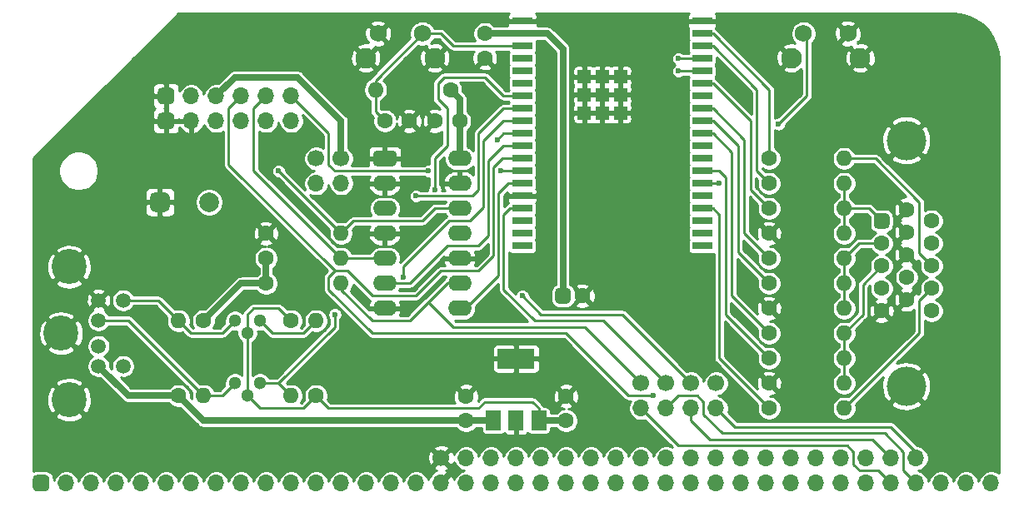
<source format=gbr>
%TF.GenerationSoftware,KiCad,Pcbnew,(5.1.6)-1*%
%TF.CreationDate,2020-12-07T02:49:27-08:00*%
%TF.ProjectId,rc-fabgl,72632d66-6162-4676-9c2e-6b696361645f,rev?*%
%TF.SameCoordinates,PX9157080PY9071968*%
%TF.FileFunction,Copper,L1,Top*%
%TF.FilePolarity,Positive*%
%FSLAX46Y46*%
G04 Gerber Fmt 4.6, Leading zero omitted, Abs format (unit mm)*
G04 Created by KiCad (PCBNEW (5.1.6)-1) date 2020-12-07 02:49:27*
%MOMM*%
%LPD*%
G01*
G04 APERTURE LIST*
%TA.AperFunction,SMDPad,CuDef*%
%ADD10R,2.000000X0.800000*%
%TD*%
%TA.AperFunction,SMDPad,CuDef*%
%ADD11R,1.330000X1.330000*%
%TD*%
%TA.AperFunction,ComponentPad*%
%ADD12O,1.700000X1.700000*%
%TD*%
%TA.AperFunction,ComponentPad*%
%ADD13C,4.000000*%
%TD*%
%TA.AperFunction,ComponentPad*%
%ADD14C,1.600000*%
%TD*%
%TA.AperFunction,ComponentPad*%
%ADD15C,1.509000*%
%TD*%
%TA.AperFunction,ComponentPad*%
%ADD16C,3.554999*%
%TD*%
%TA.AperFunction,ComponentPad*%
%ADD17O,2.400000X1.600000*%
%TD*%
%TA.AperFunction,ComponentPad*%
%ADD18O,1.600000X1.600000*%
%TD*%
%TA.AperFunction,ComponentPad*%
%ADD19C,1.300000*%
%TD*%
%TA.AperFunction,ComponentPad*%
%ADD20C,1.700000*%
%TD*%
%TA.AperFunction,ComponentPad*%
%ADD21C,2.000000*%
%TD*%
%TA.AperFunction,ComponentPad*%
%ADD22C,2.100000*%
%TD*%
%TA.AperFunction,ComponentPad*%
%ADD23C,1.750000*%
%TD*%
%TA.AperFunction,SMDPad,CuDef*%
%ADD24R,1.500000X2.000000*%
%TD*%
%TA.AperFunction,SMDPad,CuDef*%
%ADD25R,3.800000X2.000000*%
%TD*%
%TA.AperFunction,ViaPad*%
%ADD26C,0.900001*%
%TD*%
%TA.AperFunction,ViaPad*%
%ADD27C,0.600000*%
%TD*%
%TA.AperFunction,Conductor*%
%ADD28C,0.635000*%
%TD*%
%TA.AperFunction,Conductor*%
%ADD29C,0.254000*%
%TD*%
%TA.AperFunction,Conductor*%
%ADD30C,0.250000*%
%TD*%
G04 APERTURE END LIST*
D10*
%TO.P,U2,1*%
%TO.N,GND*%
X50165000Y48590200D03*
%TO.P,U2,2*%
%TO.N,+3V3*%
X50165000Y47320200D03*
%TO.P,U2,3*%
%TO.N,/Reset*%
X50165000Y46050200D03*
%TO.P,U2,4*%
%TO.N,Net-(U2-Pad4)*%
X50165000Y44780200D03*
%TO.P,U2,5*%
%TO.N,Net-(U2-Pad5)*%
X50165000Y43510200D03*
%TO.P,U2,6*%
%TO.N,Net-(U2-Pad6)*%
X50165000Y42240200D03*
%TO.P,U2,7*%
%TO.N,Ser2CTS_3V*%
X50165000Y40970200D03*
%TO.P,U2,8*%
%TO.N,KBDat_3V*%
X50165000Y39700200D03*
%TO.P,U2,9*%
%TO.N,KBClk_3V*%
X50165000Y38430200D03*
%TO.P,U2,10*%
%TO.N,/Bell*%
X50165000Y37160200D03*
%TO.P,U2,11*%
%TO.N,Ser2RX_3V*%
X50165000Y35890200D03*
%TO.P,U2,12*%
%TO.N,Ser2TX*%
X50165000Y34620200D03*
%TO.P,U2,13*%
%TO.N,Ser2RTS*%
X50165000Y33350200D03*
%TO.P,U2,14*%
%TO.N,Ser1RX_3V*%
X50165000Y32080200D03*
%TO.P,U2,15*%
%TO.N,GND*%
X50165000Y30810200D03*
%TO.P,U2,16*%
%TO.N,Ser1TX*%
X50165000Y29540200D03*
%TO.P,U2,17*%
%TO.N,Net-(U2-Pad17)*%
X50165000Y28270200D03*
%TO.P,U2,18*%
%TO.N,Net-(U2-Pad18)*%
X50165000Y27000200D03*
%TO.P,U2,19*%
%TO.N,Net-(U2-Pad19)*%
X50165000Y25730200D03*
%TO.P,U2,20*%
%TO.N,Net-(U2-Pad20)*%
X68435000Y25730200D03*
%TO.P,U2,21*%
%TO.N,Net-(U2-Pad21)*%
X68435000Y27000200D03*
%TO.P,U2,22*%
%TO.N,Net-(U2-Pad22)*%
X68435000Y28270200D03*
%TO.P,U2,23*%
%TO.N,V*%
X68435000Y29540200D03*
%TO.P,U2,24*%
%TO.N,Net-(U2-Pad24)*%
X68435000Y30810200D03*
%TO.P,U2,25*%
%TO.N,/Boot*%
X68435000Y32080200D03*
%TO.P,U2,26*%
%TO.N,B0*%
X68435000Y33350200D03*
%TO.P,U2,27*%
%TO.N,Net-(U2-Pad27)*%
X68435000Y34620200D03*
%TO.P,U2,28*%
%TO.N,Net-(U2-Pad28)*%
X68435000Y35890200D03*
%TO.P,U2,29*%
%TO.N,B1*%
X68435000Y37160200D03*
%TO.P,U2,30*%
%TO.N,G0*%
X68435000Y38430200D03*
%TO.P,U2,31*%
%TO.N,G1*%
X68435000Y39700200D03*
%TO.P,U2,32*%
%TO.N,Net-(U2-Pad32)*%
X68435000Y40970200D03*
%TO.P,U2,33*%
%TO.N,R0*%
X68435000Y42240200D03*
%TO.P,U2,34*%
%TO.N,/ProgRX*%
X68435000Y43510200D03*
%TO.P,U2,35*%
%TO.N,/ProgTX*%
X68435000Y44780200D03*
%TO.P,U2,36*%
%TO.N,R1*%
X68435000Y46050200D03*
%TO.P,U2,37*%
%TO.N,H*%
X68435000Y47320200D03*
%TO.P,U2,38*%
%TO.N,GND*%
X68435000Y48590200D03*
D11*
%TO.P,U2,39*%
X58300000Y41090200D03*
X58300000Y39255200D03*
X60135000Y39255200D03*
X60135000Y41090200D03*
X60135000Y42925200D03*
X58300000Y42925200D03*
X56465000Y42925200D03*
X56465000Y41090200D03*
X56465000Y39255200D03*
%TD*%
D12*
%TO.P,J3,12*%
%TO.N,Ser2RTS*%
X26670000Y40970200D03*
%TO.P,J3,11*%
%TO.N,Net-(J3-Pad11)*%
X26670000Y38430200D03*
%TO.P,J3,10*%
%TO.N,/Ser2RX_5V*%
X24130000Y40970200D03*
%TO.P,J3,9*%
%TO.N,/ProgTX*%
X24130000Y38430200D03*
%TO.P,J3,8*%
%TO.N,Ser2TX*%
X21590000Y40970200D03*
%TO.P,J3,7*%
%TO.N,/ProgRX*%
X21590000Y38430200D03*
%TO.P,J3,6*%
%TO.N,/Ser25V*%
X19050000Y40970200D03*
%TO.P,J3,5*%
%TO.N,/Prog5V*%
X19050000Y38430200D03*
%TO.P,J3,4*%
%TO.N,/Ser2CTS_5V*%
X16510000Y40970200D03*
%TO.P,J3,3*%
%TO.N,GND*%
X16510000Y38430200D03*
%TO.P,J3,2*%
%TA.AperFunction,ComponentPad*%
G36*
G01*
X14395000Y40120200D02*
X13545000Y40120200D01*
G75*
G02*
X13120000Y40545200I0J425000D01*
G01*
X13120000Y41395200D01*
G75*
G02*
X13545000Y41820200I425000J0D01*
G01*
X14395000Y41820200D01*
G75*
G02*
X14820000Y41395200I0J-425000D01*
G01*
X14820000Y40545200D01*
G75*
G02*
X14395000Y40120200I-425000J0D01*
G01*
G37*
%TD.AperFunction*%
%TO.P,J3,1*%
%TA.AperFunction,ComponentPad*%
G36*
G01*
X14395000Y37580200D02*
X13545000Y37580200D01*
G75*
G02*
X13120000Y38005200I0J425000D01*
G01*
X13120000Y38855200D01*
G75*
G02*
X13545000Y39280200I425000J0D01*
G01*
X14395000Y39280200D01*
G75*
G02*
X14820000Y38855200I0J-425000D01*
G01*
X14820000Y38005200D01*
G75*
G02*
X14395000Y37580200I-425000J0D01*
G01*
G37*
%TD.AperFunction*%
%TD*%
D13*
%TO.P,J5,0*%
%TO.N,GND*%
X89177500Y36455200D03*
X89177500Y11455200D03*
D14*
%TO.P,J5,15*%
%TO.N,Net-(J5-Pad15)*%
X91757500Y19110200D03*
%TO.P,J5,14*%
%TO.N,/VSync*%
X91757500Y21400200D03*
%TO.P,J5,13*%
%TO.N,/HSync*%
X91757500Y23690200D03*
%TO.P,J5,12*%
%TO.N,Net-(J5-Pad12)*%
X91757500Y25980200D03*
%TO.P,J5,11*%
%TO.N,Net-(J5-Pad11)*%
X91757500Y28270200D03*
%TO.P,J5,10*%
%TO.N,GND*%
X89217500Y20255200D03*
%TO.P,J5,9*%
%TO.N,Net-(J5-Pad9)*%
X89217500Y22545200D03*
%TO.P,J5,8*%
%TO.N,GND*%
X89217500Y24835200D03*
%TO.P,J5,7*%
X89217500Y27125200D03*
%TO.P,J5,6*%
X89217500Y29415200D03*
%TO.P,J5,5*%
X86677500Y19110200D03*
%TO.P,J5,4*%
%TO.N,Net-(J5-Pad4)*%
X86677500Y21400200D03*
%TO.P,J5,3*%
%TO.N,/Blu*%
X86677500Y23690200D03*
%TO.P,J5,2*%
%TO.N,/Grn*%
X86677500Y25980200D03*
%TO.P,J5,1*%
%TO.N,/Red*%
%TA.AperFunction,ComponentPad*%
G36*
G01*
X87077500Y27470200D02*
X86277500Y27470200D01*
G75*
G02*
X85877500Y27870200I0J400000D01*
G01*
X85877500Y28670200D01*
G75*
G02*
X86277500Y29070200I400000J0D01*
G01*
X87077500Y29070200D01*
G75*
G02*
X87477500Y28670200I0J-400000D01*
G01*
X87477500Y27870200D01*
G75*
G02*
X87077500Y27470200I-400000J0D01*
G01*
G37*
%TD.AperFunction*%
%TD*%
D15*
%TO.P,J4,1*%
%TO.N,/KBDat_5v*%
X7112000Y18140200D03*
%TO.P,J4,2*%
%TO.N,Net-(J4-Pad2)*%
X7112000Y15540200D03*
%TO.P,J4,3*%
%TO.N,GND*%
X7112000Y20190200D03*
%TO.P,J4,4*%
%TO.N,+5V*%
X7112000Y13490200D03*
%TO.P,J4,5*%
%TO.N,/KBClk_5V*%
X9602000Y20190200D03*
%TO.P,J4,6*%
%TO.N,Net-(J4-Pad6)*%
X9602000Y13490200D03*
D16*
%TO.P,J4,0*%
%TO.N,GND*%
X3302000Y16840200D03*
X4112000Y10080200D03*
X4112000Y23600200D03*
%TD*%
D17*
%TO.P,U3,14*%
%TO.N,+3V3*%
X43815000Y34620200D03*
%TO.P,U3,7*%
%TO.N,GND*%
X36195000Y19380200D03*
%TO.P,U3,13*%
X43815000Y32080200D03*
%TO.P,U3,6*%
%TO.N,Ser2RX_3V*%
X36195000Y21920200D03*
%TO.P,U3,12*%
%TO.N,/Ser2CTS_5V*%
X43815000Y29540200D03*
%TO.P,U3,5*%
%TO.N,/Ser2RX_5V*%
X36195000Y24460200D03*
%TO.P,U3,11*%
%TO.N,Ser2CTS_3V*%
X43815000Y27000200D03*
%TO.P,U3,4*%
%TO.N,GND*%
X36195000Y27000200D03*
%TO.P,U3,10*%
X43815000Y24460200D03*
%TO.P,U3,3*%
%TO.N,Net-(U3-Pad3)*%
X36195000Y29540200D03*
%TO.P,U3,9*%
%TO.N,/Ser1RX_5V*%
X43815000Y21920200D03*
%TO.P,U3,2*%
%TO.N,GND*%
X36195000Y32080200D03*
%TO.P,U3,8*%
%TO.N,Ser1RX_3V*%
X43815000Y19380200D03*
%TO.P,U3,1*%
%TO.N,GND*%
%TA.AperFunction,ComponentPad*%
G36*
G01*
X34995000Y34220200D02*
X34995000Y35020200D01*
G75*
G02*
X35395000Y35420200I400000J0D01*
G01*
X36995000Y35420200D01*
G75*
G02*
X37395000Y35020200I0J-400000D01*
G01*
X37395000Y34220200D01*
G75*
G02*
X36995000Y33820200I-400000J0D01*
G01*
X35395000Y33820200D01*
G75*
G02*
X34995000Y34220200I0J400000D01*
G01*
G37*
%TD.AperFunction*%
%TD*%
D18*
%TO.P,R19,2*%
%TO.N,/VSync*%
X82867500Y9220200D03*
D14*
%TO.P,R19,1*%
%TO.N,V*%
X75247500Y9220200D03*
%TD*%
D18*
%TO.P,R18,2*%
%TO.N,/Blu*%
X82867500Y11760200D03*
D14*
%TO.P,R18,1*%
%TO.N,GND*%
X75247500Y11760200D03*
%TD*%
D18*
%TO.P,R17,2*%
%TO.N,/Blu*%
X82867500Y14300200D03*
D14*
%TO.P,R17,1*%
%TO.N,B0*%
X75247500Y14300200D03*
%TD*%
D18*
%TO.P,R16,2*%
%TO.N,/Blu*%
X82867500Y16840200D03*
D14*
%TO.P,R16,1*%
%TO.N,B1*%
X75247500Y16840200D03*
%TD*%
D18*
%TO.P,R15,2*%
%TO.N,/Grn*%
X82867500Y19380200D03*
D14*
%TO.P,R15,1*%
%TO.N,GND*%
X75247500Y19380200D03*
%TD*%
D18*
%TO.P,R14,2*%
%TO.N,/Grn*%
X82867500Y21920200D03*
D14*
%TO.P,R14,1*%
%TO.N,G0*%
X75247500Y21920200D03*
%TD*%
D18*
%TO.P,R13,2*%
%TO.N,/Grn*%
X82867500Y24460200D03*
D14*
%TO.P,R13,1*%
%TO.N,G1*%
X75247500Y24460200D03*
%TD*%
D18*
%TO.P,R12,2*%
%TO.N,/Red*%
X82867500Y27000200D03*
D14*
%TO.P,R12,1*%
%TO.N,GND*%
X75247500Y27000200D03*
%TD*%
D18*
%TO.P,R11,2*%
%TO.N,/Red*%
X82867500Y29540200D03*
D14*
%TO.P,R11,1*%
%TO.N,R0*%
X75247500Y29540200D03*
%TD*%
D18*
%TO.P,R10,2*%
%TO.N,/Red*%
X82867500Y32080200D03*
D14*
%TO.P,R10,1*%
%TO.N,R1*%
X75247500Y32080200D03*
%TD*%
D18*
%TO.P,R9,2*%
%TO.N,/HSync*%
X82867500Y34620200D03*
D14*
%TO.P,R9,1*%
%TO.N,H*%
X75247500Y34620200D03*
%TD*%
D18*
%TO.P,R5,2*%
%TO.N,/KBClk_5V*%
X15240000Y18110200D03*
D14*
%TO.P,R5,1*%
%TO.N,+5V*%
X15240000Y10490200D03*
%TD*%
D18*
%TO.P,R6,2*%
%TO.N,/KBDat_5v*%
X17780000Y10490200D03*
D14*
%TO.P,R6,1*%
%TO.N,+5V*%
X17780000Y18110200D03*
%TD*%
D18*
%TO.P,R8,2*%
%TO.N,KBClk_3V*%
X29210000Y18110200D03*
D14*
%TO.P,R8,1*%
%TO.N,+3V3*%
X29210000Y10490200D03*
%TD*%
D18*
%TO.P,R7,2*%
%TO.N,KBDat_3V*%
X26670000Y10490200D03*
D14*
%TO.P,R7,1*%
%TO.N,+3V3*%
X26670000Y18110200D03*
%TD*%
D18*
%TO.P,R2,2*%
%TO.N,/Ser2CTS_5V*%
X31750000Y27000200D03*
D14*
%TO.P,R2,1*%
%TO.N,GND*%
X24130000Y27000200D03*
%TD*%
D18*
%TO.P,R3,2*%
%TO.N,/Ser2RX_5V*%
X31750000Y24460200D03*
D14*
%TO.P,R3,1*%
%TO.N,+5V*%
X24130000Y24460200D03*
%TD*%
D18*
%TO.P,R4,2*%
%TO.N,/Ser1RX_5V*%
X31750000Y21920200D03*
D14*
%TO.P,R4,1*%
%TO.N,+5V*%
X24130000Y21920200D03*
%TD*%
D18*
%TO.P,R1,2*%
%TO.N,/Reset*%
X35242500Y41605200D03*
D14*
%TO.P,R1,1*%
%TO.N,+3V3*%
X42862500Y41605200D03*
%TD*%
D19*
%TO.P,Q1,1*%
%TO.N,KBClk_3V*%
X23495000Y18110200D03*
%TO.P,Q1,3*%
%TO.N,/KBClk_5V*%
X20955000Y18110200D03*
%TO.P,Q1,2*%
%TO.N,+3V3*%
X22225000Y16840200D03*
%TD*%
%TO.P,Q2,1*%
%TO.N,KBDat_3V*%
X23495000Y11760200D03*
%TO.P,Q2,3*%
%TO.N,/KBDat_5v*%
X20955000Y11760200D03*
%TO.P,Q2,2*%
%TO.N,+3V3*%
X22225000Y10490200D03*
%TD*%
D12*
%TO.P,JP6,2*%
%TO.N,BusRX2*%
X69850000Y9220200D03*
D20*
%TO.P,JP6,1*%
%TO.N,Ser2TX*%
X69850000Y11760200D03*
%TD*%
D12*
%TO.P,JP5,2*%
%TO.N,BusTX2*%
X67310000Y9220200D03*
D20*
%TO.P,JP5,1*%
%TO.N,/Ser2RX_5V*%
X67310000Y11760200D03*
%TD*%
D12*
%TO.P,JP4,2*%
%TO.N,BusRX*%
X64770000Y9220200D03*
D20*
%TO.P,JP4,1*%
%TO.N,Ser1TX*%
X64770000Y11760200D03*
%TD*%
D12*
%TO.P,JP3,2*%
%TO.N,BusTX*%
X62230000Y9220200D03*
D20*
%TO.P,JP3,1*%
%TO.N,/Ser1RX_5V*%
X62230000Y11760200D03*
%TD*%
D12*
%TO.P,JP2,2*%
%TO.N,+5V*%
X31750000Y32080200D03*
D20*
%TO.P,JP2,1*%
%TO.N,/Ser25V*%
X31750000Y34620200D03*
%TD*%
D14*
%TO.P,C6,2*%
%TO.N,GND*%
X41315000Y38430200D03*
%TO.P,C6,1*%
%TO.N,+3V3*%
X43815000Y38430200D03*
%TD*%
%TO.P,C4,2*%
%TO.N,GND*%
X46355000Y44820200D03*
%TO.P,C4,1*%
%TO.N,+3V3*%
X46355000Y47320200D03*
%TD*%
%TO.P,C3,2*%
%TO.N,GND*%
X56292500Y20650200D03*
%TO.P,C3,1*%
%TO.N,+3V3*%
%TA.AperFunction,ComponentPad*%
G36*
G01*
X53492500Y20250200D02*
X53492500Y21050200D01*
G75*
G02*
X53892500Y21450200I400000J0D01*
G01*
X54692500Y21450200D01*
G75*
G02*
X55092500Y21050200I0J-400000D01*
G01*
X55092500Y20250200D01*
G75*
G02*
X54692500Y19850200I-400000J0D01*
G01*
X53892500Y19850200D01*
G75*
G02*
X53492500Y20250200I0J400000D01*
G01*
G37*
%TD.AperFunction*%
%TD*%
%TO.P,C1,2*%
%TO.N,GND*%
X44450000Y10450200D03*
%TO.P,C1,1*%
%TO.N,+5V*%
X44450000Y7950200D03*
%TD*%
D21*
%TO.P,BZ1,2*%
%TO.N,/Bell*%
X18335000Y30175200D03*
%TO.P,BZ1,1*%
%TO.N,GND*%
%TA.AperFunction,ComponentPad*%
G36*
G01*
X12335000Y29675200D02*
X12335000Y30675200D01*
G75*
G02*
X12835000Y31175200I500000J0D01*
G01*
X13835000Y31175200D01*
G75*
G02*
X14335000Y30675200I0J-500000D01*
G01*
X14335000Y29675200D01*
G75*
G02*
X13835000Y29175200I-500000J0D01*
G01*
X12835000Y29175200D01*
G75*
G02*
X12335000Y29675200I0J500000D01*
G01*
G37*
%TD.AperFunction*%
%TD*%
D22*
%TO.P,SW2,*%
%TO.N,GND*%
X77490000Y44830200D03*
D23*
%TO.P,SW2,1*%
%TO.N,/Boot*%
X78740000Y47320200D03*
%TO.P,SW2,2*%
%TO.N,GND*%
X83240000Y47320200D03*
D22*
%TO.P,SW2,*%
X84500000Y44830200D03*
%TD*%
%TO.P,SW1,*%
%TO.N,GND*%
X41265000Y44830200D03*
D23*
%TO.P,SW1,2*%
%TO.N,/Reset*%
X40005000Y47320200D03*
%TO.P,SW1,1*%
%TO.N,GND*%
X35505000Y47320200D03*
D22*
%TO.P,SW1,*%
X34255000Y44830200D03*
%TD*%
D12*
%TO.P,JP1,2*%
%TO.N,+5V*%
X29210000Y32080200D03*
D20*
%TO.P,JP1,1*%
%TO.N,/Prog5V*%
X29210000Y34620200D03*
%TD*%
D12*
%TO.P,J2,20*%
%TO.N,BusRX2*%
X90170000Y4140200D03*
%TO.P,J2,19*%
%TO.N,BusTX2*%
X87630000Y4140200D03*
%TO.P,J2,18*%
%TO.N,Net-(J2-Pad18)*%
X85090000Y4140200D03*
%TO.P,J2,17*%
%TO.N,Net-(J2-Pad17)*%
X82550000Y4140200D03*
%TO.P,J2,16*%
%TO.N,Net-(J2-Pad16)*%
X80010000Y4140200D03*
%TO.P,J2,15*%
%TO.N,Net-(J2-Pad15)*%
X77470000Y4140200D03*
%TO.P,J2,14*%
%TO.N,Net-(J2-Pad14)*%
X74930000Y4140200D03*
%TO.P,J2,13*%
%TO.N,Net-(J2-Pad13)*%
X72390000Y4140200D03*
%TO.P,J2,12*%
%TO.N,Net-(J2-Pad12)*%
X69850000Y4140200D03*
%TO.P,J2,11*%
%TO.N,Net-(J2-Pad11)*%
X67310000Y4140200D03*
%TO.P,J2,10*%
%TO.N,Net-(J2-Pad10)*%
X64770000Y4140200D03*
%TO.P,J2,9*%
%TO.N,Net-(J2-Pad9)*%
X62230000Y4140200D03*
%TO.P,J2,8*%
%TO.N,Net-(J2-Pad8)*%
X59690000Y4140200D03*
%TO.P,J2,7*%
%TO.N,Net-(J2-Pad7)*%
X57150000Y4140200D03*
%TO.P,J2,6*%
%TO.N,Net-(J2-Pad6)*%
X54610000Y4140200D03*
%TO.P,J2,5*%
%TO.N,Net-(J2-Pad5)*%
X52070000Y4140200D03*
%TO.P,J2,4*%
%TO.N,Net-(J2-Pad4)*%
X49530000Y4140200D03*
%TO.P,J2,3*%
%TO.N,Net-(J2-Pad3)*%
X46990000Y4140200D03*
%TO.P,J2,2*%
%TO.N,+5V*%
X44450000Y4140200D03*
D20*
%TO.P,J2,1*%
%TO.N,GND*%
X41910000Y4140200D03*
%TD*%
D14*
%TO.P,C5,2*%
%TO.N,GND*%
X38695000Y38430200D03*
%TO.P,C5,1*%
%TO.N,/Reset*%
X36195000Y38430200D03*
%TD*%
%TO.P,C2,1*%
%TO.N,+3V3*%
X54610000Y7950200D03*
%TO.P,C2,2*%
%TO.N,GND*%
X54610000Y10450200D03*
%TD*%
D24*
%TO.P,U1,1*%
%TO.N,+5V*%
X47230000Y7950200D03*
%TO.P,U1,3*%
%TO.N,+3V3*%
X51830000Y7950200D03*
%TO.P,U1,2*%
%TO.N,GND*%
X49530000Y7950200D03*
D25*
X49530000Y14250200D03*
%TD*%
D12*
%TO.P,J1,39*%
%TO.N,Net-(J1-Pad39)*%
X97790000Y1600200D03*
%TO.P,J1,38*%
%TO.N,Net-(J1-Pad38)*%
X95250000Y1600200D03*
%TO.P,J1,37*%
%TO.N,Net-(J1-Pad37)*%
X92710000Y1600200D03*
%TO.P,J1,36*%
%TO.N,BusRX*%
X90170000Y1600200D03*
%TO.P,J1,35*%
%TO.N,BusTX*%
X87630000Y1600200D03*
%TO.P,J1,34*%
%TO.N,Net-(J1-Pad34)*%
X85090000Y1600200D03*
%TO.P,J1,33*%
%TO.N,Net-(J1-Pad33)*%
X82550000Y1600200D03*
%TO.P,J1,32*%
%TO.N,Net-(J1-Pad32)*%
X80010000Y1600200D03*
%TO.P,J1,31*%
%TO.N,Net-(J1-Pad31)*%
X77470000Y1600200D03*
%TO.P,J1,30*%
%TO.N,Net-(J1-Pad30)*%
X74930000Y1600200D03*
%TO.P,J1,29*%
%TO.N,Net-(J1-Pad29)*%
X72390000Y1600200D03*
%TO.P,J1,28*%
%TO.N,Net-(J1-Pad28)*%
X69850000Y1600200D03*
%TO.P,J1,27*%
%TO.N,Net-(J1-Pad27)*%
X67310000Y1600200D03*
%TO.P,J1,26*%
%TO.N,Net-(J1-Pad26)*%
X64770000Y1600200D03*
%TO.P,J1,25*%
%TO.N,Net-(J1-Pad25)*%
X62230000Y1600200D03*
%TO.P,J1,24*%
%TO.N,Net-(J1-Pad24)*%
X59690000Y1600200D03*
%TO.P,J1,23*%
%TO.N,Net-(J1-Pad23)*%
X57150000Y1600200D03*
%TO.P,J1,22*%
%TO.N,Net-(J1-Pad22)*%
X54610000Y1600200D03*
%TO.P,J1,21*%
%TO.N,Net-(J1-Pad21)*%
X52070000Y1600200D03*
%TO.P,J1,20*%
%TO.N,Net-(J1-Pad20)*%
X49530000Y1600200D03*
%TO.P,J1,19*%
%TO.N,Net-(J1-Pad19)*%
X46990000Y1600200D03*
%TO.P,J1,18*%
%TO.N,+5V*%
X44450000Y1600200D03*
%TO.P,J1,17*%
%TO.N,GND*%
X41910000Y1600200D03*
%TO.P,J1,16*%
%TO.N,Net-(J1-Pad16)*%
X39370000Y1600200D03*
%TO.P,J1,15*%
%TO.N,Net-(J1-Pad15)*%
X36830000Y1600200D03*
%TO.P,J1,14*%
%TO.N,Net-(J1-Pad14)*%
X34290000Y1600200D03*
%TO.P,J1,13*%
%TO.N,Net-(J1-Pad13)*%
X31750000Y1600200D03*
%TO.P,J1,12*%
%TO.N,Net-(J1-Pad12)*%
X29210000Y1600200D03*
%TO.P,J1,11*%
%TO.N,Net-(J1-Pad11)*%
X26670000Y1600200D03*
%TO.P,J1,10*%
%TO.N,Net-(J1-Pad10)*%
X24130000Y1600200D03*
%TO.P,J1,9*%
%TO.N,Net-(J1-Pad9)*%
X21590000Y1600200D03*
%TO.P,J1,8*%
%TO.N,Net-(J1-Pad8)*%
X19050000Y1600200D03*
%TO.P,J1,7*%
%TO.N,Net-(J1-Pad7)*%
X16510000Y1600200D03*
%TO.P,J1,6*%
%TO.N,Net-(J1-Pad6)*%
X13970000Y1600200D03*
%TO.P,J1,5*%
%TO.N,Net-(J1-Pad5)*%
X11430000Y1600200D03*
%TO.P,J1,4*%
%TO.N,Net-(J1-Pad4)*%
X8890000Y1600200D03*
%TO.P,J1,3*%
%TO.N,Net-(J1-Pad3)*%
X6350000Y1600200D03*
%TO.P,J1,2*%
%TO.N,Net-(J1-Pad2)*%
X3810000Y1600200D03*
%TO.P,J1,1*%
%TO.N,Net-(J1-Pad1)*%
%TA.AperFunction,ComponentPad*%
G36*
G01*
X1695000Y750200D02*
X845000Y750200D01*
G75*
G02*
X420000Y1175200I0J425000D01*
G01*
X420000Y2025200D01*
G75*
G02*
X845000Y2450200I425000J0D01*
G01*
X1695000Y2450200D01*
G75*
G02*
X2120000Y2025200I0J-425000D01*
G01*
X2120000Y1175200D01*
G75*
G02*
X1695000Y750200I-425000J0D01*
G01*
G37*
%TD.AperFunction*%
%TD*%
D26*
%TO.N,GND*%
X52705000Y39700200D03*
X66040000Y39700200D03*
X52705000Y48590200D03*
X66040000Y48590200D03*
X52705000Y30810200D03*
X66040000Y30810200D03*
D27*
X47523400Y18745200D03*
X47523400Y21386800D03*
X46037500Y41605200D03*
X45720000Y38430200D03*
X38989000Y19697700D03*
X19685000Y14300200D03*
X24765000Y14300200D03*
X27940000Y21920200D03*
X25400000Y35890200D03*
X12954000Y12522200D03*
X71437500Y42240200D03*
X29527500Y27952700D03*
D26*
X54292500Y15570200D03*
X67627500Y15570200D03*
X63500000Y6045200D03*
D27*
%TO.N,KBDat_3V*%
X39370000Y30810200D03*
X31115000Y18745200D03*
%TO.N,KBClk_3V*%
X38100000Y22555200D03*
%TO.N,/Bell*%
X47625000Y36525200D03*
%TO.N,/ProgTX*%
X66040000Y44780200D03*
%TO.N,/ProgRX*%
X66040000Y43510200D03*
%TO.N,/Boot*%
X70167500Y32080200D03*
X76200000Y38112700D03*
%TO.N,Ser2RTS*%
X40640000Y33350200D03*
X48006000Y33350200D03*
%TO.N,/Ser2RX_5V*%
X50165000Y20650200D03*
%TO.N,Ser2TX*%
X63500000Y10490200D03*
%TO.N,/Ser2CTS_5V*%
X25400000Y33350200D03*
%TO.N,Ser2CTS_3V*%
X41275000Y31445200D03*
%TD*%
D28*
%TO.N,GND*%
X41910000Y1600200D02*
X43180000Y2870200D01*
%TO.N,+5V*%
X44450000Y7950200D02*
X47230000Y7950200D01*
X10112000Y10490200D02*
X15240000Y10490200D01*
X7112000Y13490200D02*
X10112000Y10490200D01*
X21590000Y21920200D02*
X24130000Y21920200D01*
X17780000Y18110200D02*
X21590000Y21920200D01*
X24130000Y21920200D02*
X24130000Y24460200D01*
X17780000Y7950200D02*
X15240000Y10490200D01*
X44450000Y7950200D02*
X17780000Y7950200D01*
%TO.N,+3V3*%
X51830000Y7950200D02*
X54610000Y7950200D01*
D29*
X22225000Y10490200D02*
X22225000Y16840200D01*
X27940000Y9220200D02*
X29210000Y10490200D01*
X22225000Y10490200D02*
X23495000Y9220200D01*
X23495000Y9220200D02*
X27940000Y9220200D01*
X22225000Y16840200D02*
X22225000Y18745200D01*
X22225000Y18745200D02*
X22860000Y19380200D01*
X25400000Y19380200D02*
X26670000Y18110200D01*
X22860000Y19380200D02*
X25400000Y19380200D01*
X51830000Y9204200D02*
X51179000Y9855200D01*
X51179000Y9855200D02*
X46355000Y9855200D01*
X46355000Y9855200D02*
X45720000Y9220200D01*
D28*
X43815000Y34620200D02*
X43815000Y38430200D01*
X43815000Y40652700D02*
X42862500Y41605200D01*
X43815000Y38430200D02*
X43815000Y40652700D01*
X46355000Y47320200D02*
X50165000Y47320200D01*
D29*
X30480000Y9220200D02*
X29210000Y10490200D01*
X45720000Y9220200D02*
X30480000Y9220200D01*
X51752500Y7950200D02*
X51830000Y8027700D01*
X51830000Y9126700D02*
X51752500Y9204200D01*
X51830000Y7950200D02*
X51830000Y9126700D01*
D28*
X54292500Y45732700D02*
X52705000Y47320200D01*
X54292500Y20650200D02*
X54292500Y45732700D01*
X52705000Y47320200D02*
X50165000Y47320200D01*
D29*
%TO.N,Net-(J1-Pad24)*%
X59690000Y1600200D02*
X60325000Y1600200D01*
%TO.N,BusRX*%
X66040000Y10490200D02*
X64770000Y9220200D01*
X68580000Y8585200D02*
X68580000Y9855200D01*
X88900000Y2870200D02*
X88900000Y4775200D01*
X67945000Y10490200D02*
X66040000Y10490200D01*
X90170000Y1600200D02*
X88900000Y2870200D01*
X68580000Y9855200D02*
X67945000Y10490200D01*
X88900000Y4775200D02*
X86995000Y6680200D01*
X86995000Y6680200D02*
X70485000Y6680200D01*
X70485000Y6680200D02*
X68580000Y8585200D01*
%TO.N,BusTX*%
X66040000Y5410200D02*
X62230000Y9220200D01*
X83185000Y5410200D02*
X66040000Y5410200D01*
X86360000Y2870200D02*
X84455000Y2870200D01*
X87630000Y1600200D02*
X86360000Y2870200D01*
X84455000Y2870200D02*
X83820000Y3505200D01*
X83820000Y3505200D02*
X83820000Y4775200D01*
X83820000Y4775200D02*
X83185000Y5410200D01*
%TO.N,/KBClk_5V*%
X19685000Y16840200D02*
X20955000Y18110200D01*
X15240000Y18110200D02*
X16510000Y16840200D01*
X16510000Y16840200D02*
X19685000Y16840200D01*
X13160000Y20190200D02*
X15240000Y18110200D01*
X9602000Y20190200D02*
X13160000Y20190200D01*
%TO.N,/KBDat_5v*%
X19685000Y10490200D02*
X20955000Y11760200D01*
X17780000Y10490200D02*
X19685000Y10490200D01*
X10130000Y18140200D02*
X7112000Y18140200D01*
X17780000Y10490200D02*
X10130000Y18140200D01*
%TO.N,/Red*%
X82867500Y27000200D02*
X82867500Y29540200D01*
X82867500Y32080200D02*
X82867500Y29540200D01*
D30*
X82867500Y29540200D02*
X85407500Y29540200D01*
X85407500Y29540200D02*
X86677500Y28270200D01*
D29*
%TO.N,/Grn*%
X82867500Y19380200D02*
X82867500Y21920200D01*
X82867500Y21920200D02*
X82867500Y24460200D01*
X82867500Y24460200D02*
X84387500Y25980200D01*
X84387500Y25980200D02*
X86677500Y25980200D01*
%TO.N,/Blu*%
X82867500Y11760200D02*
X82867500Y14300200D01*
X82867500Y14300200D02*
X82867500Y16840200D01*
X84772500Y21785200D02*
X84772500Y18745200D01*
X86677500Y23690200D02*
X84772500Y21785200D01*
X84772500Y18745200D02*
X82867500Y16840200D01*
%TO.N,/HSync*%
X86042500Y34620200D02*
X90487500Y30175200D01*
X90487500Y30175200D02*
X90487500Y24960200D01*
X82867500Y34620200D02*
X86042500Y34620200D01*
X90487500Y24960200D02*
X91757500Y23690200D01*
%TO.N,/VSync*%
X90487500Y16840200D02*
X90487500Y20130200D01*
X82867500Y9220200D02*
X90487500Y16840200D01*
X90487500Y20130200D02*
X91757500Y21400200D01*
%TO.N,KBDat_3V*%
X25400000Y11760200D02*
X26670000Y10490200D01*
X23495000Y11760200D02*
X25400000Y11760200D01*
X45085000Y30810200D02*
X39370000Y30810200D01*
X45720000Y35890200D02*
X45720000Y31445200D01*
X45085000Y30810200D02*
X45720000Y31445200D01*
X31115000Y17475200D02*
X31115000Y18745200D01*
X25400000Y11760200D02*
X31115000Y17475200D01*
D30*
X45720000Y37160200D02*
X45720000Y35890200D01*
X48260000Y39700200D02*
X45720000Y37160200D01*
D29*
X48260000Y39700200D02*
X50165000Y39700200D01*
%TO.N,KBClk_3V*%
X27940000Y16840200D02*
X29210000Y18110200D01*
X23495000Y18110200D02*
X24765000Y16840200D01*
X24765000Y16840200D02*
X27940000Y16840200D01*
X48260000Y38430200D02*
X50165000Y38430200D01*
D30*
X48260000Y38430200D02*
X46228000Y36398200D01*
X46228000Y36398200D02*
X46228000Y29667200D01*
D29*
X44831000Y28270200D02*
X42755736Y28270200D01*
X38100000Y23614464D02*
X38100000Y22555200D01*
X46228000Y29667200D02*
X44831000Y28270200D01*
X42755736Y28270200D02*
X38100000Y23614464D01*
%TO.N,H*%
X75247500Y41605200D02*
X75247500Y34620200D01*
X69532500Y47320200D02*
X68435000Y47320200D01*
X75247500Y41605200D02*
X69532500Y47320200D01*
%TO.N,R1*%
X73977500Y41605200D02*
X73977500Y33350200D01*
X69532500Y46050200D02*
X68435000Y46050200D01*
X73977500Y41605200D02*
X69532500Y46050200D01*
X73977500Y33350200D02*
X75247500Y32080200D01*
%TO.N,R0*%
X73342500Y38430200D02*
X69532500Y42240200D01*
X69532500Y42240200D02*
X68435000Y42240200D01*
X75247500Y29540200D02*
X73342500Y31445200D01*
X73342500Y31445200D02*
X73342500Y38430200D01*
%TO.N,G1*%
X72707500Y27000200D02*
X75247500Y24460200D01*
X69532500Y39700200D02*
X68435000Y39700200D01*
X72707500Y36525200D02*
X69532500Y39700200D01*
X72707500Y36525200D02*
X72707500Y27000200D01*
%TO.N,G0*%
X67800000Y38430200D02*
X68568602Y38430200D01*
X75247500Y21920200D02*
X72072500Y25095200D01*
X72072500Y25095200D02*
X72072500Y35890200D01*
X72072500Y35890200D02*
X69532500Y38430200D01*
X69532500Y38430200D02*
X68435000Y38430200D01*
%TO.N,B1*%
X71437500Y20650200D02*
X71437500Y35255200D01*
X75247500Y16840200D02*
X71437500Y20650200D01*
X71437500Y35255200D02*
X69532500Y37160200D01*
X69532500Y37160200D02*
X68435000Y37160200D01*
%TO.N,B0*%
X70802500Y32715200D02*
X70802500Y18745200D01*
X70802500Y18745200D02*
X75247500Y14300200D01*
X70167500Y33350200D02*
X70802500Y32715200D01*
X70167500Y33350200D02*
X68435000Y33350200D01*
%TO.N,V*%
X70167500Y14300200D02*
X75247500Y9220200D01*
X70167500Y28905200D02*
X69532500Y29540200D01*
X70167500Y28905200D02*
X70167500Y14300200D01*
X69532500Y29540200D02*
X68435000Y29540200D01*
%TO.N,/Bell*%
X48260000Y37160200D02*
X50165000Y37160200D01*
X48260000Y37160200D02*
X47625000Y36525200D01*
%TO.N,/Reset*%
X41910000Y47320200D02*
X40005000Y47320200D01*
X43180000Y46050200D02*
X41910000Y47320200D01*
X50165000Y46050200D02*
X43180000Y46050200D01*
X40005000Y47320200D02*
X35242500Y42557700D01*
X35242500Y42557700D02*
X35242500Y41605200D01*
X35242500Y39382700D02*
X36195000Y38430200D01*
X35242500Y41605200D02*
X35242500Y39382700D01*
%TO.N,/ProgTX*%
X68435000Y44780200D02*
X66040000Y44780200D01*
%TO.N,/ProgRX*%
X66040000Y43510200D02*
X68435000Y43510200D01*
%TO.N,/Boot*%
X68435000Y32080200D02*
X70167500Y32080200D01*
X79057500Y40970200D02*
X76200000Y38112700D01*
X78740000Y47320200D02*
X79057500Y47002700D01*
X79057500Y47002700D02*
X79057500Y40970200D01*
%TO.N,Ser2RTS*%
X48006000Y33350200D02*
X50165000Y33350200D01*
X32385000Y33350200D02*
X40640000Y33350200D01*
X30480000Y33985200D02*
X31115000Y33350200D01*
X26670000Y40970200D02*
X30480000Y37160200D01*
X31115000Y33350200D02*
X32385000Y33350200D01*
X30480000Y37160200D02*
X30480000Y33985200D01*
%TO.N,/Ser2RX_5V*%
X22860000Y33350200D02*
X31750000Y24460200D01*
X24130000Y40970200D02*
X22860000Y39700200D01*
X22860000Y39700200D02*
X22860000Y33350200D01*
X31750000Y24460200D02*
X36195000Y24460200D01*
X50165000Y20650200D02*
X52070000Y18745200D01*
X52070000Y18745200D02*
X60325000Y18745200D01*
X60325000Y18745200D02*
X67310000Y11760200D01*
%TO.N,Ser2TX*%
X20320000Y33985200D02*
X20320000Y39700200D01*
X31115000Y23190200D02*
X20320000Y33985200D01*
X20320000Y39700200D02*
X21590000Y40970200D01*
X61595000Y10490200D02*
X63500000Y10490200D01*
D30*
X60960000Y10490200D02*
X61595000Y10490200D01*
X30480000Y22555200D02*
X30480000Y21285200D01*
X30480000Y21285200D02*
X34925000Y16840200D01*
X31115000Y23190200D02*
X30480000Y22555200D01*
X54610000Y16840200D02*
X60960000Y10490200D01*
X34925000Y16840200D02*
X54610000Y16840200D01*
D29*
X34925000Y20650200D02*
X32385000Y23190200D01*
X32385000Y23190200D02*
X31115000Y23190200D01*
X41910000Y23190200D02*
X39370000Y20650200D01*
X48133000Y34620200D02*
X47244000Y33731200D01*
X45720000Y23190200D02*
X41910000Y23190200D01*
X39370000Y20650200D02*
X34925000Y20650200D01*
X47244000Y33731200D02*
X47244000Y24714200D01*
X47244000Y24714200D02*
X45720000Y23190200D01*
X48133000Y34620200D02*
X50165000Y34620200D01*
D28*
%TO.N,/Ser25V*%
X20955000Y42875200D02*
X19050000Y40970200D01*
X27305000Y42875200D02*
X20955000Y42875200D01*
X31750000Y34620200D02*
X31750000Y38430200D01*
X31750000Y38430200D02*
X27305000Y42875200D01*
D29*
%TO.N,/Ser2CTS_5V*%
X31750000Y27000200D02*
X25400000Y33350200D01*
X40005000Y28270200D02*
X41275000Y29540200D01*
X41275000Y29540200D02*
X43815000Y29540200D01*
X31750000Y27000200D02*
X33020000Y28270200D01*
X33020000Y28270200D02*
X40005000Y28270200D01*
%TO.N,/Ser1RX_5V*%
X38735000Y18110200D02*
X40640000Y20015200D01*
X34925000Y18110200D02*
X38735000Y18110200D01*
X31750000Y21920200D02*
X31750000Y21285200D01*
X31750000Y21285200D02*
X34925000Y18110200D01*
X42545000Y21920200D02*
X43815000Y21920200D01*
X40640000Y20015200D02*
X42545000Y21920200D01*
X43180000Y17475200D02*
X56515000Y17475200D01*
X40640000Y20015200D02*
X43180000Y17475200D01*
X56515000Y17475200D02*
X62230000Y11760200D01*
D30*
%TO.N,Ser1TX*%
X58420000Y18110200D02*
X64770000Y11760200D01*
X51435000Y18110200D02*
X58420000Y18110200D01*
D29*
X48260000Y21285200D02*
X51435000Y18110200D01*
X48895000Y29540200D02*
X48260000Y28905200D01*
X48260000Y28905200D02*
X48260000Y21285200D01*
X48895000Y29540200D02*
X50165000Y29540200D01*
%TO.N,Ser1RX_3V*%
X47752000Y22682200D02*
X47752000Y31064200D01*
X43815000Y19380200D02*
X44450000Y19380200D01*
X47752000Y31064200D02*
X48768000Y32080200D01*
X44450000Y19380200D02*
X47752000Y22682200D01*
X48768000Y32080200D02*
X50165000Y32080200D01*
%TO.N,Ser2RX_3V*%
X46736000Y34366200D02*
X48260000Y35890200D01*
X48260000Y35890200D02*
X50165000Y35890200D01*
X46736000Y26746200D02*
X46736000Y34366200D01*
X38735000Y21920200D02*
X42545000Y25730200D01*
X45720000Y25730200D02*
X46736000Y26746200D01*
X42545000Y25730200D02*
X45720000Y25730200D01*
X36195000Y21920200D02*
X38735000Y21920200D01*
%TO.N,Ser2CTS_3V*%
X48260000Y40970200D02*
X50165000Y40970200D01*
X42227500Y42875200D02*
X46355000Y42875200D01*
X41592500Y42240200D02*
X42227500Y42875200D01*
X46355000Y42875200D02*
X48260000Y40970200D01*
X41275000Y34620200D02*
X42545000Y35890200D01*
X41275000Y31445200D02*
X41275000Y34620200D01*
X42545000Y35890200D02*
X42545000Y39700200D01*
X42545000Y39700200D02*
X41592500Y40652700D01*
X41592500Y40652700D02*
X41592500Y42240200D01*
%TO.N,BusRX2*%
X71755000Y7315200D02*
X69850000Y9220200D01*
X87630000Y7315200D02*
X71755000Y7315200D01*
X90170000Y4140200D02*
X90170000Y4775200D01*
X90170000Y4775200D02*
X87630000Y7315200D01*
%TO.N,BusTX2*%
X67310000Y7950200D02*
X67310000Y9220200D01*
X69215000Y6045200D02*
X67310000Y7950200D01*
X87630000Y4140200D02*
X85725000Y6045200D01*
X85725000Y6045200D02*
X69215000Y6045200D01*
%TD*%
%TO.N,GND*%
G36*
X42037000Y1727200D02*
G01*
X42057000Y1727200D01*
X42057000Y1473200D01*
X42037000Y1473200D01*
X42037000Y1453200D01*
X41783000Y1453200D01*
X41783000Y1473200D01*
X41763000Y1473200D01*
X41763000Y1727200D01*
X41783000Y1727200D01*
X41783000Y1747200D01*
X42037000Y1747200D01*
X42037000Y1727200D01*
G37*
X42037000Y1727200D02*
X42057000Y1727200D01*
X42057000Y1473200D01*
X42037000Y1473200D01*
X42037000Y1453200D01*
X41783000Y1453200D01*
X41783000Y1473200D01*
X41763000Y1473200D01*
X41763000Y1727200D01*
X41783000Y1727200D01*
X41783000Y1747200D01*
X42037000Y1747200D01*
X42037000Y1727200D01*
G36*
X48804052Y49351148D02*
G01*
X48740570Y49273795D01*
X48693398Y49185544D01*
X48664350Y49089785D01*
X48654542Y48990200D01*
X48657000Y48844200D01*
X48784000Y48717200D01*
X50038000Y48717200D01*
X50038000Y48737200D01*
X50292000Y48737200D01*
X50292000Y48717200D01*
X51546000Y48717200D01*
X51673000Y48844200D01*
X51675458Y48990200D01*
X51665650Y49089785D01*
X51636602Y49185544D01*
X51589430Y49273795D01*
X51525948Y49351148D01*
X51523204Y49353400D01*
X67076796Y49353400D01*
X67074052Y49351148D01*
X67010570Y49273795D01*
X66963398Y49185544D01*
X66934350Y49089785D01*
X66924542Y48990200D01*
X66927000Y48844200D01*
X67054000Y48717200D01*
X68308000Y48717200D01*
X68308000Y48737200D01*
X68562000Y48737200D01*
X68562000Y48717200D01*
X69816000Y48717200D01*
X69943000Y48844200D01*
X69945458Y48990200D01*
X69935650Y49089785D01*
X69906602Y49185544D01*
X69859430Y49273795D01*
X69795948Y49351148D01*
X69793204Y49353400D01*
X93897678Y49353400D01*
X94730956Y49280497D01*
X95517463Y49069754D01*
X96255433Y48725633D01*
X96922429Y48258597D01*
X97498197Y47682829D01*
X97965233Y47015833D01*
X98309354Y46277863D01*
X98520098Y45491355D01*
X98594600Y44639789D01*
X98594601Y2604191D01*
X98397160Y2736116D01*
X98163887Y2832741D01*
X97916246Y2882000D01*
X97663754Y2882000D01*
X97416113Y2832741D01*
X97182840Y2736116D01*
X96972900Y2595839D01*
X96794361Y2417300D01*
X96654084Y2207360D01*
X96557459Y1974087D01*
X96520000Y1785768D01*
X96482541Y1974087D01*
X96385916Y2207360D01*
X96245639Y2417300D01*
X96067100Y2595839D01*
X95857160Y2736116D01*
X95623887Y2832741D01*
X95376246Y2882000D01*
X95123754Y2882000D01*
X94876113Y2832741D01*
X94642840Y2736116D01*
X94432900Y2595839D01*
X94254361Y2417300D01*
X94114084Y2207360D01*
X94017459Y1974087D01*
X93980000Y1785768D01*
X93942541Y1974087D01*
X93845916Y2207360D01*
X93705639Y2417300D01*
X93527100Y2595839D01*
X93317160Y2736116D01*
X93083887Y2832741D01*
X92836246Y2882000D01*
X92583754Y2882000D01*
X92336113Y2832741D01*
X92102840Y2736116D01*
X91892900Y2595839D01*
X91714361Y2417300D01*
X91574084Y2207360D01*
X91477459Y1974087D01*
X91440000Y1785768D01*
X91402541Y1974087D01*
X91305916Y2207360D01*
X91165639Y2417300D01*
X90987100Y2595839D01*
X90777160Y2736116D01*
X90543887Y2832741D01*
X90355568Y2870200D01*
X90543887Y2907659D01*
X90777160Y3004284D01*
X90987100Y3144561D01*
X91165639Y3323100D01*
X91305916Y3533040D01*
X91402541Y3766313D01*
X91451800Y4013954D01*
X91451800Y4266446D01*
X91402541Y4514087D01*
X91305916Y4747360D01*
X91165639Y4957300D01*
X90987100Y5135839D01*
X90777160Y5276116D01*
X90543887Y5372741D01*
X90317737Y5417725D01*
X88044543Y7690919D01*
X88027043Y7712243D01*
X87941954Y7782073D01*
X87844878Y7833961D01*
X87739544Y7865914D01*
X87657444Y7874000D01*
X87657442Y7874000D01*
X87630000Y7876703D01*
X87602558Y7874000D01*
X71986463Y7874000D01*
X71062510Y8797953D01*
X71082541Y8846313D01*
X71131800Y9093954D01*
X71131800Y9346446D01*
X71082541Y9594087D01*
X70985916Y9827360D01*
X70845639Y10037300D01*
X70667100Y10215839D01*
X70457160Y10356116D01*
X70223887Y10452741D01*
X70035568Y10490200D01*
X70223887Y10527659D01*
X70457160Y10624284D01*
X70667100Y10764561D01*
X70845639Y10943100D01*
X70985916Y11153040D01*
X71082541Y11386313D01*
X71131800Y11633954D01*
X71131800Y11886446D01*
X71082541Y12134087D01*
X70985916Y12367360D01*
X70845639Y12577300D01*
X70667100Y12755839D01*
X70457160Y12896116D01*
X70223887Y12992741D01*
X69976246Y13042000D01*
X69723754Y13042000D01*
X69476113Y12992741D01*
X69242840Y12896116D01*
X69032900Y12755839D01*
X68854361Y12577300D01*
X68714084Y12367360D01*
X68617459Y12134087D01*
X68580000Y11945768D01*
X68542541Y12134087D01*
X68445916Y12367360D01*
X68305639Y12577300D01*
X68127100Y12755839D01*
X67917160Y12896116D01*
X67683887Y12992741D01*
X67436246Y13042000D01*
X67183754Y13042000D01*
X66936113Y12992741D01*
X66887753Y12972710D01*
X60739543Y19120919D01*
X60722043Y19142243D01*
X60636954Y19212073D01*
X60539878Y19263961D01*
X60434544Y19295914D01*
X60352444Y19304000D01*
X60352442Y19304000D01*
X60325000Y19306703D01*
X60297558Y19304000D01*
X52301463Y19304000D01*
X50896800Y20708662D01*
X50896800Y20722276D01*
X50868677Y20863658D01*
X50813513Y20996837D01*
X50733426Y21116695D01*
X50631495Y21218626D01*
X50511637Y21298713D01*
X50378458Y21353877D01*
X50237076Y21382000D01*
X50092924Y21382000D01*
X49951542Y21353877D01*
X49818363Y21298713D01*
X49698505Y21218626D01*
X49596574Y21116695D01*
X49516487Y20996837D01*
X49464393Y20871069D01*
X48818800Y21516662D01*
X48818800Y25071395D01*
X48858194Y25023394D01*
X48923944Y24969434D01*
X48998958Y24929339D01*
X49080352Y24904648D01*
X49165000Y24896311D01*
X51165000Y24896311D01*
X51249648Y24904648D01*
X51331042Y24929339D01*
X51406056Y24969434D01*
X51471806Y25023394D01*
X51525766Y25089144D01*
X51565861Y25164158D01*
X51590552Y25245552D01*
X51598889Y25330200D01*
X51598889Y26130200D01*
X51590552Y26214848D01*
X51565861Y26296242D01*
X51529003Y26365200D01*
X51565861Y26434158D01*
X51590552Y26515552D01*
X51598889Y26600200D01*
X51598889Y27400200D01*
X51590552Y27484848D01*
X51565861Y27566242D01*
X51529003Y27635200D01*
X51565861Y27704158D01*
X51590552Y27785552D01*
X51598889Y27870200D01*
X51598889Y28670200D01*
X51590552Y28754848D01*
X51565861Y28836242D01*
X51529003Y28905200D01*
X51565861Y28974158D01*
X51590552Y29055552D01*
X51598889Y29140200D01*
X51598889Y29940200D01*
X51590552Y30024848D01*
X51567712Y30100141D01*
X51589430Y30126605D01*
X51636602Y30214856D01*
X51665650Y30310615D01*
X51675458Y30410200D01*
X51673000Y30556200D01*
X51546000Y30683200D01*
X50292000Y30683200D01*
X50292000Y30663200D01*
X50038000Y30663200D01*
X50038000Y30683200D01*
X48784000Y30683200D01*
X48657000Y30556200D01*
X48654542Y30410200D01*
X48664350Y30310615D01*
X48693398Y30214856D01*
X48740570Y30126605D01*
X48762288Y30100141D01*
X48756858Y30082239D01*
X48680122Y30058961D01*
X48583045Y30007073D01*
X48549026Y29979154D01*
X48497957Y29937243D01*
X48480463Y29915926D01*
X48310800Y29746263D01*
X48310800Y30832738D01*
X48655100Y31177038D01*
X48657000Y31064200D01*
X48784000Y30937200D01*
X50038000Y30937200D01*
X50038000Y30957200D01*
X50292000Y30957200D01*
X50292000Y30937200D01*
X51546000Y30937200D01*
X51673000Y31064200D01*
X51675458Y31210200D01*
X51665650Y31309785D01*
X51636602Y31405544D01*
X51589430Y31493795D01*
X51567712Y31520259D01*
X51590552Y31595552D01*
X51598889Y31680200D01*
X51598889Y32480200D01*
X51590552Y32564848D01*
X51565861Y32646242D01*
X51529003Y32715200D01*
X51565861Y32784158D01*
X51590552Y32865552D01*
X51598889Y32950200D01*
X51598889Y33750200D01*
X51590552Y33834848D01*
X51565861Y33916242D01*
X51529003Y33985200D01*
X51565861Y34054158D01*
X51590552Y34135552D01*
X51598889Y34220200D01*
X51598889Y35020200D01*
X51590552Y35104848D01*
X51565861Y35186242D01*
X51529003Y35255200D01*
X51565861Y35324158D01*
X51590552Y35405552D01*
X51598889Y35490200D01*
X51598889Y36290200D01*
X51590552Y36374848D01*
X51565861Y36456242D01*
X51529003Y36525200D01*
X51565861Y36594158D01*
X51590552Y36675552D01*
X51598889Y36760200D01*
X51598889Y37560200D01*
X51590552Y37644848D01*
X51565861Y37726242D01*
X51529003Y37795200D01*
X51565861Y37864158D01*
X51590552Y37945552D01*
X51598889Y38030200D01*
X51598889Y38830200D01*
X51590552Y38914848D01*
X51565861Y38996242D01*
X51529003Y39065200D01*
X51565861Y39134158D01*
X51590552Y39215552D01*
X51598889Y39300200D01*
X51598889Y40100200D01*
X51590552Y40184848D01*
X51565861Y40266242D01*
X51529003Y40335200D01*
X51565861Y40404158D01*
X51590552Y40485552D01*
X51598889Y40570200D01*
X51598889Y41370200D01*
X51590552Y41454848D01*
X51565861Y41536242D01*
X51529003Y41605200D01*
X51565861Y41674158D01*
X51590552Y41755552D01*
X51598889Y41840200D01*
X51598889Y42640200D01*
X51590552Y42724848D01*
X51565861Y42806242D01*
X51529003Y42875200D01*
X51565861Y42944158D01*
X51590552Y43025552D01*
X51598889Y43110200D01*
X51598889Y43910200D01*
X51590552Y43994848D01*
X51565861Y44076242D01*
X51529003Y44145200D01*
X51565861Y44214158D01*
X51590552Y44295552D01*
X51598889Y44380200D01*
X51598889Y45180200D01*
X51590552Y45264848D01*
X51565861Y45346242D01*
X51529003Y45415200D01*
X51565861Y45484158D01*
X51590552Y45565552D01*
X51598889Y45650200D01*
X51598889Y46450200D01*
X51590552Y46534848D01*
X51579616Y46570900D01*
X52394631Y46570900D01*
X53543201Y45422329D01*
X53543200Y21804479D01*
X53429216Y21743553D01*
X53302851Y21639849D01*
X53199147Y21513484D01*
X53122087Y21369316D01*
X53074634Y21212884D01*
X53058611Y21050200D01*
X53058611Y20250200D01*
X53074634Y20087516D01*
X53122087Y19931084D01*
X53199147Y19786916D01*
X53302851Y19660551D01*
X53429216Y19556847D01*
X53573384Y19479787D01*
X53729816Y19432334D01*
X53892500Y19416311D01*
X54692500Y19416311D01*
X54855184Y19432334D01*
X55011616Y19479787D01*
X55155784Y19556847D01*
X55282149Y19660551D01*
X55335570Y19725646D01*
X55547551Y19725646D01*
X55626317Y19517212D01*
X55860153Y19409016D01*
X56110604Y19348518D01*
X56368044Y19338043D01*
X56622582Y19377994D01*
X56864436Y19466835D01*
X56958683Y19517212D01*
X57037449Y19725646D01*
X56292500Y20470595D01*
X55547551Y19725646D01*
X55335570Y19725646D01*
X55385853Y19786916D01*
X55462913Y19931084D01*
X55493016Y20030321D01*
X56112895Y20650200D01*
X56472105Y20650200D01*
X57217054Y19905251D01*
X57425488Y19984017D01*
X57533684Y20217853D01*
X57594182Y20468304D01*
X57604657Y20725744D01*
X57564706Y20980282D01*
X57475865Y21222136D01*
X57425488Y21316383D01*
X57217054Y21395149D01*
X56472105Y20650200D01*
X56112895Y20650200D01*
X55493016Y21270079D01*
X55462913Y21369316D01*
X55385853Y21513484D01*
X55335571Y21574754D01*
X55547551Y21574754D01*
X56292500Y20829805D01*
X57037449Y21574754D01*
X56958683Y21783188D01*
X56724847Y21891384D01*
X56474396Y21951882D01*
X56216956Y21962357D01*
X55962418Y21922406D01*
X55720564Y21833565D01*
X55626317Y21783188D01*
X55547551Y21574754D01*
X55335571Y21574754D01*
X55282149Y21639849D01*
X55155784Y21743553D01*
X55041800Y21804479D01*
X55041800Y38590200D01*
X55289542Y38590200D01*
X55299350Y38490615D01*
X55328398Y38394856D01*
X55375570Y38306605D01*
X55439052Y38229252D01*
X55516405Y38165770D01*
X55604656Y38118598D01*
X55700415Y38089550D01*
X55800000Y38079742D01*
X56211000Y38082200D01*
X56338000Y38209200D01*
X56338000Y39128200D01*
X56592000Y39128200D01*
X56592000Y38209200D01*
X56719000Y38082200D01*
X57130000Y38079742D01*
X57229585Y38089550D01*
X57325344Y38118598D01*
X57382500Y38149149D01*
X57439656Y38118598D01*
X57535415Y38089550D01*
X57635000Y38079742D01*
X58046000Y38082200D01*
X58173000Y38209200D01*
X58173000Y39128200D01*
X58427000Y39128200D01*
X58427000Y38209200D01*
X58554000Y38082200D01*
X58965000Y38079742D01*
X59064585Y38089550D01*
X59160344Y38118598D01*
X59217500Y38149149D01*
X59274656Y38118598D01*
X59370415Y38089550D01*
X59470000Y38079742D01*
X59881000Y38082200D01*
X60008000Y38209200D01*
X60008000Y39128200D01*
X60262000Y39128200D01*
X60262000Y38209200D01*
X60389000Y38082200D01*
X60800000Y38079742D01*
X60899585Y38089550D01*
X60995344Y38118598D01*
X61083595Y38165770D01*
X61160948Y38229252D01*
X61224430Y38306605D01*
X61271602Y38394856D01*
X61300650Y38490615D01*
X61310458Y38590200D01*
X61308000Y39001200D01*
X61181000Y39128200D01*
X60262000Y39128200D01*
X60008000Y39128200D01*
X58427000Y39128200D01*
X58173000Y39128200D01*
X56592000Y39128200D01*
X56338000Y39128200D01*
X55419000Y39128200D01*
X55292000Y39001200D01*
X55289542Y38590200D01*
X55041800Y38590200D01*
X55041800Y40425200D01*
X55289542Y40425200D01*
X55299350Y40325615D01*
X55328398Y40229856D01*
X55358949Y40172700D01*
X55328398Y40115544D01*
X55299350Y40019785D01*
X55289542Y39920200D01*
X55292000Y39509200D01*
X55419000Y39382200D01*
X56338000Y39382200D01*
X56338000Y40963200D01*
X56592000Y40963200D01*
X56592000Y39382200D01*
X58173000Y39382200D01*
X58173000Y40963200D01*
X58427000Y40963200D01*
X58427000Y39382200D01*
X60008000Y39382200D01*
X60008000Y40963200D01*
X60262000Y40963200D01*
X60262000Y39382200D01*
X61181000Y39382200D01*
X61308000Y39509200D01*
X61310458Y39920200D01*
X61300650Y40019785D01*
X61271602Y40115544D01*
X61241051Y40172700D01*
X61271602Y40229856D01*
X61300650Y40325615D01*
X61310458Y40425200D01*
X61308000Y40836200D01*
X61181000Y40963200D01*
X60262000Y40963200D01*
X60008000Y40963200D01*
X58427000Y40963200D01*
X58173000Y40963200D01*
X56592000Y40963200D01*
X56338000Y40963200D01*
X55419000Y40963200D01*
X55292000Y40836200D01*
X55289542Y40425200D01*
X55041800Y40425200D01*
X55041800Y42260200D01*
X55289542Y42260200D01*
X55299350Y42160615D01*
X55328398Y42064856D01*
X55358949Y42007700D01*
X55328398Y41950544D01*
X55299350Y41854785D01*
X55289542Y41755200D01*
X55292000Y41344200D01*
X55419000Y41217200D01*
X56338000Y41217200D01*
X56338000Y42798200D01*
X56592000Y42798200D01*
X56592000Y41217200D01*
X58173000Y41217200D01*
X58173000Y42798200D01*
X58427000Y42798200D01*
X58427000Y41217200D01*
X60008000Y41217200D01*
X60008000Y42798200D01*
X60262000Y42798200D01*
X60262000Y41217200D01*
X61181000Y41217200D01*
X61308000Y41344200D01*
X61310458Y41755200D01*
X61300650Y41854785D01*
X61271602Y41950544D01*
X61241051Y42007700D01*
X61271602Y42064856D01*
X61300650Y42160615D01*
X61310458Y42260200D01*
X61308000Y42671200D01*
X61181000Y42798200D01*
X60262000Y42798200D01*
X60008000Y42798200D01*
X58427000Y42798200D01*
X58173000Y42798200D01*
X56592000Y42798200D01*
X56338000Y42798200D01*
X55419000Y42798200D01*
X55292000Y42671200D01*
X55289542Y42260200D01*
X55041800Y42260200D01*
X55041800Y43590200D01*
X55289542Y43590200D01*
X55292000Y43179200D01*
X55419000Y43052200D01*
X56338000Y43052200D01*
X56338000Y43971200D01*
X56592000Y43971200D01*
X56592000Y43052200D01*
X58173000Y43052200D01*
X58173000Y43971200D01*
X58427000Y43971200D01*
X58427000Y43052200D01*
X60008000Y43052200D01*
X60008000Y43971200D01*
X60262000Y43971200D01*
X60262000Y43052200D01*
X61181000Y43052200D01*
X61308000Y43179200D01*
X61310458Y43590200D01*
X61300650Y43689785D01*
X61271602Y43785544D01*
X61224430Y43873795D01*
X61160948Y43951148D01*
X61083595Y44014630D01*
X60995344Y44061802D01*
X60899585Y44090850D01*
X60800000Y44100658D01*
X60389000Y44098200D01*
X60262000Y43971200D01*
X60008000Y43971200D01*
X59881000Y44098200D01*
X59470000Y44100658D01*
X59370415Y44090850D01*
X59274656Y44061802D01*
X59217500Y44031251D01*
X59160344Y44061802D01*
X59064585Y44090850D01*
X58965000Y44100658D01*
X58554000Y44098200D01*
X58427000Y43971200D01*
X58173000Y43971200D01*
X58046000Y44098200D01*
X57635000Y44100658D01*
X57535415Y44090850D01*
X57439656Y44061802D01*
X57382500Y44031251D01*
X57325344Y44061802D01*
X57229585Y44090850D01*
X57130000Y44100658D01*
X56719000Y44098200D01*
X56592000Y43971200D01*
X56338000Y43971200D01*
X56211000Y44098200D01*
X55800000Y44100658D01*
X55700415Y44090850D01*
X55604656Y44061802D01*
X55516405Y44014630D01*
X55439052Y43951148D01*
X55375570Y43873795D01*
X55328398Y43785544D01*
X55299350Y43689785D01*
X55289542Y43590200D01*
X55041800Y43590200D01*
X55041800Y44852276D01*
X65308200Y44852276D01*
X65308200Y44708124D01*
X65336323Y44566742D01*
X65391487Y44433563D01*
X65471574Y44313705D01*
X65573505Y44211774D01*
X65673139Y44145200D01*
X65573505Y44078626D01*
X65471574Y43976695D01*
X65391487Y43856837D01*
X65336323Y43723658D01*
X65308200Y43582276D01*
X65308200Y43438124D01*
X65336323Y43296742D01*
X65391487Y43163563D01*
X65471574Y43043705D01*
X65573505Y42941774D01*
X65693363Y42861687D01*
X65826542Y42806523D01*
X65967924Y42778400D01*
X66112076Y42778400D01*
X66253458Y42806523D01*
X66386637Y42861687D01*
X66506495Y42941774D01*
X66516121Y42951400D01*
X67031942Y42951400D01*
X67034139Y42944158D01*
X67070997Y42875200D01*
X67034139Y42806242D01*
X67009448Y42724848D01*
X67001111Y42640200D01*
X67001111Y41840200D01*
X67009448Y41755552D01*
X67034139Y41674158D01*
X67070997Y41605200D01*
X67034139Y41536242D01*
X67009448Y41454848D01*
X67001111Y41370200D01*
X67001111Y40570200D01*
X67009448Y40485552D01*
X67034139Y40404158D01*
X67070997Y40335200D01*
X67034139Y40266242D01*
X67009448Y40184848D01*
X67001111Y40100200D01*
X67001111Y39300200D01*
X67009448Y39215552D01*
X67034139Y39134158D01*
X67070997Y39065200D01*
X67034139Y38996242D01*
X67009448Y38914848D01*
X67001111Y38830200D01*
X67001111Y38030200D01*
X67009448Y37945552D01*
X67034139Y37864158D01*
X67070997Y37795200D01*
X67034139Y37726242D01*
X67009448Y37644848D01*
X67001111Y37560200D01*
X67001111Y36760200D01*
X67009448Y36675552D01*
X67034139Y36594158D01*
X67070997Y36525200D01*
X67034139Y36456242D01*
X67009448Y36374848D01*
X67001111Y36290200D01*
X67001111Y35490200D01*
X67009448Y35405552D01*
X67034139Y35324158D01*
X67070997Y35255200D01*
X67034139Y35186242D01*
X67009448Y35104848D01*
X67001111Y35020200D01*
X67001111Y34220200D01*
X67009448Y34135552D01*
X67034139Y34054158D01*
X67070997Y33985200D01*
X67034139Y33916242D01*
X67009448Y33834848D01*
X67001111Y33750200D01*
X67001111Y32950200D01*
X67009448Y32865552D01*
X67034139Y32784158D01*
X67070997Y32715200D01*
X67034139Y32646242D01*
X67009448Y32564848D01*
X67001111Y32480200D01*
X67001111Y31680200D01*
X67009448Y31595552D01*
X67034139Y31514158D01*
X67070997Y31445200D01*
X67034139Y31376242D01*
X67009448Y31294848D01*
X67001111Y31210200D01*
X67001111Y30410200D01*
X67009448Y30325552D01*
X67034139Y30244158D01*
X67070997Y30175200D01*
X67034139Y30106242D01*
X67009448Y30024848D01*
X67001111Y29940200D01*
X67001111Y29140200D01*
X67009448Y29055552D01*
X67034139Y28974158D01*
X67070997Y28905200D01*
X67034139Y28836242D01*
X67009448Y28754848D01*
X67001111Y28670200D01*
X67001111Y27870200D01*
X67009448Y27785552D01*
X67034139Y27704158D01*
X67070997Y27635200D01*
X67034139Y27566242D01*
X67009448Y27484848D01*
X67001111Y27400200D01*
X67001111Y26600200D01*
X67009448Y26515552D01*
X67034139Y26434158D01*
X67070997Y26365200D01*
X67034139Y26296242D01*
X67009448Y26214848D01*
X67001111Y26130200D01*
X67001111Y25330200D01*
X67009448Y25245552D01*
X67034139Y25164158D01*
X67074234Y25089144D01*
X67128194Y25023394D01*
X67193944Y24969434D01*
X67268958Y24929339D01*
X67350352Y24904648D01*
X67435000Y24896311D01*
X69435000Y24896311D01*
X69519648Y24904648D01*
X69601042Y24929339D01*
X69608700Y24933432D01*
X69608701Y14327652D01*
X69605997Y14300200D01*
X69616787Y14190656D01*
X69648739Y14085323D01*
X69700628Y13988246D01*
X69770458Y13903157D01*
X69791774Y13885664D01*
X74073259Y9604178D01*
X74063038Y9579503D01*
X74015700Y9341522D01*
X74015700Y9098878D01*
X74063038Y8860897D01*
X74155893Y8636724D01*
X74290699Y8434973D01*
X74462273Y8263399D01*
X74664024Y8128593D01*
X74888197Y8035738D01*
X75126178Y7988400D01*
X75368822Y7988400D01*
X75606803Y8035738D01*
X75830976Y8128593D01*
X76032727Y8263399D01*
X76204301Y8434973D01*
X76339107Y8636724D01*
X76431962Y8860897D01*
X76479300Y9098878D01*
X76479300Y9341522D01*
X76431962Y9579503D01*
X76339107Y9803676D01*
X76204301Y10005427D01*
X76032727Y10177001D01*
X75830976Y10311807D01*
X75606803Y10404662D01*
X75368822Y10452000D01*
X75348255Y10452000D01*
X75577582Y10487994D01*
X75819436Y10576835D01*
X75913683Y10627212D01*
X75992449Y10835646D01*
X75247500Y11580595D01*
X75233358Y11566452D01*
X75053753Y11746057D01*
X75067895Y11760200D01*
X75427105Y11760200D01*
X76172054Y11015251D01*
X76380488Y11094017D01*
X76488684Y11327853D01*
X76549182Y11578304D01*
X76559657Y11835744D01*
X76519706Y12090282D01*
X76430865Y12332136D01*
X76380488Y12426383D01*
X76172054Y12505149D01*
X75427105Y11760200D01*
X75067895Y11760200D01*
X74322946Y12505149D01*
X74114512Y12426383D01*
X74006316Y12192547D01*
X73945818Y11942096D01*
X73935343Y11684656D01*
X73975294Y11430118D01*
X74060905Y11197058D01*
X70726300Y14531662D01*
X70726300Y18031138D01*
X74073259Y14684179D01*
X74063038Y14659503D01*
X74015700Y14421522D01*
X74015700Y14178878D01*
X74063038Y13940897D01*
X74155893Y13716724D01*
X74290699Y13514973D01*
X74462273Y13343399D01*
X74664024Y13208593D01*
X74888197Y13115738D01*
X75126178Y13068400D01*
X75146745Y13068400D01*
X74917418Y13032406D01*
X74675564Y12943565D01*
X74581317Y12893188D01*
X74502551Y12684754D01*
X75247500Y11939805D01*
X75992449Y12684754D01*
X75913683Y12893188D01*
X75679847Y13001384D01*
X75429396Y13061882D01*
X75269206Y13068400D01*
X75368822Y13068400D01*
X75606803Y13115738D01*
X75830976Y13208593D01*
X76032727Y13343399D01*
X76204301Y13514973D01*
X76339107Y13716724D01*
X76431962Y13940897D01*
X76479300Y14178878D01*
X76479300Y14421522D01*
X76431962Y14659503D01*
X76339107Y14883676D01*
X76204301Y15085427D01*
X76032727Y15257001D01*
X75830976Y15391807D01*
X75606803Y15484662D01*
X75368822Y15532000D01*
X75126178Y15532000D01*
X74888197Y15484662D01*
X74863521Y15474441D01*
X71361300Y18976662D01*
X71361300Y19936138D01*
X74073259Y17224178D01*
X74063038Y17199503D01*
X74015700Y16961522D01*
X74015700Y16718878D01*
X74063038Y16480897D01*
X74155893Y16256724D01*
X74290699Y16054973D01*
X74462273Y15883399D01*
X74664024Y15748593D01*
X74888197Y15655738D01*
X75126178Y15608400D01*
X75368822Y15608400D01*
X75606803Y15655738D01*
X75830976Y15748593D01*
X76032727Y15883399D01*
X76204301Y16054973D01*
X76339107Y16256724D01*
X76431962Y16480897D01*
X76479300Y16718878D01*
X76479300Y16961522D01*
X76431962Y17199503D01*
X76339107Y17423676D01*
X76204301Y17625427D01*
X76032727Y17797001D01*
X75830976Y17931807D01*
X75606803Y18024662D01*
X75368822Y18072000D01*
X75348255Y18072000D01*
X75577582Y18107994D01*
X75819436Y18196835D01*
X75913683Y18247212D01*
X75992449Y18455646D01*
X75247500Y19200595D01*
X75233358Y19186452D01*
X75053753Y19366057D01*
X75067895Y19380200D01*
X75427105Y19380200D01*
X76172054Y18635251D01*
X76380488Y18714017D01*
X76488684Y18947853D01*
X76549182Y19198304D01*
X76559657Y19455744D01*
X76519706Y19710282D01*
X76430865Y19952136D01*
X76380488Y20046383D01*
X76172054Y20125149D01*
X75427105Y19380200D01*
X75067895Y19380200D01*
X74322946Y20125149D01*
X74114512Y20046383D01*
X74006316Y19812547D01*
X73945818Y19562096D01*
X73935343Y19304656D01*
X73975294Y19050118D01*
X74060905Y18817058D01*
X71996300Y20881662D01*
X71996300Y24381138D01*
X74073259Y22304178D01*
X74063038Y22279503D01*
X74015700Y22041522D01*
X74015700Y21798878D01*
X74063038Y21560897D01*
X74155893Y21336724D01*
X74290699Y21134973D01*
X74462273Y20963399D01*
X74664024Y20828593D01*
X74888197Y20735738D01*
X75126178Y20688400D01*
X75146745Y20688400D01*
X74917418Y20652406D01*
X74675564Y20563565D01*
X74581317Y20513188D01*
X74502551Y20304754D01*
X75247500Y19559805D01*
X75992449Y20304754D01*
X75913683Y20513188D01*
X75679847Y20621384D01*
X75429396Y20681882D01*
X75269206Y20688400D01*
X75368822Y20688400D01*
X75606803Y20735738D01*
X75830976Y20828593D01*
X76032727Y20963399D01*
X76204301Y21134973D01*
X76339107Y21336724D01*
X76431962Y21560897D01*
X76479300Y21798878D01*
X76479300Y22041522D01*
X76431962Y22279503D01*
X76339107Y22503676D01*
X76204301Y22705427D01*
X76032727Y22877001D01*
X75830976Y23011807D01*
X75606803Y23104662D01*
X75368822Y23152000D01*
X75126178Y23152000D01*
X74888197Y23104662D01*
X74863522Y23094441D01*
X72631300Y25326662D01*
X72631300Y26286138D01*
X74073259Y24844179D01*
X74063038Y24819503D01*
X74015700Y24581522D01*
X74015700Y24338878D01*
X74063038Y24100897D01*
X74155893Y23876724D01*
X74290699Y23674973D01*
X74462273Y23503399D01*
X74664024Y23368593D01*
X74888197Y23275738D01*
X75126178Y23228400D01*
X75368822Y23228400D01*
X75606803Y23275738D01*
X75830976Y23368593D01*
X76032727Y23503399D01*
X76204301Y23674973D01*
X76339107Y23876724D01*
X76431962Y24100897D01*
X76479300Y24338878D01*
X76479300Y24581522D01*
X76431962Y24819503D01*
X76339107Y25043676D01*
X76204301Y25245427D01*
X76032727Y25417001D01*
X75830976Y25551807D01*
X75606803Y25644662D01*
X75368822Y25692000D01*
X75348255Y25692000D01*
X75577582Y25727994D01*
X75819436Y25816835D01*
X75913683Y25867212D01*
X75992449Y26075646D01*
X75247500Y26820595D01*
X75233358Y26806452D01*
X75053753Y26986057D01*
X75067895Y27000200D01*
X75427105Y27000200D01*
X76172054Y26255251D01*
X76380488Y26334017D01*
X76488684Y26567853D01*
X76549182Y26818304D01*
X76559657Y27075744D01*
X76519706Y27330282D01*
X76430865Y27572136D01*
X76380488Y27666383D01*
X76172054Y27745149D01*
X75427105Y27000200D01*
X75067895Y27000200D01*
X74322946Y27745149D01*
X74114512Y27666383D01*
X74006316Y27432547D01*
X73945818Y27182096D01*
X73935343Y26924656D01*
X73975294Y26670118D01*
X74060905Y26437057D01*
X73266300Y27231662D01*
X73266300Y30731138D01*
X74073259Y29924179D01*
X74063038Y29899503D01*
X74015700Y29661522D01*
X74015700Y29418878D01*
X74063038Y29180897D01*
X74155893Y28956724D01*
X74290699Y28754973D01*
X74462273Y28583399D01*
X74664024Y28448593D01*
X74888197Y28355738D01*
X75126178Y28308400D01*
X75146745Y28308400D01*
X74917418Y28272406D01*
X74675564Y28183565D01*
X74581317Y28133188D01*
X74502551Y27924754D01*
X75247500Y27179805D01*
X75992449Y27924754D01*
X75913683Y28133188D01*
X75679847Y28241384D01*
X75429396Y28301882D01*
X75269206Y28308400D01*
X75368822Y28308400D01*
X75606803Y28355738D01*
X75830976Y28448593D01*
X76032727Y28583399D01*
X76204301Y28754973D01*
X76339107Y28956724D01*
X76431962Y29180897D01*
X76479300Y29418878D01*
X76479300Y29661522D01*
X76431962Y29899503D01*
X76339107Y30123676D01*
X76204301Y30325427D01*
X76032727Y30497001D01*
X75830976Y30631807D01*
X75606803Y30724662D01*
X75368822Y30772000D01*
X75126178Y30772000D01*
X74888197Y30724662D01*
X74863521Y30714441D01*
X73901300Y31676662D01*
X73901300Y32636138D01*
X74073259Y32464179D01*
X74063038Y32439503D01*
X74015700Y32201522D01*
X74015700Y31958878D01*
X74063038Y31720897D01*
X74155893Y31496724D01*
X74290699Y31294973D01*
X74462273Y31123399D01*
X74664024Y30988593D01*
X74888197Y30895738D01*
X75126178Y30848400D01*
X75368822Y30848400D01*
X75606803Y30895738D01*
X75830976Y30988593D01*
X76032727Y31123399D01*
X76204301Y31294973D01*
X76339107Y31496724D01*
X76431962Y31720897D01*
X76479300Y31958878D01*
X76479300Y32201522D01*
X81635700Y32201522D01*
X81635700Y31958878D01*
X81683038Y31720897D01*
X81775893Y31496724D01*
X81910699Y31294973D01*
X82082273Y31123399D01*
X82284024Y30988593D01*
X82308700Y30978372D01*
X82308701Y30642028D01*
X82284024Y30631807D01*
X82082273Y30497001D01*
X81910699Y30325427D01*
X81775893Y30123676D01*
X81683038Y29899503D01*
X81635700Y29661522D01*
X81635700Y29418878D01*
X81683038Y29180897D01*
X81775893Y28956724D01*
X81910699Y28754973D01*
X82082273Y28583399D01*
X82284024Y28448593D01*
X82308701Y28438372D01*
X82308700Y28102028D01*
X82284024Y28091807D01*
X82082273Y27957001D01*
X81910699Y27785427D01*
X81775893Y27583676D01*
X81683038Y27359503D01*
X81635700Y27121522D01*
X81635700Y26878878D01*
X81683038Y26640897D01*
X81775893Y26416724D01*
X81910699Y26214973D01*
X82082273Y26043399D01*
X82284024Y25908593D01*
X82508197Y25815738D01*
X82746178Y25768400D01*
X82988822Y25768400D01*
X83226803Y25815738D01*
X83450976Y25908593D01*
X83652727Y26043399D01*
X83824301Y26214973D01*
X83959107Y26416724D01*
X84051962Y26640897D01*
X84099300Y26878878D01*
X84099300Y27121522D01*
X84051962Y27359503D01*
X83959107Y27583676D01*
X83824301Y27785427D01*
X83652727Y27957001D01*
X83450976Y28091807D01*
X83426300Y28102028D01*
X83426300Y28438372D01*
X83450976Y28448593D01*
X83652727Y28583399D01*
X83824301Y28754973D01*
X83959107Y28956724D01*
X83970157Y28983400D01*
X85176867Y28983400D01*
X85447776Y28712490D01*
X85443611Y28670200D01*
X85443611Y27870200D01*
X85459634Y27707516D01*
X85507087Y27551084D01*
X85584147Y27406916D01*
X85687851Y27280551D01*
X85814216Y27176847D01*
X85958384Y27099787D01*
X86080472Y27062752D01*
X85892273Y26937001D01*
X85720699Y26765427D01*
X85585893Y26563676D01*
X85575672Y26539000D01*
X84414944Y26539000D01*
X84387500Y26541703D01*
X84277955Y26530914D01*
X84172622Y26498961D01*
X84075545Y26447073D01*
X84038565Y26416724D01*
X83990457Y26377243D01*
X83972962Y26355925D01*
X83251479Y25634441D01*
X83226803Y25644662D01*
X82988822Y25692000D01*
X82746178Y25692000D01*
X82508197Y25644662D01*
X82284024Y25551807D01*
X82082273Y25417001D01*
X81910699Y25245427D01*
X81775893Y25043676D01*
X81683038Y24819503D01*
X81635700Y24581522D01*
X81635700Y24338878D01*
X81683038Y24100897D01*
X81775893Y23876724D01*
X81910699Y23674973D01*
X82082273Y23503399D01*
X82284024Y23368593D01*
X82308701Y23358372D01*
X82308700Y23022028D01*
X82284024Y23011807D01*
X82082273Y22877001D01*
X81910699Y22705427D01*
X81775893Y22503676D01*
X81683038Y22279503D01*
X81635700Y22041522D01*
X81635700Y21798878D01*
X81683038Y21560897D01*
X81775893Y21336724D01*
X81910699Y21134973D01*
X82082273Y20963399D01*
X82284024Y20828593D01*
X82308701Y20818372D01*
X82308700Y20482028D01*
X82284024Y20471807D01*
X82082273Y20337001D01*
X81910699Y20165427D01*
X81775893Y19963676D01*
X81683038Y19739503D01*
X81635700Y19501522D01*
X81635700Y19258878D01*
X81683038Y19020897D01*
X81775893Y18796724D01*
X81910699Y18594973D01*
X82082273Y18423399D01*
X82284024Y18288593D01*
X82508197Y18195738D01*
X82746178Y18148400D01*
X82988822Y18148400D01*
X83226803Y18195738D01*
X83450976Y18288593D01*
X83652727Y18423399D01*
X83824301Y18594973D01*
X83959107Y18796724D01*
X84051962Y19020897D01*
X84099300Y19258878D01*
X84099300Y19501522D01*
X84051962Y19739503D01*
X83959107Y19963676D01*
X83824301Y20165427D01*
X83652727Y20337001D01*
X83450976Y20471807D01*
X83426300Y20482028D01*
X83426300Y20818372D01*
X83450976Y20828593D01*
X83652727Y20963399D01*
X83824301Y21134973D01*
X83959107Y21336724D01*
X84051962Y21560897D01*
X84099300Y21798878D01*
X84099300Y22041522D01*
X84051962Y22279503D01*
X83959107Y22503676D01*
X83824301Y22705427D01*
X83652727Y22877001D01*
X83450976Y23011807D01*
X83426300Y23022028D01*
X83426300Y23358372D01*
X83450976Y23368593D01*
X83652727Y23503399D01*
X83824301Y23674973D01*
X83959107Y23876724D01*
X84051962Y24100897D01*
X84099300Y24338878D01*
X84099300Y24581522D01*
X84051962Y24819503D01*
X84041741Y24844179D01*
X84618963Y25421400D01*
X85575672Y25421400D01*
X85585893Y25396724D01*
X85720699Y25194973D01*
X85892273Y25023399D01*
X86094024Y24888593D01*
X86222927Y24835200D01*
X86094024Y24781807D01*
X85892273Y24647001D01*
X85720699Y24475427D01*
X85585893Y24273676D01*
X85493038Y24049503D01*
X85445700Y23811522D01*
X85445700Y23568878D01*
X85493038Y23330897D01*
X85503259Y23306221D01*
X84396781Y22199743D01*
X84375457Y22182243D01*
X84305627Y22097154D01*
X84253739Y22000077D01*
X84221786Y21894743D01*
X84214485Y21820613D01*
X84210997Y21785200D01*
X84213700Y21757758D01*
X84213701Y18976664D01*
X83251479Y18014441D01*
X83226803Y18024662D01*
X82988822Y18072000D01*
X82746178Y18072000D01*
X82508197Y18024662D01*
X82284024Y17931807D01*
X82082273Y17797001D01*
X81910699Y17625427D01*
X81775893Y17423676D01*
X81683038Y17199503D01*
X81635700Y16961522D01*
X81635700Y16718878D01*
X81683038Y16480897D01*
X81775893Y16256724D01*
X81910699Y16054973D01*
X82082273Y15883399D01*
X82284024Y15748593D01*
X82308701Y15738372D01*
X82308700Y15402028D01*
X82284024Y15391807D01*
X82082273Y15257001D01*
X81910699Y15085427D01*
X81775893Y14883676D01*
X81683038Y14659503D01*
X81635700Y14421522D01*
X81635700Y14178878D01*
X81683038Y13940897D01*
X81775893Y13716724D01*
X81910699Y13514973D01*
X82082273Y13343399D01*
X82284024Y13208593D01*
X82308701Y13198372D01*
X82308700Y12862028D01*
X82284024Y12851807D01*
X82082273Y12717001D01*
X81910699Y12545427D01*
X81775893Y12343676D01*
X81683038Y12119503D01*
X81635700Y11881522D01*
X81635700Y11638878D01*
X81683038Y11400897D01*
X81775893Y11176724D01*
X81910699Y10974973D01*
X82082273Y10803399D01*
X82284024Y10668593D01*
X82508197Y10575738D01*
X82746178Y10528400D01*
X82988822Y10528400D01*
X83226803Y10575738D01*
X83450976Y10668593D01*
X83652727Y10803399D01*
X83824301Y10974973D01*
X83959107Y11176724D01*
X84051962Y11400897D01*
X84099300Y11638878D01*
X84099300Y11881522D01*
X84051962Y12119503D01*
X83959107Y12343676D01*
X83824301Y12545427D01*
X83652727Y12717001D01*
X83450976Y12851807D01*
X83426300Y12862028D01*
X83426300Y13198372D01*
X83450976Y13208593D01*
X83652727Y13343399D01*
X83824301Y13514973D01*
X83959107Y13716724D01*
X84051962Y13940897D01*
X84099300Y14178878D01*
X84099300Y14421522D01*
X84051962Y14659503D01*
X83959107Y14883676D01*
X83824301Y15085427D01*
X83652727Y15257001D01*
X83450976Y15391807D01*
X83426300Y15402028D01*
X83426300Y15738372D01*
X83450976Y15748593D01*
X83652727Y15883399D01*
X83824301Y16054973D01*
X83959107Y16256724D01*
X84051962Y16480897D01*
X84099300Y16718878D01*
X84099300Y16961522D01*
X84051962Y17199503D01*
X84041741Y17224179D01*
X85003208Y18185646D01*
X85932551Y18185646D01*
X86011317Y17977212D01*
X86245153Y17869016D01*
X86495604Y17808518D01*
X86753044Y17798043D01*
X87007582Y17837994D01*
X87249436Y17926835D01*
X87343683Y17977212D01*
X87422449Y18185646D01*
X86677500Y18930595D01*
X85932551Y18185646D01*
X85003208Y18185646D01*
X85148226Y18330663D01*
X85169543Y18348157D01*
X85198298Y18383195D01*
X85239373Y18433245D01*
X85291261Y18530322D01*
X85304936Y18575402D01*
X85323214Y18635656D01*
X85331300Y18717756D01*
X85331300Y18717758D01*
X85334003Y18745200D01*
X85331300Y18772644D01*
X85331300Y19034656D01*
X85365343Y19034656D01*
X85405294Y18780118D01*
X85494135Y18538264D01*
X85544512Y18444017D01*
X85752946Y18365251D01*
X86497895Y19110200D01*
X86857105Y19110200D01*
X87602054Y18365251D01*
X87810488Y18444017D01*
X87918684Y18677853D01*
X87979182Y18928304D01*
X87989657Y19185744D01*
X87949706Y19440282D01*
X87860865Y19682136D01*
X87810488Y19776383D01*
X87602054Y19855149D01*
X86857105Y19110200D01*
X86497895Y19110200D01*
X85752946Y19855149D01*
X85544512Y19776383D01*
X85436316Y19542547D01*
X85375818Y19292096D01*
X85365343Y19034656D01*
X85331300Y19034656D01*
X85331300Y21553738D01*
X85482106Y21704544D01*
X85445700Y21521522D01*
X85445700Y21278878D01*
X85493038Y21040897D01*
X85585893Y20816724D01*
X85720699Y20614973D01*
X85892273Y20443399D01*
X86094024Y20308593D01*
X86118676Y20298382D01*
X86105564Y20293565D01*
X86011317Y20243188D01*
X85932551Y20034754D01*
X86677500Y19289805D01*
X87422449Y20034754D01*
X87367692Y20179656D01*
X87905343Y20179656D01*
X87945294Y19925118D01*
X88034135Y19683264D01*
X88084512Y19589017D01*
X88292946Y19510251D01*
X89037895Y20255200D01*
X88292946Y21000149D01*
X88084512Y20921383D01*
X87976316Y20687547D01*
X87915818Y20437096D01*
X87905343Y20179656D01*
X87367692Y20179656D01*
X87343683Y20243188D01*
X87230031Y20295775D01*
X87260976Y20308593D01*
X87462727Y20443399D01*
X87634301Y20614973D01*
X87769107Y20816724D01*
X87861962Y21040897D01*
X87909300Y21278878D01*
X87909300Y21521522D01*
X87861962Y21759503D01*
X87769107Y21983676D01*
X87634301Y22185427D01*
X87462727Y22357001D01*
X87260976Y22491807D01*
X87132073Y22545200D01*
X87260976Y22598593D01*
X87362638Y22666522D01*
X87985700Y22666522D01*
X87985700Y22423878D01*
X88033038Y22185897D01*
X88125893Y21961724D01*
X88260699Y21759973D01*
X88432273Y21588399D01*
X88634024Y21453593D01*
X88658676Y21443382D01*
X88645564Y21438565D01*
X88551317Y21388188D01*
X88472551Y21179754D01*
X89217500Y20434805D01*
X89962449Y21179754D01*
X89883683Y21388188D01*
X89770031Y21440775D01*
X89800976Y21453593D01*
X90002727Y21588399D01*
X90174301Y21759973D01*
X90309107Y21961724D01*
X90401962Y22185897D01*
X90449300Y22423878D01*
X90449300Y22666522D01*
X90401962Y22904503D01*
X90309107Y23128676D01*
X90174301Y23330427D01*
X90002727Y23502001D01*
X89800976Y23636807D01*
X89776324Y23647018D01*
X89789436Y23651835D01*
X89883683Y23702212D01*
X89962449Y23910646D01*
X89217500Y24655595D01*
X88472551Y23910646D01*
X88551317Y23702212D01*
X88664969Y23649625D01*
X88634024Y23636807D01*
X88432273Y23502001D01*
X88260699Y23330427D01*
X88125893Y23128676D01*
X88033038Y22904503D01*
X87985700Y22666522D01*
X87362638Y22666522D01*
X87462727Y22733399D01*
X87634301Y22904973D01*
X87769107Y23106724D01*
X87861962Y23330897D01*
X87909300Y23568878D01*
X87909300Y23811522D01*
X87861962Y24049503D01*
X87769107Y24273676D01*
X87634301Y24475427D01*
X87462727Y24647001D01*
X87294128Y24759656D01*
X87905343Y24759656D01*
X87945294Y24505118D01*
X88034135Y24263264D01*
X88084512Y24169017D01*
X88292946Y24090251D01*
X89037895Y24835200D01*
X88292946Y25580149D01*
X88084512Y25501383D01*
X87976316Y25267547D01*
X87915818Y25017096D01*
X87905343Y24759656D01*
X87294128Y24759656D01*
X87260976Y24781807D01*
X87132073Y24835200D01*
X87260976Y24888593D01*
X87462727Y25023399D01*
X87634301Y25194973D01*
X87769107Y25396724D01*
X87861962Y25620897D01*
X87909300Y25858878D01*
X87909300Y26101522D01*
X87861962Y26339503D01*
X87769107Y26563676D01*
X87634301Y26765427D01*
X87462727Y26937001D01*
X87294128Y27049656D01*
X87905343Y27049656D01*
X87945294Y26795118D01*
X88034135Y26553264D01*
X88084512Y26459017D01*
X88292946Y26380251D01*
X89037895Y27125200D01*
X88292946Y27870149D01*
X88084512Y27791383D01*
X87976316Y27557547D01*
X87915818Y27307096D01*
X87905343Y27049656D01*
X87294128Y27049656D01*
X87274528Y27062752D01*
X87396616Y27099787D01*
X87540784Y27176847D01*
X87667149Y27280551D01*
X87770853Y27406916D01*
X87847913Y27551084D01*
X87895366Y27707516D01*
X87911389Y27870200D01*
X87911389Y28670200D01*
X87895366Y28832884D01*
X87847913Y28989316D01*
X87770853Y29133484D01*
X87667149Y29259849D01*
X87569903Y29339656D01*
X87905343Y29339656D01*
X87945294Y29085118D01*
X88034135Y28843264D01*
X88084512Y28749017D01*
X88292946Y28670251D01*
X89037895Y29415200D01*
X88292946Y30160149D01*
X88084512Y30081383D01*
X87976316Y29847547D01*
X87915818Y29597096D01*
X87905343Y29339656D01*
X87569903Y29339656D01*
X87540784Y29363553D01*
X87396616Y29440613D01*
X87240184Y29488066D01*
X87077500Y29504089D01*
X86277500Y29504089D01*
X86235210Y29499924D01*
X85820563Y29914570D01*
X85803122Y29935822D01*
X85718338Y30005402D01*
X85621609Y30057105D01*
X85516652Y30088943D01*
X85434851Y30097000D01*
X85434844Y30097000D01*
X85407500Y30099693D01*
X85380156Y30097000D01*
X83970157Y30097000D01*
X83959107Y30123676D01*
X83824301Y30325427D01*
X83652727Y30497001D01*
X83450976Y30631807D01*
X83426300Y30642028D01*
X83426300Y30978372D01*
X83450976Y30988593D01*
X83652727Y31123399D01*
X83824301Y31294973D01*
X83959107Y31496724D01*
X84051962Y31720897D01*
X84099300Y31958878D01*
X84099300Y32201522D01*
X84051962Y32439503D01*
X83959107Y32663676D01*
X83824301Y32865427D01*
X83652727Y33037001D01*
X83450976Y33171807D01*
X83226803Y33264662D01*
X82988822Y33312000D01*
X82746178Y33312000D01*
X82508197Y33264662D01*
X82284024Y33171807D01*
X82082273Y33037001D01*
X81910699Y32865427D01*
X81775893Y32663676D01*
X81683038Y32439503D01*
X81635700Y32201522D01*
X76479300Y32201522D01*
X76431962Y32439503D01*
X76339107Y32663676D01*
X76204301Y32865427D01*
X76032727Y33037001D01*
X75830976Y33171807D01*
X75606803Y33264662D01*
X75368822Y33312000D01*
X75126178Y33312000D01*
X74888197Y33264662D01*
X74863521Y33254441D01*
X74536300Y33581662D01*
X74536300Y33613936D01*
X74664024Y33528593D01*
X74888197Y33435738D01*
X75126178Y33388400D01*
X75368822Y33388400D01*
X75606803Y33435738D01*
X75830976Y33528593D01*
X76032727Y33663399D01*
X76204301Y33834973D01*
X76339107Y34036724D01*
X76431962Y34260897D01*
X76479300Y34498878D01*
X76479300Y34741522D01*
X81635700Y34741522D01*
X81635700Y34498878D01*
X81683038Y34260897D01*
X81775893Y34036724D01*
X81910699Y33834973D01*
X82082273Y33663399D01*
X82284024Y33528593D01*
X82508197Y33435738D01*
X82746178Y33388400D01*
X82988822Y33388400D01*
X83226803Y33435738D01*
X83450976Y33528593D01*
X83652727Y33663399D01*
X83824301Y33834973D01*
X83959107Y34036724D01*
X83969328Y34061400D01*
X85811038Y34061400D01*
X89145214Y30727224D01*
X89141956Y30727357D01*
X88887418Y30687406D01*
X88645564Y30598565D01*
X88551317Y30548188D01*
X88472551Y30339754D01*
X89217500Y29594805D01*
X89231643Y29608947D01*
X89411248Y29429342D01*
X89397105Y29415200D01*
X89411248Y29401057D01*
X89231643Y29221452D01*
X89217500Y29235595D01*
X88472551Y28490646D01*
X88551317Y28282212D01*
X88575408Y28271065D01*
X88551317Y28258188D01*
X88472551Y28049754D01*
X89217500Y27304805D01*
X89231643Y27318947D01*
X89411248Y27139342D01*
X89397105Y27125200D01*
X89411248Y27111057D01*
X89231643Y26931452D01*
X89217500Y26945595D01*
X88472551Y26200646D01*
X88551317Y25992212D01*
X88575408Y25981065D01*
X88551317Y25968188D01*
X88472551Y25759754D01*
X89217500Y25014805D01*
X89231643Y25028947D01*
X89411248Y24849342D01*
X89397105Y24835200D01*
X90142054Y24090251D01*
X90350488Y24169017D01*
X90394121Y24263317D01*
X90583259Y24074179D01*
X90573038Y24049503D01*
X90525700Y23811522D01*
X90525700Y23568878D01*
X90573038Y23330897D01*
X90665893Y23106724D01*
X90800699Y22904973D01*
X90972273Y22733399D01*
X91174024Y22598593D01*
X91302927Y22545200D01*
X91174024Y22491807D01*
X90972273Y22357001D01*
X90800699Y22185427D01*
X90665893Y21983676D01*
X90573038Y21759503D01*
X90525700Y21521522D01*
X90525700Y21278878D01*
X90573038Y21040897D01*
X90583259Y21016221D01*
X90398534Y20831496D01*
X90350488Y20921383D01*
X90142054Y21000149D01*
X89397105Y20255200D01*
X89411248Y20241057D01*
X89231643Y20061452D01*
X89217500Y20075595D01*
X88472551Y19330646D01*
X88551317Y19122212D01*
X88785153Y19014016D01*
X89035604Y18953518D01*
X89293044Y18943043D01*
X89547582Y18982994D01*
X89789436Y19071835D01*
X89883683Y19122212D01*
X89928701Y19241340D01*
X89928700Y17071662D01*
X83251479Y10394441D01*
X83226803Y10404662D01*
X82988822Y10452000D01*
X82746178Y10452000D01*
X82508197Y10404662D01*
X82284024Y10311807D01*
X82082273Y10177001D01*
X81910699Y10005427D01*
X81775893Y9803676D01*
X81683038Y9579503D01*
X81635700Y9341522D01*
X81635700Y9098878D01*
X81683038Y8860897D01*
X81775893Y8636724D01*
X81910699Y8434973D01*
X82082273Y8263399D01*
X82284024Y8128593D01*
X82508197Y8035738D01*
X82746178Y7988400D01*
X82988822Y7988400D01*
X83226803Y8035738D01*
X83450976Y8128593D01*
X83652727Y8263399D01*
X83824301Y8434973D01*
X83959107Y8636724D01*
X84051962Y8860897D01*
X84099300Y9098878D01*
X84099300Y9341522D01*
X84051962Y9579503D01*
X84041741Y9604179D01*
X84113142Y9675580D01*
X87577485Y9675580D01*
X87800829Y9344310D01*
X88239095Y9116295D01*
X88713424Y8978163D01*
X89205587Y8935222D01*
X89696671Y8989123D01*
X90167802Y9137793D01*
X90554171Y9344310D01*
X90777515Y9675580D01*
X89177500Y11275595D01*
X87577485Y9675580D01*
X84113142Y9675580D01*
X86846651Y12409089D01*
X86838595Y12393605D01*
X86700463Y11919276D01*
X86657522Y11427113D01*
X86711423Y10936029D01*
X86860093Y10464898D01*
X87066610Y10078529D01*
X87397880Y9855185D01*
X88997895Y11455200D01*
X89357105Y11455200D01*
X90957120Y9855185D01*
X91288390Y10078529D01*
X91516405Y10516795D01*
X91654537Y10991124D01*
X91697478Y11483287D01*
X91643577Y11974371D01*
X91494907Y12445502D01*
X91288390Y12831871D01*
X90957120Y13055215D01*
X89357105Y11455200D01*
X88997895Y11455200D01*
X88983753Y11469342D01*
X89163358Y11648947D01*
X89177500Y11634805D01*
X90777515Y13234820D01*
X90554171Y13566090D01*
X90115905Y13794105D01*
X89641576Y13932237D01*
X89149413Y13975178D01*
X88658329Y13921277D01*
X88220760Y13783198D01*
X90863219Y16425657D01*
X90884543Y16443157D01*
X90954373Y16528246D01*
X91006261Y16625322D01*
X91038214Y16730656D01*
X91046300Y16812756D01*
X91046300Y16812757D01*
X91049003Y16840199D01*
X91046300Y16867644D01*
X91046300Y18103936D01*
X91174024Y18018593D01*
X91398197Y17925738D01*
X91636178Y17878400D01*
X91878822Y17878400D01*
X92116803Y17925738D01*
X92340976Y18018593D01*
X92542727Y18153399D01*
X92714301Y18324973D01*
X92849107Y18526724D01*
X92941962Y18750897D01*
X92989300Y18988878D01*
X92989300Y19231522D01*
X92941962Y19469503D01*
X92849107Y19693676D01*
X92714301Y19895427D01*
X92542727Y20067001D01*
X92340976Y20201807D01*
X92212073Y20255200D01*
X92340976Y20308593D01*
X92542727Y20443399D01*
X92714301Y20614973D01*
X92849107Y20816724D01*
X92941962Y21040897D01*
X92989300Y21278878D01*
X92989300Y21521522D01*
X92941962Y21759503D01*
X92849107Y21983676D01*
X92714301Y22185427D01*
X92542727Y22357001D01*
X92340976Y22491807D01*
X92212073Y22545200D01*
X92340976Y22598593D01*
X92542727Y22733399D01*
X92714301Y22904973D01*
X92849107Y23106724D01*
X92941962Y23330897D01*
X92989300Y23568878D01*
X92989300Y23811522D01*
X92941962Y24049503D01*
X92849107Y24273676D01*
X92714301Y24475427D01*
X92542727Y24647001D01*
X92340976Y24781807D01*
X92212073Y24835200D01*
X92340976Y24888593D01*
X92542727Y25023399D01*
X92714301Y25194973D01*
X92849107Y25396724D01*
X92941962Y25620897D01*
X92989300Y25858878D01*
X92989300Y26101522D01*
X92941962Y26339503D01*
X92849107Y26563676D01*
X92714301Y26765427D01*
X92542727Y26937001D01*
X92340976Y27071807D01*
X92212073Y27125200D01*
X92340976Y27178593D01*
X92542727Y27313399D01*
X92714301Y27484973D01*
X92849107Y27686724D01*
X92941962Y27910897D01*
X92989300Y28148878D01*
X92989300Y28391522D01*
X92941962Y28629503D01*
X92849107Y28853676D01*
X92714301Y29055427D01*
X92542727Y29227001D01*
X92340976Y29361807D01*
X92116803Y29454662D01*
X91878822Y29502000D01*
X91636178Y29502000D01*
X91398197Y29454662D01*
X91174024Y29361807D01*
X91046300Y29276464D01*
X91046300Y30147759D01*
X91049003Y30175201D01*
X91042211Y30244158D01*
X91038214Y30284744D01*
X91006261Y30390078D01*
X90954373Y30487154D01*
X90884543Y30572243D01*
X90863219Y30589743D01*
X86777382Y34675580D01*
X87577485Y34675580D01*
X87800829Y34344310D01*
X88239095Y34116295D01*
X88713424Y33978163D01*
X89205587Y33935222D01*
X89696671Y33989123D01*
X90167802Y34137793D01*
X90554171Y34344310D01*
X90777515Y34675580D01*
X89177500Y36275595D01*
X87577485Y34675580D01*
X86777382Y34675580D01*
X86457043Y34995919D01*
X86439543Y35017243D01*
X86354454Y35087073D01*
X86257378Y35138961D01*
X86152044Y35170914D01*
X86069944Y35179000D01*
X86069942Y35179000D01*
X86042500Y35181703D01*
X86015058Y35179000D01*
X83969328Y35179000D01*
X83959107Y35203676D01*
X83824301Y35405427D01*
X83652727Y35577001D01*
X83450976Y35711807D01*
X83226803Y35804662D01*
X82988822Y35852000D01*
X82746178Y35852000D01*
X82508197Y35804662D01*
X82284024Y35711807D01*
X82082273Y35577001D01*
X81910699Y35405427D01*
X81775893Y35203676D01*
X81683038Y34979503D01*
X81635700Y34741522D01*
X76479300Y34741522D01*
X76431962Y34979503D01*
X76339107Y35203676D01*
X76204301Y35405427D01*
X76032727Y35577001D01*
X75830976Y35711807D01*
X75806300Y35722028D01*
X75806300Y36427113D01*
X86657522Y36427113D01*
X86711423Y35936029D01*
X86860093Y35464898D01*
X87066610Y35078529D01*
X87397880Y34855185D01*
X88997895Y36455200D01*
X89357105Y36455200D01*
X90957120Y34855185D01*
X91288390Y35078529D01*
X91516405Y35516795D01*
X91654537Y35991124D01*
X91697478Y36483287D01*
X91643577Y36974371D01*
X91494907Y37445502D01*
X91288390Y37831871D01*
X90957120Y38055215D01*
X89357105Y36455200D01*
X88997895Y36455200D01*
X87397880Y38055215D01*
X87066610Y37831871D01*
X86838595Y37393605D01*
X86700463Y36919276D01*
X86657522Y36427113D01*
X75806300Y36427113D01*
X75806300Y37495634D01*
X75853363Y37464187D01*
X75986542Y37409023D01*
X76127924Y37380900D01*
X76272076Y37380900D01*
X76413458Y37409023D01*
X76546637Y37464187D01*
X76666495Y37544274D01*
X76768426Y37646205D01*
X76848513Y37766063D01*
X76903677Y37899242D01*
X76931800Y38040624D01*
X76931800Y38054238D01*
X77112382Y38234820D01*
X87577485Y38234820D01*
X89177500Y36634805D01*
X90777515Y38234820D01*
X90554171Y38566090D01*
X90115905Y38794105D01*
X89641576Y38932237D01*
X89149413Y38975178D01*
X88658329Y38921277D01*
X88187198Y38772607D01*
X87800829Y38566090D01*
X87577485Y38234820D01*
X77112382Y38234820D01*
X79433219Y40555657D01*
X79454543Y40573157D01*
X79524373Y40658246D01*
X79576261Y40755322D01*
X79608214Y40860656D01*
X79616300Y40942756D01*
X79616300Y40942757D01*
X79619003Y40970199D01*
X79616300Y40997641D01*
X79616300Y43727169D01*
X83576574Y43727169D01*
X83685578Y43493179D01*
X83962066Y43359984D01*
X84259227Y43283288D01*
X84565641Y43266039D01*
X84869533Y43308901D01*
X85159223Y43410225D01*
X85314422Y43493179D01*
X85423426Y43727169D01*
X84500000Y44650595D01*
X83576574Y43727169D01*
X79616300Y43727169D01*
X79616300Y44764559D01*
X82935839Y44764559D01*
X82978701Y44460667D01*
X83080025Y44170977D01*
X83162979Y44015778D01*
X83396969Y43906774D01*
X84320395Y44830200D01*
X84679605Y44830200D01*
X85603031Y43906774D01*
X85837021Y44015778D01*
X85970216Y44292266D01*
X86046912Y44589427D01*
X86064161Y44895841D01*
X86021299Y45199733D01*
X85919975Y45489423D01*
X85837021Y45644622D01*
X85603031Y45753626D01*
X84679605Y44830200D01*
X84320395Y44830200D01*
X83396969Y45753626D01*
X83162979Y45644622D01*
X83029784Y45368134D01*
X82953088Y45070973D01*
X82935839Y44764559D01*
X79616300Y44764559D01*
X79616300Y46342067D01*
X82441472Y46342067D01*
X82529322Y46125972D01*
X82775960Y46010272D01*
X83040430Y45944913D01*
X83312570Y45932404D01*
X83581921Y45973228D01*
X83597896Y45979001D01*
X83576574Y45933231D01*
X84500000Y45009805D01*
X85423426Y45933231D01*
X85314422Y46167221D01*
X85037934Y46300416D01*
X84740773Y46377112D01*
X84434359Y46394361D01*
X84253039Y46368787D01*
X84312030Y46427778D01*
X84218135Y46521673D01*
X84434228Y46609522D01*
X84549928Y46856160D01*
X84615287Y47120630D01*
X84627796Y47392770D01*
X84586972Y47662121D01*
X84494385Y47918333D01*
X84434228Y48030878D01*
X84218133Y48118728D01*
X83419605Y47320200D01*
X83433748Y47306057D01*
X83254143Y47126452D01*
X83240000Y47140595D01*
X82441472Y46342067D01*
X79616300Y46342067D01*
X79616300Y46348406D01*
X79755058Y46487164D01*
X79898071Y46701198D01*
X79996580Y46939021D01*
X80046800Y47191491D01*
X80046800Y47247630D01*
X81852204Y47247630D01*
X81893028Y46978279D01*
X81985615Y46722067D01*
X82045772Y46609522D01*
X82261867Y46521672D01*
X83060395Y47320200D01*
X82261867Y48118728D01*
X82045772Y48030878D01*
X81930072Y47784240D01*
X81864713Y47519770D01*
X81852204Y47247630D01*
X80046800Y47247630D01*
X80046800Y47448909D01*
X79996580Y47701379D01*
X79898071Y47939202D01*
X79755058Y48153236D01*
X79609961Y48298333D01*
X82441472Y48298333D01*
X83240000Y47499805D01*
X84038528Y48298333D01*
X83950678Y48514428D01*
X83704040Y48630128D01*
X83439570Y48695487D01*
X83167430Y48707996D01*
X82898079Y48667172D01*
X82641867Y48574585D01*
X82529322Y48514428D01*
X82441472Y48298333D01*
X79609961Y48298333D01*
X79573036Y48335258D01*
X79359002Y48478271D01*
X79121179Y48576780D01*
X78868709Y48627000D01*
X78611291Y48627000D01*
X78358821Y48576780D01*
X78120998Y48478271D01*
X77906964Y48335258D01*
X77724942Y48153236D01*
X77581929Y47939202D01*
X77483420Y47701379D01*
X77433200Y47448909D01*
X77433200Y47191491D01*
X77483420Y46939021D01*
X77581929Y46701198D01*
X77724942Y46487164D01*
X77871251Y46340855D01*
X77730773Y46377112D01*
X77424359Y46394361D01*
X77120467Y46351499D01*
X76830777Y46250175D01*
X76675578Y46167221D01*
X76566574Y45933231D01*
X77490000Y45009805D01*
X77504143Y45023947D01*
X77683748Y44844342D01*
X77669605Y44830200D01*
X77683748Y44816057D01*
X77504143Y44636452D01*
X77490000Y44650595D01*
X76566574Y43727169D01*
X76675578Y43493179D01*
X76952066Y43359984D01*
X77249227Y43283288D01*
X77555641Y43266039D01*
X77859533Y43308901D01*
X78149223Y43410225D01*
X78304422Y43493179D01*
X78413425Y43727167D01*
X78498700Y43641892D01*
X78498701Y41201663D01*
X76141538Y38844500D01*
X76127924Y38844500D01*
X75986542Y38816377D01*
X75853363Y38761213D01*
X75806300Y38729766D01*
X75806300Y41577756D01*
X75809003Y41605200D01*
X75798214Y41714744D01*
X75766261Y41820078D01*
X75714373Y41917154D01*
X75662037Y41980926D01*
X75644543Y42002243D01*
X75623225Y42019738D01*
X72878404Y44764559D01*
X75925839Y44764559D01*
X75968701Y44460667D01*
X76070025Y44170977D01*
X76152979Y44015778D01*
X76386969Y43906774D01*
X77310395Y44830200D01*
X76386969Y45753626D01*
X76152979Y45644622D01*
X76019784Y45368134D01*
X75943088Y45070973D01*
X75925839Y44764559D01*
X72878404Y44764559D01*
X69947043Y47695919D01*
X69929543Y47717243D01*
X69863872Y47771137D01*
X69860552Y47804848D01*
X69837712Y47880141D01*
X69859430Y47906605D01*
X69906602Y47994856D01*
X69935650Y48090615D01*
X69945458Y48190200D01*
X69943000Y48336200D01*
X69816000Y48463200D01*
X68562000Y48463200D01*
X68562000Y48443200D01*
X68308000Y48443200D01*
X68308000Y48463200D01*
X67054000Y48463200D01*
X66927000Y48336200D01*
X66924542Y48190200D01*
X66934350Y48090615D01*
X66963398Y47994856D01*
X67010570Y47906605D01*
X67032288Y47880141D01*
X67009448Y47804848D01*
X67001111Y47720200D01*
X67001111Y46920200D01*
X67009448Y46835552D01*
X67034139Y46754158D01*
X67070997Y46685200D01*
X67034139Y46616242D01*
X67009448Y46534848D01*
X67001111Y46450200D01*
X67001111Y45650200D01*
X67009448Y45565552D01*
X67034139Y45484158D01*
X67070997Y45415200D01*
X67034139Y45346242D01*
X67031942Y45339000D01*
X66516121Y45339000D01*
X66506495Y45348626D01*
X66386637Y45428713D01*
X66253458Y45483877D01*
X66112076Y45512000D01*
X65967924Y45512000D01*
X65826542Y45483877D01*
X65693363Y45428713D01*
X65573505Y45348626D01*
X65471574Y45246695D01*
X65391487Y45126837D01*
X65336323Y44993658D01*
X65308200Y44852276D01*
X55041800Y44852276D01*
X55041800Y45695905D01*
X55045424Y45732701D01*
X55041800Y45769497D01*
X55041800Y45769506D01*
X55030958Y45879588D01*
X54988112Y46020832D01*
X54978393Y46039015D01*
X54918534Y46151004D01*
X54848360Y46236510D01*
X54848358Y46236512D01*
X54824898Y46265098D01*
X54796311Y46288559D01*
X53260863Y47824006D01*
X53237398Y47852598D01*
X53123303Y47946234D01*
X52993132Y48015812D01*
X52851888Y48058658D01*
X52741806Y48069500D01*
X52741795Y48069500D01*
X52705000Y48073124D01*
X52668205Y48069500D01*
X51659245Y48069500D01*
X51665650Y48090615D01*
X51675458Y48190200D01*
X51673000Y48336200D01*
X51546000Y48463200D01*
X50292000Y48463200D01*
X50292000Y48443200D01*
X50038000Y48443200D01*
X50038000Y48463200D01*
X48784000Y48463200D01*
X48657000Y48336200D01*
X48654542Y48190200D01*
X48664350Y48090615D01*
X48670755Y48069500D01*
X47335807Y48069500D01*
X47311801Y48105427D01*
X47140227Y48277001D01*
X46938476Y48411807D01*
X46714303Y48504662D01*
X46476322Y48552000D01*
X46233678Y48552000D01*
X45995697Y48504662D01*
X45771524Y48411807D01*
X45569773Y48277001D01*
X45398199Y48105427D01*
X45263393Y47903676D01*
X45170538Y47679503D01*
X45123200Y47441522D01*
X45123200Y47198878D01*
X45170538Y46960897D01*
X45263393Y46736724D01*
X45348736Y46609000D01*
X43411462Y46609000D01*
X42324543Y47695919D01*
X42307043Y47717243D01*
X42221954Y47787073D01*
X42124878Y47838961D01*
X42019544Y47870914D01*
X41937444Y47879000D01*
X41937442Y47879000D01*
X41910000Y47881703D01*
X41882558Y47879000D01*
X41188007Y47879000D01*
X41163071Y47939202D01*
X41020058Y48153236D01*
X40838036Y48335258D01*
X40624002Y48478271D01*
X40386179Y48576780D01*
X40133709Y48627000D01*
X39876291Y48627000D01*
X39623821Y48576780D01*
X39385998Y48478271D01*
X39171964Y48335258D01*
X38989942Y48153236D01*
X38846929Y47939202D01*
X38748420Y47701379D01*
X38698200Y47448909D01*
X38698200Y47191491D01*
X38748420Y46939021D01*
X38773356Y46878819D01*
X34866781Y42972243D01*
X34845457Y42954743D01*
X34775627Y42869654D01*
X34723739Y42772577D01*
X34706751Y42716576D01*
X34659024Y42696807D01*
X34457273Y42562001D01*
X34285699Y42390427D01*
X34150893Y42188676D01*
X34058038Y41964503D01*
X34010700Y41726522D01*
X34010700Y41483878D01*
X34058038Y41245897D01*
X34150893Y41021724D01*
X34285699Y40819973D01*
X34457273Y40648399D01*
X34659024Y40513593D01*
X34683700Y40503372D01*
X34683701Y39410152D01*
X34680997Y39382700D01*
X34691787Y39273156D01*
X34723739Y39167823D01*
X34761925Y39096383D01*
X34775628Y39070746D01*
X34845458Y38985657D01*
X34866776Y38968162D01*
X35020759Y38814179D01*
X35010538Y38789503D01*
X34963200Y38551522D01*
X34963200Y38308878D01*
X35010538Y38070897D01*
X35103393Y37846724D01*
X35238199Y37644973D01*
X35409773Y37473399D01*
X35611524Y37338593D01*
X35835697Y37245738D01*
X36073678Y37198400D01*
X36316322Y37198400D01*
X36554303Y37245738D01*
X36778476Y37338593D01*
X36980227Y37473399D01*
X37012474Y37505646D01*
X37950051Y37505646D01*
X38028817Y37297212D01*
X38262653Y37189016D01*
X38513104Y37128518D01*
X38770544Y37118043D01*
X39025082Y37157994D01*
X39266936Y37246835D01*
X39361183Y37297212D01*
X39439949Y37505646D01*
X38695000Y38250595D01*
X37950051Y37505646D01*
X37012474Y37505646D01*
X37151801Y37644973D01*
X37286607Y37846724D01*
X37379462Y38070897D01*
X37406246Y38205548D01*
X37422794Y38100118D01*
X37511635Y37858264D01*
X37562012Y37764017D01*
X37770446Y37685251D01*
X38515395Y38430200D01*
X38874605Y38430200D01*
X39619554Y37685251D01*
X39827988Y37764017D01*
X39936184Y37997853D01*
X39996682Y38248304D01*
X40001009Y38354656D01*
X40002843Y38354656D01*
X40042794Y38100118D01*
X40131635Y37858264D01*
X40182012Y37764017D01*
X40390446Y37685251D01*
X41135395Y38430200D01*
X40390446Y39175149D01*
X40182012Y39096383D01*
X40073816Y38862547D01*
X40013318Y38612096D01*
X40002843Y38354656D01*
X40001009Y38354656D01*
X40007157Y38505744D01*
X39967206Y38760282D01*
X39878365Y39002136D01*
X39827988Y39096383D01*
X39619554Y39175149D01*
X38874605Y38430200D01*
X38515395Y38430200D01*
X37770446Y39175149D01*
X37562012Y39096383D01*
X37453816Y38862547D01*
X37405072Y38660755D01*
X37379462Y38789503D01*
X37286607Y39013676D01*
X37151801Y39215427D01*
X37012474Y39354754D01*
X37950051Y39354754D01*
X38695000Y38609805D01*
X39439949Y39354754D01*
X39361183Y39563188D01*
X39127347Y39671384D01*
X38876896Y39731882D01*
X38619456Y39742357D01*
X38364918Y39702406D01*
X38123064Y39613565D01*
X38028817Y39563188D01*
X37950051Y39354754D01*
X37012474Y39354754D01*
X36980227Y39387001D01*
X36778476Y39521807D01*
X36554303Y39614662D01*
X36316322Y39662000D01*
X36073678Y39662000D01*
X35835697Y39614662D01*
X35811021Y39604441D01*
X35801300Y39614162D01*
X35801300Y40503372D01*
X35825976Y40513593D01*
X36027727Y40648399D01*
X36199301Y40819973D01*
X36334107Y41021724D01*
X36426962Y41245897D01*
X36474300Y41483878D01*
X36474300Y41726522D01*
X36426962Y41964503D01*
X36334107Y42188676D01*
X36199301Y42390427D01*
X36032395Y42557333D01*
X37202231Y43727169D01*
X40341574Y43727169D01*
X40450578Y43493179D01*
X40727066Y43359984D01*
X41024227Y43283288D01*
X41330641Y43266039D01*
X41634533Y43308901D01*
X41924223Y43410225D01*
X42079422Y43493179D01*
X42188426Y43727169D01*
X42019949Y43895646D01*
X45610051Y43895646D01*
X45688817Y43687212D01*
X45922653Y43579016D01*
X46173104Y43518518D01*
X46430544Y43508043D01*
X46685082Y43547994D01*
X46926936Y43636835D01*
X47021183Y43687212D01*
X47099949Y43895646D01*
X46355000Y44640595D01*
X45610051Y43895646D01*
X42019949Y43895646D01*
X41265000Y44650595D01*
X40341574Y43727169D01*
X37202231Y43727169D01*
X38239621Y44764559D01*
X39700839Y44764559D01*
X39743701Y44460667D01*
X39845025Y44170977D01*
X39927979Y44015778D01*
X40161969Y43906774D01*
X41085395Y44830200D01*
X41444605Y44830200D01*
X42368031Y43906774D01*
X42602021Y44015778D01*
X42735216Y44292266D01*
X42811912Y44589427D01*
X42829161Y44895841D01*
X42786299Y45199733D01*
X42684975Y45489423D01*
X42602021Y45644622D01*
X42368031Y45753626D01*
X41444605Y44830200D01*
X41085395Y44830200D01*
X40161969Y45753626D01*
X39927979Y45644622D01*
X39794784Y45368134D01*
X39718088Y45070973D01*
X39700839Y44764559D01*
X38239621Y44764559D01*
X39563619Y46088556D01*
X39623821Y46063620D01*
X39876291Y46013400D01*
X40133709Y46013400D01*
X40386179Y46063620D01*
X40406174Y46071902D01*
X40341574Y45933231D01*
X41265000Y45009805D01*
X42188426Y45933231D01*
X42079422Y46167221D01*
X41802934Y46300416D01*
X41505773Y46377112D01*
X41199359Y46394361D01*
X40895467Y46351499D01*
X40878436Y46345542D01*
X41020058Y46487164D01*
X41163071Y46701198D01*
X41188007Y46761400D01*
X41678538Y46761400D01*
X42765457Y45674481D01*
X42782957Y45653157D01*
X42868046Y45583327D01*
X42965122Y45531439D01*
X43070456Y45499486D01*
X43152556Y45491400D01*
X43152557Y45491400D01*
X43179999Y45488697D01*
X43207441Y45491400D01*
X45235288Y45491400D01*
X45222012Y45486383D01*
X45113816Y45252547D01*
X45053318Y45002096D01*
X45042843Y44744656D01*
X45082794Y44490118D01*
X45171635Y44248264D01*
X45222012Y44154017D01*
X45430446Y44075251D01*
X46175395Y44820200D01*
X46161253Y44834342D01*
X46340858Y45013947D01*
X46355000Y44999805D01*
X46369143Y45013947D01*
X46548748Y44834342D01*
X46534605Y44820200D01*
X47279554Y44075251D01*
X47487988Y44154017D01*
X47596184Y44387853D01*
X47656682Y44638304D01*
X47667157Y44895744D01*
X47627206Y45150282D01*
X47538365Y45392136D01*
X47487988Y45486383D01*
X47474712Y45491400D01*
X48761942Y45491400D01*
X48764139Y45484158D01*
X48800997Y45415200D01*
X48764139Y45346242D01*
X48739448Y45264848D01*
X48731111Y45180200D01*
X48731111Y44380200D01*
X48739448Y44295552D01*
X48764139Y44214158D01*
X48800997Y44145200D01*
X48764139Y44076242D01*
X48739448Y43994848D01*
X48731111Y43910200D01*
X48731111Y43110200D01*
X48739448Y43025552D01*
X48764139Y42944158D01*
X48800997Y42875200D01*
X48764139Y42806242D01*
X48739448Y42724848D01*
X48731111Y42640200D01*
X48731111Y41840200D01*
X48739448Y41755552D01*
X48764139Y41674158D01*
X48800997Y41605200D01*
X48764139Y41536242D01*
X48761942Y41529000D01*
X48491463Y41529000D01*
X46769543Y43250919D01*
X46752043Y43272243D01*
X46666954Y43342073D01*
X46569878Y43393961D01*
X46464544Y43425914D01*
X46382444Y43434000D01*
X46382442Y43434000D01*
X46355000Y43436703D01*
X46327558Y43434000D01*
X42254944Y43434000D01*
X42227500Y43436703D01*
X42117955Y43425914D01*
X42012622Y43393961D01*
X41915545Y43342073D01*
X41875125Y43308901D01*
X41830457Y43272243D01*
X41812961Y43250924D01*
X41216776Y42654738D01*
X41195458Y42637243D01*
X41177963Y42615925D01*
X41125628Y42552154D01*
X41073739Y42455077D01*
X41041787Y42349744D01*
X41030997Y42240200D01*
X41033701Y42212748D01*
X41033700Y40680142D01*
X41030997Y40652700D01*
X41033700Y40625258D01*
X41033700Y40625257D01*
X41041786Y40543157D01*
X41073739Y40437823D01*
X41125627Y40340746D01*
X41195457Y40255657D01*
X41216781Y40238157D01*
X41814734Y39640204D01*
X41747347Y39671384D01*
X41496896Y39731882D01*
X41239456Y39742357D01*
X40984918Y39702406D01*
X40743064Y39613565D01*
X40648817Y39563188D01*
X40570051Y39354754D01*
X41315000Y38609805D01*
X41329143Y38623947D01*
X41508748Y38444342D01*
X41494605Y38430200D01*
X41508748Y38416057D01*
X41329143Y38236452D01*
X41315000Y38250595D01*
X40570051Y37505646D01*
X40648817Y37297212D01*
X40882653Y37189016D01*
X41133104Y37128518D01*
X41390544Y37118043D01*
X41645082Y37157994D01*
X41886936Y37246835D01*
X41981183Y37297212D01*
X41986200Y37310489D01*
X41986200Y36121662D01*
X40899276Y35034738D01*
X40877958Y35017243D01*
X40860463Y34995925D01*
X40808128Y34932154D01*
X40756239Y34835077D01*
X40724287Y34729744D01*
X40713497Y34620200D01*
X40716201Y34592748D01*
X40716201Y34081180D01*
X40712076Y34082000D01*
X40567924Y34082000D01*
X40426542Y34053877D01*
X40293363Y33998713D01*
X40173505Y33918626D01*
X40163879Y33909000D01*
X37905058Y33909000D01*
X37903000Y34366200D01*
X37776000Y34493200D01*
X36322000Y34493200D01*
X36322000Y34473200D01*
X36068000Y34473200D01*
X36068000Y34493200D01*
X34614000Y34493200D01*
X34487000Y34366200D01*
X34484942Y33909000D01*
X32816399Y33909000D01*
X32885916Y34013040D01*
X32982541Y34246313D01*
X33031800Y34493954D01*
X33031800Y34746446D01*
X32982541Y34994087D01*
X32885916Y35227360D01*
X32757065Y35420200D01*
X34484542Y35420200D01*
X34487000Y34874200D01*
X34614000Y34747200D01*
X36068000Y34747200D01*
X36068000Y35801200D01*
X36322000Y35801200D01*
X36322000Y34747200D01*
X37776000Y34747200D01*
X37903000Y34874200D01*
X37905458Y35420200D01*
X37895650Y35519785D01*
X37866602Y35615544D01*
X37819430Y35703795D01*
X37755948Y35781148D01*
X37678595Y35844630D01*
X37590344Y35891802D01*
X37494585Y35920850D01*
X37395000Y35930658D01*
X36449000Y35928200D01*
X36322000Y35801200D01*
X36068000Y35801200D01*
X35941000Y35928200D01*
X34995000Y35930658D01*
X34895415Y35920850D01*
X34799656Y35891802D01*
X34711405Y35844630D01*
X34634052Y35781148D01*
X34570570Y35703795D01*
X34523398Y35615544D01*
X34494350Y35519785D01*
X34484542Y35420200D01*
X32757065Y35420200D01*
X32745639Y35437300D01*
X32567100Y35615839D01*
X32499300Y35661141D01*
X32499300Y38393405D01*
X32502924Y38430201D01*
X32499300Y38466997D01*
X32499300Y38467006D01*
X32488458Y38577088D01*
X32445612Y38718332D01*
X32376034Y38848503D01*
X32282398Y38962598D01*
X32253811Y38986059D01*
X27860863Y43379006D01*
X27837398Y43407598D01*
X27723303Y43501234D01*
X27593132Y43570812D01*
X27451888Y43613658D01*
X27341806Y43624500D01*
X27341795Y43624500D01*
X27305000Y43628124D01*
X27268205Y43624500D01*
X20991796Y43624500D01*
X20955000Y43628124D01*
X20918204Y43624500D01*
X20918194Y43624500D01*
X20808112Y43613658D01*
X20666868Y43570812D01*
X20536696Y43501234D01*
X20451190Y43431060D01*
X20422602Y43407598D01*
X20399141Y43379011D01*
X19256222Y42236092D01*
X19176246Y42252000D01*
X18923754Y42252000D01*
X18676113Y42202741D01*
X18442840Y42106116D01*
X18232900Y41965839D01*
X18054361Y41787300D01*
X17914084Y41577360D01*
X17817459Y41344087D01*
X17780000Y41155768D01*
X17742541Y41344087D01*
X17645916Y41577360D01*
X17505639Y41787300D01*
X17327100Y41965839D01*
X17117160Y42106116D01*
X16883887Y42202741D01*
X16636246Y42252000D01*
X16383754Y42252000D01*
X16136113Y42202741D01*
X15902840Y42106116D01*
X15692900Y41965839D01*
X15514361Y41787300D01*
X15374084Y41577360D01*
X15329008Y41468536D01*
X15330458Y41820200D01*
X15320650Y41919785D01*
X15291602Y42015544D01*
X15244430Y42103795D01*
X15180948Y42181148D01*
X15103595Y42244630D01*
X15015344Y42291802D01*
X14919585Y42320850D01*
X14820000Y42330658D01*
X14224000Y42328200D01*
X14097000Y42201200D01*
X14097000Y41097200D01*
X14117000Y41097200D01*
X14117000Y40843200D01*
X14097000Y40843200D01*
X14097000Y39739200D01*
X14136000Y39700200D01*
X14097000Y39661200D01*
X14097000Y38557200D01*
X15201000Y38557200D01*
X15259662Y38615862D01*
X15284946Y38557200D01*
X16383000Y38557200D01*
X16383000Y38577200D01*
X16637000Y38577200D01*
X16637000Y38557200D01*
X16657000Y38557200D01*
X16657000Y38303200D01*
X16637000Y38303200D01*
X16637000Y37205769D01*
X16846943Y37114665D01*
X16960717Y37149172D01*
X17201973Y37261717D01*
X17416637Y37419166D01*
X17596459Y37615469D01*
X17734529Y37843081D01*
X17815565Y38065834D01*
X17817459Y38056313D01*
X17914084Y37823040D01*
X18054361Y37613100D01*
X18232900Y37434561D01*
X18442840Y37294284D01*
X18676113Y37197659D01*
X18923754Y37148400D01*
X19176246Y37148400D01*
X19423887Y37197659D01*
X19657160Y37294284D01*
X19761201Y37363801D01*
X19761200Y34012642D01*
X19758497Y33985200D01*
X19761200Y33957758D01*
X19761200Y33957757D01*
X19769286Y33875657D01*
X19801239Y33770323D01*
X19853127Y33673246D01*
X19922957Y33588157D01*
X19944281Y33570657D01*
X30326152Y23188786D01*
X30105629Y22968263D01*
X30084378Y22950822D01*
X30014798Y22866038D01*
X29963095Y22769308D01*
X29931257Y22664351D01*
X29923200Y22582550D01*
X29923200Y22582544D01*
X29920507Y22555200D01*
X29923200Y22527856D01*
X29923201Y21312553D01*
X29920507Y21285200D01*
X29931257Y21176049D01*
X29963096Y21071091D01*
X30011635Y20980282D01*
X30014799Y20974362D01*
X30084379Y20889578D01*
X30105625Y20872142D01*
X34511942Y16465824D01*
X34529378Y16444578D01*
X34614162Y16374998D01*
X34710891Y16323295D01*
X34815848Y16291457D01*
X34897649Y16283400D01*
X34897658Y16283400D01*
X34924999Y16280707D01*
X34952340Y16283400D01*
X54379367Y16283400D01*
X60546946Y10115819D01*
X60564378Y10094578D01*
X60585619Y10077146D01*
X60585622Y10077143D01*
X60609639Y10057434D01*
X60649162Y10024998D01*
X60745891Y9973295D01*
X60850848Y9941457D01*
X60932649Y9933400D01*
X60932655Y9933400D01*
X60959999Y9930707D01*
X60987343Y9933400D01*
X61164937Y9933400D01*
X61094084Y9827360D01*
X60997459Y9594087D01*
X60948200Y9346446D01*
X60948200Y9093954D01*
X60997459Y8846313D01*
X61094084Y8613040D01*
X61234361Y8403100D01*
X61412900Y8224561D01*
X61622840Y8084284D01*
X61856113Y7987659D01*
X62103754Y7938400D01*
X62356246Y7938400D01*
X62603887Y7987659D01*
X62652247Y8007691D01*
X65397234Y5262703D01*
X65377160Y5276116D01*
X65143887Y5372741D01*
X64896246Y5422000D01*
X64643754Y5422000D01*
X64396113Y5372741D01*
X64162840Y5276116D01*
X63952900Y5135839D01*
X63774361Y4957300D01*
X63634084Y4747360D01*
X63537459Y4514087D01*
X63500000Y4325768D01*
X63462541Y4514087D01*
X63365916Y4747360D01*
X63225639Y4957300D01*
X63047100Y5135839D01*
X62837160Y5276116D01*
X62603887Y5372741D01*
X62356246Y5422000D01*
X62103754Y5422000D01*
X61856113Y5372741D01*
X61622840Y5276116D01*
X61412900Y5135839D01*
X61234361Y4957300D01*
X61094084Y4747360D01*
X60997459Y4514087D01*
X60960000Y4325768D01*
X60922541Y4514087D01*
X60825916Y4747360D01*
X60685639Y4957300D01*
X60507100Y5135839D01*
X60297160Y5276116D01*
X60063887Y5372741D01*
X59816246Y5422000D01*
X59563754Y5422000D01*
X59316113Y5372741D01*
X59082840Y5276116D01*
X58872900Y5135839D01*
X58694361Y4957300D01*
X58554084Y4747360D01*
X58457459Y4514087D01*
X58420000Y4325768D01*
X58382541Y4514087D01*
X58285916Y4747360D01*
X58145639Y4957300D01*
X57967100Y5135839D01*
X57757160Y5276116D01*
X57523887Y5372741D01*
X57276246Y5422000D01*
X57023754Y5422000D01*
X56776113Y5372741D01*
X56542840Y5276116D01*
X56332900Y5135839D01*
X56154361Y4957300D01*
X56014084Y4747360D01*
X55917459Y4514087D01*
X55880000Y4325768D01*
X55842541Y4514087D01*
X55745916Y4747360D01*
X55605639Y4957300D01*
X55427100Y5135839D01*
X55217160Y5276116D01*
X54983887Y5372741D01*
X54736246Y5422000D01*
X54483754Y5422000D01*
X54236113Y5372741D01*
X54002840Y5276116D01*
X53792900Y5135839D01*
X53614361Y4957300D01*
X53474084Y4747360D01*
X53377459Y4514087D01*
X53340000Y4325768D01*
X53302541Y4514087D01*
X53205916Y4747360D01*
X53065639Y4957300D01*
X52887100Y5135839D01*
X52677160Y5276116D01*
X52443887Y5372741D01*
X52196246Y5422000D01*
X51943754Y5422000D01*
X51696113Y5372741D01*
X51462840Y5276116D01*
X51252900Y5135839D01*
X51074361Y4957300D01*
X50934084Y4747360D01*
X50837459Y4514087D01*
X50800000Y4325768D01*
X50762541Y4514087D01*
X50665916Y4747360D01*
X50525639Y4957300D01*
X50347100Y5135839D01*
X50137160Y5276116D01*
X49903887Y5372741D01*
X49656246Y5422000D01*
X49403754Y5422000D01*
X49156113Y5372741D01*
X48922840Y5276116D01*
X48712900Y5135839D01*
X48534361Y4957300D01*
X48394084Y4747360D01*
X48297459Y4514087D01*
X48260000Y4325768D01*
X48222541Y4514087D01*
X48125916Y4747360D01*
X47985639Y4957300D01*
X47807100Y5135839D01*
X47597160Y5276116D01*
X47363887Y5372741D01*
X47116246Y5422000D01*
X46863754Y5422000D01*
X46616113Y5372741D01*
X46382840Y5276116D01*
X46172900Y5135839D01*
X45994361Y4957300D01*
X45854084Y4747360D01*
X45757459Y4514087D01*
X45720000Y4325768D01*
X45682541Y4514087D01*
X45585916Y4747360D01*
X45445639Y4957300D01*
X45267100Y5135839D01*
X45057160Y5276116D01*
X44823887Y5372741D01*
X44576246Y5422000D01*
X44323754Y5422000D01*
X44076113Y5372741D01*
X43842840Y5276116D01*
X43632900Y5135839D01*
X43454361Y4957300D01*
X43314084Y4747360D01*
X43218284Y4516079D01*
X43140716Y4729601D01*
X43083818Y4836048D01*
X42870277Y4920872D01*
X42089605Y4140200D01*
X42870277Y3359528D01*
X43083818Y3444352D01*
X43197017Y3686723D01*
X43217049Y3768373D01*
X43217459Y3766313D01*
X43314084Y3533040D01*
X43454361Y3323100D01*
X43632900Y3144561D01*
X43842840Y3004284D01*
X44076113Y2907659D01*
X44264432Y2870200D01*
X44076113Y2832741D01*
X43842840Y2736116D01*
X43632900Y2595839D01*
X43454361Y2417300D01*
X43314084Y2207360D01*
X43217459Y1974087D01*
X43215565Y1964566D01*
X43134529Y2187319D01*
X42996459Y2414931D01*
X42816637Y2611234D01*
X42601973Y2768683D01*
X42387381Y2868789D01*
X42499401Y2909484D01*
X42605848Y2966382D01*
X42690672Y3179923D01*
X41910000Y3960595D01*
X41129328Y3179923D01*
X41214152Y2966382D01*
X41427861Y2866570D01*
X41218027Y2768683D01*
X41003363Y2611234D01*
X40823541Y2414931D01*
X40685471Y2187319D01*
X40604435Y1964566D01*
X40602541Y1974087D01*
X40505916Y2207360D01*
X40365639Y2417300D01*
X40187100Y2595839D01*
X39977160Y2736116D01*
X39743887Y2832741D01*
X39496246Y2882000D01*
X39243754Y2882000D01*
X38996113Y2832741D01*
X38762840Y2736116D01*
X38552900Y2595839D01*
X38374361Y2417300D01*
X38234084Y2207360D01*
X38137459Y1974087D01*
X38100000Y1785768D01*
X38062541Y1974087D01*
X37965916Y2207360D01*
X37825639Y2417300D01*
X37647100Y2595839D01*
X37437160Y2736116D01*
X37203887Y2832741D01*
X36956246Y2882000D01*
X36703754Y2882000D01*
X36456113Y2832741D01*
X36222840Y2736116D01*
X36012900Y2595839D01*
X35834361Y2417300D01*
X35694084Y2207360D01*
X35597459Y1974087D01*
X35560000Y1785768D01*
X35522541Y1974087D01*
X35425916Y2207360D01*
X35285639Y2417300D01*
X35107100Y2595839D01*
X34897160Y2736116D01*
X34663887Y2832741D01*
X34416246Y2882000D01*
X34163754Y2882000D01*
X33916113Y2832741D01*
X33682840Y2736116D01*
X33472900Y2595839D01*
X33294361Y2417300D01*
X33154084Y2207360D01*
X33057459Y1974087D01*
X33020000Y1785768D01*
X32982541Y1974087D01*
X32885916Y2207360D01*
X32745639Y2417300D01*
X32567100Y2595839D01*
X32357160Y2736116D01*
X32123887Y2832741D01*
X31876246Y2882000D01*
X31623754Y2882000D01*
X31376113Y2832741D01*
X31142840Y2736116D01*
X30932900Y2595839D01*
X30754361Y2417300D01*
X30614084Y2207360D01*
X30517459Y1974087D01*
X30480000Y1785768D01*
X30442541Y1974087D01*
X30345916Y2207360D01*
X30205639Y2417300D01*
X30027100Y2595839D01*
X29817160Y2736116D01*
X29583887Y2832741D01*
X29336246Y2882000D01*
X29083754Y2882000D01*
X28836113Y2832741D01*
X28602840Y2736116D01*
X28392900Y2595839D01*
X28214361Y2417300D01*
X28074084Y2207360D01*
X27977459Y1974087D01*
X27940000Y1785768D01*
X27902541Y1974087D01*
X27805916Y2207360D01*
X27665639Y2417300D01*
X27487100Y2595839D01*
X27277160Y2736116D01*
X27043887Y2832741D01*
X26796246Y2882000D01*
X26543754Y2882000D01*
X26296113Y2832741D01*
X26062840Y2736116D01*
X25852900Y2595839D01*
X25674361Y2417300D01*
X25534084Y2207360D01*
X25437459Y1974087D01*
X25400000Y1785768D01*
X25362541Y1974087D01*
X25265916Y2207360D01*
X25125639Y2417300D01*
X24947100Y2595839D01*
X24737160Y2736116D01*
X24503887Y2832741D01*
X24256246Y2882000D01*
X24003754Y2882000D01*
X23756113Y2832741D01*
X23522840Y2736116D01*
X23312900Y2595839D01*
X23134361Y2417300D01*
X22994084Y2207360D01*
X22897459Y1974087D01*
X22860000Y1785768D01*
X22822541Y1974087D01*
X22725916Y2207360D01*
X22585639Y2417300D01*
X22407100Y2595839D01*
X22197160Y2736116D01*
X21963887Y2832741D01*
X21716246Y2882000D01*
X21463754Y2882000D01*
X21216113Y2832741D01*
X20982840Y2736116D01*
X20772900Y2595839D01*
X20594361Y2417300D01*
X20454084Y2207360D01*
X20357459Y1974087D01*
X20320000Y1785768D01*
X20282541Y1974087D01*
X20185916Y2207360D01*
X20045639Y2417300D01*
X19867100Y2595839D01*
X19657160Y2736116D01*
X19423887Y2832741D01*
X19176246Y2882000D01*
X18923754Y2882000D01*
X18676113Y2832741D01*
X18442840Y2736116D01*
X18232900Y2595839D01*
X18054361Y2417300D01*
X17914084Y2207360D01*
X17817459Y1974087D01*
X17780000Y1785768D01*
X17742541Y1974087D01*
X17645916Y2207360D01*
X17505639Y2417300D01*
X17327100Y2595839D01*
X17117160Y2736116D01*
X16883887Y2832741D01*
X16636246Y2882000D01*
X16383754Y2882000D01*
X16136113Y2832741D01*
X15902840Y2736116D01*
X15692900Y2595839D01*
X15514361Y2417300D01*
X15374084Y2207360D01*
X15277459Y1974087D01*
X15240000Y1785768D01*
X15202541Y1974087D01*
X15105916Y2207360D01*
X14965639Y2417300D01*
X14787100Y2595839D01*
X14577160Y2736116D01*
X14343887Y2832741D01*
X14096246Y2882000D01*
X13843754Y2882000D01*
X13596113Y2832741D01*
X13362840Y2736116D01*
X13152900Y2595839D01*
X12974361Y2417300D01*
X12834084Y2207360D01*
X12737459Y1974087D01*
X12700000Y1785768D01*
X12662541Y1974087D01*
X12565916Y2207360D01*
X12425639Y2417300D01*
X12247100Y2595839D01*
X12037160Y2736116D01*
X11803887Y2832741D01*
X11556246Y2882000D01*
X11303754Y2882000D01*
X11056113Y2832741D01*
X10822840Y2736116D01*
X10612900Y2595839D01*
X10434361Y2417300D01*
X10294084Y2207360D01*
X10197459Y1974087D01*
X10160000Y1785768D01*
X10122541Y1974087D01*
X10025916Y2207360D01*
X9885639Y2417300D01*
X9707100Y2595839D01*
X9497160Y2736116D01*
X9263887Y2832741D01*
X9016246Y2882000D01*
X8763754Y2882000D01*
X8516113Y2832741D01*
X8282840Y2736116D01*
X8072900Y2595839D01*
X7894361Y2417300D01*
X7754084Y2207360D01*
X7657459Y1974087D01*
X7620000Y1785768D01*
X7582541Y1974087D01*
X7485916Y2207360D01*
X7345639Y2417300D01*
X7167100Y2595839D01*
X6957160Y2736116D01*
X6723887Y2832741D01*
X6476246Y2882000D01*
X6223754Y2882000D01*
X5976113Y2832741D01*
X5742840Y2736116D01*
X5532900Y2595839D01*
X5354361Y2417300D01*
X5214084Y2207360D01*
X5117459Y1974087D01*
X5080000Y1785768D01*
X5042541Y1974087D01*
X4945916Y2207360D01*
X4805639Y2417300D01*
X4627100Y2595839D01*
X4417160Y2736116D01*
X4183887Y2832741D01*
X3936246Y2882000D01*
X3683754Y2882000D01*
X3436113Y2832741D01*
X3202840Y2736116D01*
X2992900Y2595839D01*
X2814361Y2417300D01*
X2674084Y2207360D01*
X2577459Y1974087D01*
X2553889Y1855593D01*
X2553889Y2025200D01*
X2537386Y2192761D01*
X2488510Y2353883D01*
X2409140Y2502373D01*
X2302326Y2632526D01*
X2172173Y2739340D01*
X2023683Y2818710D01*
X1862561Y2867586D01*
X1695000Y2884089D01*
X845000Y2884089D01*
X677439Y2867586D01*
X516317Y2818710D01*
X506800Y2813623D01*
X506800Y4066639D01*
X40547413Y4066639D01*
X40587946Y3802225D01*
X40679284Y3550799D01*
X40736182Y3444352D01*
X40949723Y3359528D01*
X41730395Y4140200D01*
X40949723Y4920872D01*
X40736182Y4836048D01*
X40622983Y4593677D01*
X40559244Y4333879D01*
X40547413Y4066639D01*
X506800Y4066639D01*
X506800Y5100477D01*
X41129328Y5100477D01*
X41910000Y4319805D01*
X42690672Y5100477D01*
X42605848Y5314018D01*
X42363477Y5427217D01*
X42103679Y5490956D01*
X41836439Y5502787D01*
X41572025Y5462254D01*
X41320599Y5370916D01*
X41214152Y5314018D01*
X41129328Y5100477D01*
X506800Y5100477D01*
X506800Y8458919D01*
X2670324Y8458919D01*
X2866928Y8150439D01*
X3267329Y7944618D01*
X3700191Y7820865D01*
X4148878Y7783938D01*
X4596148Y7835255D01*
X5024812Y7972843D01*
X5357072Y8150439D01*
X5553676Y8458919D01*
X4112000Y9900595D01*
X2670324Y8458919D01*
X506800Y8458919D01*
X506800Y10043322D01*
X1815738Y10043322D01*
X1867055Y9596052D01*
X2004643Y9167388D01*
X2182239Y8835128D01*
X2490719Y8638524D01*
X3932395Y10080200D01*
X4291605Y10080200D01*
X5733281Y8638524D01*
X6041761Y8835128D01*
X6247582Y9235529D01*
X6371335Y9668391D01*
X6408262Y10117078D01*
X6356945Y10564348D01*
X6219357Y10993012D01*
X6041761Y11325272D01*
X5733281Y11521876D01*
X4291605Y10080200D01*
X3932395Y10080200D01*
X2490719Y11521876D01*
X2182239Y11325272D01*
X1976418Y10924871D01*
X1852665Y10492009D01*
X1815738Y10043322D01*
X506800Y10043322D01*
X506800Y11701481D01*
X2670324Y11701481D01*
X4112000Y10259805D01*
X5553676Y11701481D01*
X5357072Y12009961D01*
X4956671Y12215782D01*
X4523809Y12339535D01*
X4075122Y12376462D01*
X3627852Y12325145D01*
X3199188Y12187557D01*
X2866928Y12009961D01*
X2670324Y11701481D01*
X506800Y11701481D01*
X506800Y15218919D01*
X1860324Y15218919D01*
X2056928Y14910439D01*
X2457329Y14704618D01*
X2890191Y14580865D01*
X3338878Y14543938D01*
X3786148Y14595255D01*
X4214812Y14732843D01*
X4547072Y14910439D01*
X4743676Y15218919D01*
X3302000Y16660595D01*
X1860324Y15218919D01*
X506800Y15218919D01*
X506800Y16803322D01*
X1005738Y16803322D01*
X1057055Y16356052D01*
X1194643Y15927388D01*
X1372239Y15595128D01*
X1680719Y15398524D01*
X3122395Y16840200D01*
X3481605Y16840200D01*
X4923281Y15398524D01*
X5231761Y15595128D01*
X5437582Y15995529D01*
X5561335Y16428391D01*
X5598262Y16877078D01*
X5546945Y17324348D01*
X5409357Y17753012D01*
X5231761Y18085272D01*
X4962250Y18257040D01*
X5925700Y18257040D01*
X5925700Y18023360D01*
X5971289Y17794169D01*
X6060715Y17578276D01*
X6190541Y17383978D01*
X6355778Y17218741D01*
X6550076Y17088915D01*
X6765969Y16999489D01*
X6995160Y16953900D01*
X7228840Y16953900D01*
X7458031Y16999489D01*
X7673924Y17088915D01*
X7868222Y17218741D01*
X8033459Y17383978D01*
X8163285Y17578276D01*
X8164579Y17581400D01*
X9898538Y17581400D01*
X16605759Y10874178D01*
X16595538Y10849503D01*
X16548200Y10611522D01*
X16548200Y10368878D01*
X16579787Y10210083D01*
X16463370Y10326499D01*
X16471800Y10368878D01*
X16471800Y10611522D01*
X16424462Y10849503D01*
X16331607Y11073676D01*
X16196801Y11275427D01*
X16025227Y11447001D01*
X15823476Y11581807D01*
X15599303Y11674662D01*
X15361322Y11722000D01*
X15118678Y11722000D01*
X14880697Y11674662D01*
X14656524Y11581807D01*
X14454773Y11447001D01*
X14283199Y11275427D01*
X14259193Y11239500D01*
X10422371Y11239500D01*
X9326388Y12335482D01*
X9485160Y12303900D01*
X9718840Y12303900D01*
X9948031Y12349489D01*
X10163924Y12438915D01*
X10358222Y12568741D01*
X10523459Y12733978D01*
X10653285Y12928276D01*
X10742711Y13144169D01*
X10788300Y13373360D01*
X10788300Y13607040D01*
X10742711Y13836231D01*
X10653285Y14052124D01*
X10523459Y14246422D01*
X10358222Y14411659D01*
X10163924Y14541485D01*
X9948031Y14630911D01*
X9718840Y14676500D01*
X9485160Y14676500D01*
X9255969Y14630911D01*
X9040076Y14541485D01*
X8845778Y14411659D01*
X8680541Y14246422D01*
X8550715Y14052124D01*
X8461289Y13836231D01*
X8415700Y13607040D01*
X8415700Y13373360D01*
X8447282Y13214588D01*
X8296676Y13365194D01*
X8298300Y13373360D01*
X8298300Y13607040D01*
X8252711Y13836231D01*
X8163285Y14052124D01*
X8033459Y14246422D01*
X7868222Y14411659D01*
X7713262Y14515200D01*
X7868222Y14618741D01*
X8033459Y14783978D01*
X8163285Y14978276D01*
X8252711Y15194169D01*
X8298300Y15423360D01*
X8298300Y15657040D01*
X8252711Y15886231D01*
X8163285Y16102124D01*
X8033459Y16296422D01*
X7868222Y16461659D01*
X7673924Y16591485D01*
X7458031Y16680911D01*
X7228840Y16726500D01*
X6995160Y16726500D01*
X6765969Y16680911D01*
X6550076Y16591485D01*
X6355778Y16461659D01*
X6190541Y16296422D01*
X6060715Y16102124D01*
X5971289Y15886231D01*
X5925700Y15657040D01*
X5925700Y15423360D01*
X5971289Y15194169D01*
X6060715Y14978276D01*
X6190541Y14783978D01*
X6355778Y14618741D01*
X6510738Y14515200D01*
X6355778Y14411659D01*
X6190541Y14246422D01*
X6060715Y14052124D01*
X5971289Y13836231D01*
X5925700Y13607040D01*
X5925700Y13373360D01*
X5971289Y13144169D01*
X6060715Y12928276D01*
X6190541Y12733978D01*
X6355778Y12568741D01*
X6550076Y12438915D01*
X6765969Y12349489D01*
X6995160Y12303900D01*
X7228840Y12303900D01*
X7237006Y12305524D01*
X9556146Y9986383D01*
X9579602Y9957802D01*
X9608183Y9934346D01*
X9608190Y9934339D01*
X9693697Y9864166D01*
X9823868Y9794588D01*
X9965112Y9751742D01*
X10075194Y9740900D01*
X10075204Y9740900D01*
X10112000Y9737276D01*
X10148796Y9740900D01*
X14259193Y9740900D01*
X14283199Y9704973D01*
X14454773Y9533399D01*
X14656524Y9398593D01*
X14880697Y9305738D01*
X15118678Y9258400D01*
X15361322Y9258400D01*
X15403701Y9266830D01*
X17224141Y7446389D01*
X17247602Y7417802D01*
X17361697Y7324166D01*
X17491868Y7254588D01*
X17633112Y7211742D01*
X17743194Y7200900D01*
X17743203Y7200900D01*
X17779999Y7197276D01*
X17816795Y7200900D01*
X43469193Y7200900D01*
X43493199Y7164973D01*
X43664773Y6993399D01*
X43866524Y6858593D01*
X44090697Y6765738D01*
X44328678Y6718400D01*
X44571322Y6718400D01*
X44809303Y6765738D01*
X45033476Y6858593D01*
X45235227Y6993399D01*
X45406801Y7164973D01*
X45430807Y7200900D01*
X46046111Y7200900D01*
X46046111Y6950200D01*
X46054448Y6865552D01*
X46079139Y6784158D01*
X46119234Y6709144D01*
X46173194Y6643394D01*
X46238944Y6589434D01*
X46313958Y6549339D01*
X46395352Y6524648D01*
X46480000Y6516311D01*
X47980000Y6516311D01*
X48064648Y6524648D01*
X48146042Y6549339D01*
X48221056Y6589434D01*
X48286806Y6643394D01*
X48335961Y6703290D01*
X48355570Y6666605D01*
X48419052Y6589252D01*
X48496405Y6525770D01*
X48584656Y6478598D01*
X48680415Y6449550D01*
X48780000Y6439742D01*
X49276000Y6442200D01*
X49403000Y6569200D01*
X49403000Y7823200D01*
X49383000Y7823200D01*
X49383000Y8077200D01*
X49403000Y8077200D01*
X49403000Y8097200D01*
X49657000Y8097200D01*
X49657000Y8077200D01*
X49677000Y8077200D01*
X49677000Y7823200D01*
X49657000Y7823200D01*
X49657000Y6569200D01*
X49784000Y6442200D01*
X50280000Y6439742D01*
X50379585Y6449550D01*
X50475344Y6478598D01*
X50563595Y6525770D01*
X50640948Y6589252D01*
X50704430Y6666605D01*
X50724039Y6703290D01*
X50773194Y6643394D01*
X50838944Y6589434D01*
X50913958Y6549339D01*
X50995352Y6524648D01*
X51080000Y6516311D01*
X52580000Y6516311D01*
X52664648Y6524648D01*
X52746042Y6549339D01*
X52821056Y6589434D01*
X52886806Y6643394D01*
X52940766Y6709144D01*
X52980861Y6784158D01*
X53005552Y6865552D01*
X53013889Y6950200D01*
X53013889Y7200900D01*
X53629193Y7200900D01*
X53653199Y7164973D01*
X53824773Y6993399D01*
X54026524Y6858593D01*
X54250697Y6765738D01*
X54488678Y6718400D01*
X54731322Y6718400D01*
X54969303Y6765738D01*
X55193476Y6858593D01*
X55395227Y6993399D01*
X55566801Y7164973D01*
X55701607Y7366724D01*
X55794462Y7590897D01*
X55841800Y7828878D01*
X55841800Y8071522D01*
X55794462Y8309503D01*
X55701607Y8533676D01*
X55566801Y8735427D01*
X55395227Y8907001D01*
X55193476Y9041807D01*
X54969303Y9134662D01*
X54834652Y9161446D01*
X54940082Y9177994D01*
X55181936Y9266835D01*
X55276183Y9317212D01*
X55354949Y9525646D01*
X54610000Y10270595D01*
X53865051Y9525646D01*
X53943817Y9317212D01*
X54177653Y9209016D01*
X54379445Y9160272D01*
X54250697Y9134662D01*
X54026524Y9041807D01*
X53824773Y8907001D01*
X53653199Y8735427D01*
X53629193Y8699500D01*
X53013889Y8699500D01*
X53013889Y8950200D01*
X53005552Y9034848D01*
X52980861Y9116242D01*
X52940766Y9191256D01*
X52886806Y9257006D01*
X52821056Y9310966D01*
X52746042Y9351061D01*
X52664648Y9375752D01*
X52580000Y9384089D01*
X52359375Y9384089D01*
X52348761Y9419078D01*
X52296872Y9516155D01*
X52244537Y9579926D01*
X51593543Y10230919D01*
X51576043Y10252243D01*
X51490954Y10322073D01*
X51393878Y10373961D01*
X51391587Y10374656D01*
X53297843Y10374656D01*
X53337794Y10120118D01*
X53426635Y9878264D01*
X53477012Y9784017D01*
X53685446Y9705251D01*
X54430395Y10450200D01*
X54789605Y10450200D01*
X55534554Y9705251D01*
X55742988Y9784017D01*
X55851184Y10017853D01*
X55911682Y10268304D01*
X55922157Y10525744D01*
X55882206Y10780282D01*
X55793365Y11022136D01*
X55742988Y11116383D01*
X55534554Y11195149D01*
X54789605Y10450200D01*
X54430395Y10450200D01*
X53685446Y11195149D01*
X53477012Y11116383D01*
X53368816Y10882547D01*
X53308318Y10632096D01*
X53297843Y10374656D01*
X51391587Y10374656D01*
X51288544Y10405914D01*
X51206444Y10414000D01*
X51206442Y10414000D01*
X51179000Y10416703D01*
X51151558Y10414000D01*
X46382444Y10414000D01*
X46355000Y10416703D01*
X46245455Y10405914D01*
X46140122Y10373961D01*
X46043045Y10322073D01*
X45992995Y10280998D01*
X45957957Y10252243D01*
X45940463Y10230926D01*
X45660004Y9950467D01*
X45691184Y10017853D01*
X45751682Y10268304D01*
X45762157Y10525744D01*
X45722206Y10780282D01*
X45633365Y11022136D01*
X45582988Y11116383D01*
X45374554Y11195149D01*
X44629605Y10450200D01*
X44643748Y10436057D01*
X44464143Y10256452D01*
X44450000Y10270595D01*
X44435858Y10256452D01*
X44256253Y10436057D01*
X44270395Y10450200D01*
X43525446Y11195149D01*
X43317012Y11116383D01*
X43208816Y10882547D01*
X43148318Y10632096D01*
X43137843Y10374656D01*
X43177794Y10120118D01*
X43266635Y9878264D01*
X43317012Y9784017D01*
X43330288Y9779000D01*
X30711462Y9779000D01*
X30384241Y10106221D01*
X30394462Y10130897D01*
X30441800Y10368878D01*
X30441800Y10611522D01*
X30394462Y10849503D01*
X30301607Y11073676D01*
X30166801Y11275427D01*
X30067474Y11374754D01*
X43705051Y11374754D01*
X44450000Y10629805D01*
X45194949Y11374754D01*
X53865051Y11374754D01*
X54610000Y10629805D01*
X55354949Y11374754D01*
X55276183Y11583188D01*
X55042347Y11691384D01*
X54791896Y11751882D01*
X54534456Y11762357D01*
X54279918Y11722406D01*
X54038064Y11633565D01*
X53943817Y11583188D01*
X53865051Y11374754D01*
X45194949Y11374754D01*
X45116183Y11583188D01*
X44882347Y11691384D01*
X44631896Y11751882D01*
X44374456Y11762357D01*
X44119918Y11722406D01*
X43878064Y11633565D01*
X43783817Y11583188D01*
X43705051Y11374754D01*
X30067474Y11374754D01*
X29995227Y11447001D01*
X29793476Y11581807D01*
X29569303Y11674662D01*
X29331322Y11722000D01*
X29088678Y11722000D01*
X28850697Y11674662D01*
X28626524Y11581807D01*
X28424773Y11447001D01*
X28253199Y11275427D01*
X28118393Y11073676D01*
X28025538Y10849503D01*
X27978200Y10611522D01*
X27978200Y10368878D01*
X28025538Y10130897D01*
X28035759Y10106221D01*
X27708538Y9779000D01*
X27676264Y9779000D01*
X27761607Y9906724D01*
X27854462Y10130897D01*
X27901800Y10368878D01*
X27901800Y10611522D01*
X27854462Y10849503D01*
X27761607Y11073676D01*
X27626801Y11275427D01*
X27455227Y11447001D01*
X27253476Y11581807D01*
X27029303Y11674662D01*
X26791322Y11722000D01*
X26548678Y11722000D01*
X26310697Y11674662D01*
X26286021Y11664441D01*
X26190262Y11760200D01*
X27680262Y13250200D01*
X47119542Y13250200D01*
X47129350Y13150615D01*
X47158398Y13054856D01*
X47205570Y12966605D01*
X47269052Y12889252D01*
X47346405Y12825770D01*
X47434656Y12778598D01*
X47530415Y12749550D01*
X47630000Y12739742D01*
X49276000Y12742200D01*
X49403000Y12869200D01*
X49403000Y14123200D01*
X49657000Y14123200D01*
X49657000Y12869200D01*
X49784000Y12742200D01*
X51430000Y12739742D01*
X51529585Y12749550D01*
X51625344Y12778598D01*
X51713595Y12825770D01*
X51790948Y12889252D01*
X51854430Y12966605D01*
X51901602Y13054856D01*
X51930650Y13150615D01*
X51940458Y13250200D01*
X51938000Y13996200D01*
X51811000Y14123200D01*
X49657000Y14123200D01*
X49403000Y14123200D01*
X47249000Y14123200D01*
X47122000Y13996200D01*
X47119542Y13250200D01*
X27680262Y13250200D01*
X29680262Y15250200D01*
X47119542Y15250200D01*
X47122000Y14504200D01*
X47249000Y14377200D01*
X49403000Y14377200D01*
X49403000Y15631200D01*
X49657000Y15631200D01*
X49657000Y14377200D01*
X51811000Y14377200D01*
X51938000Y14504200D01*
X51940458Y15250200D01*
X51930650Y15349785D01*
X51901602Y15445544D01*
X51854430Y15533795D01*
X51790948Y15611148D01*
X51713595Y15674630D01*
X51625344Y15721802D01*
X51529585Y15750850D01*
X51430000Y15760658D01*
X49784000Y15758200D01*
X49657000Y15631200D01*
X49403000Y15631200D01*
X49276000Y15758200D01*
X47630000Y15760658D01*
X47530415Y15750850D01*
X47434656Y15721802D01*
X47346405Y15674630D01*
X47269052Y15611148D01*
X47205570Y15533795D01*
X47158398Y15445544D01*
X47129350Y15349785D01*
X47119542Y15250200D01*
X29680262Y15250200D01*
X31490727Y17060664D01*
X31512043Y17078157D01*
X31581873Y17163246D01*
X31633761Y17260322D01*
X31665714Y17365656D01*
X31673800Y17447756D01*
X31673800Y17447757D01*
X31676503Y17475200D01*
X31673800Y17502644D01*
X31673800Y18269079D01*
X31683426Y18278705D01*
X31763513Y18398563D01*
X31818677Y18531742D01*
X31846800Y18673124D01*
X31846800Y18817276D01*
X31818677Y18958658D01*
X31763513Y19091837D01*
X31683426Y19211695D01*
X31581495Y19313626D01*
X31461637Y19393713D01*
X31328458Y19448877D01*
X31187076Y19477000D01*
X31042924Y19477000D01*
X30901542Y19448877D01*
X30768363Y19393713D01*
X30648505Y19313626D01*
X30546574Y19211695D01*
X30466487Y19091837D01*
X30411323Y18958658D01*
X30383200Y18817276D01*
X30383200Y18673124D01*
X30411323Y18531742D01*
X30466487Y18398563D01*
X30546574Y18278705D01*
X30556201Y18269078D01*
X30556200Y17706663D01*
X25168538Y12319000D01*
X24422691Y12319000D01*
X24335289Y12449807D01*
X24184607Y12600489D01*
X24007424Y12718878D01*
X23810549Y12800427D01*
X23601548Y12842000D01*
X23388452Y12842000D01*
X23179451Y12800427D01*
X22982576Y12718878D01*
X22805393Y12600489D01*
X22783800Y12578896D01*
X22783800Y15912509D01*
X22914607Y15999911D01*
X23065289Y16150593D01*
X23183678Y16327776D01*
X23265227Y16524651D01*
X23306800Y16733652D01*
X23306800Y16946748D01*
X23286526Y17048674D01*
X23388452Y17028400D01*
X23601548Y17028400D01*
X23755846Y17059092D01*
X24350457Y16464481D01*
X24367957Y16443157D01*
X24453046Y16373327D01*
X24550122Y16321439D01*
X24655456Y16289486D01*
X24737556Y16281400D01*
X24737557Y16281400D01*
X24764999Y16278697D01*
X24792441Y16281400D01*
X27912558Y16281400D01*
X27940000Y16278697D01*
X27967442Y16281400D01*
X27967444Y16281400D01*
X28049544Y16289486D01*
X28154878Y16321439D01*
X28251954Y16373327D01*
X28337043Y16443157D01*
X28354543Y16464481D01*
X28826021Y16935959D01*
X28850697Y16925738D01*
X29088678Y16878400D01*
X29331322Y16878400D01*
X29569303Y16925738D01*
X29793476Y17018593D01*
X29995227Y17153399D01*
X30166801Y17324973D01*
X30301607Y17526724D01*
X30394462Y17750897D01*
X30441800Y17988878D01*
X30441800Y18231522D01*
X30394462Y18469503D01*
X30301607Y18693676D01*
X30166801Y18895427D01*
X29995227Y19067001D01*
X29793476Y19201807D01*
X29569303Y19294662D01*
X29331322Y19342000D01*
X29088678Y19342000D01*
X28850697Y19294662D01*
X28626524Y19201807D01*
X28424773Y19067001D01*
X28253199Y18895427D01*
X28118393Y18693676D01*
X28025538Y18469503D01*
X27978200Y18231522D01*
X27978200Y17988878D01*
X28025538Y17750897D01*
X28035759Y17726221D01*
X27708538Y17399000D01*
X27676264Y17399000D01*
X27761607Y17526724D01*
X27854462Y17750897D01*
X27901800Y17988878D01*
X27901800Y18231522D01*
X27854462Y18469503D01*
X27761607Y18693676D01*
X27626801Y18895427D01*
X27455227Y19067001D01*
X27253476Y19201807D01*
X27029303Y19294662D01*
X26791322Y19342000D01*
X26548678Y19342000D01*
X26310697Y19294662D01*
X26286021Y19284441D01*
X25814543Y19755919D01*
X25797043Y19777243D01*
X25711954Y19847073D01*
X25614878Y19898961D01*
X25509544Y19930914D01*
X25427444Y19939000D01*
X25427442Y19939000D01*
X25400000Y19941703D01*
X25372558Y19939000D01*
X22887444Y19939000D01*
X22860000Y19941703D01*
X22750455Y19930914D01*
X22645122Y19898961D01*
X22548045Y19847073D01*
X22497995Y19805998D01*
X22462957Y19777243D01*
X22445462Y19755925D01*
X21849276Y19159738D01*
X21827958Y19142243D01*
X21810464Y19120926D01*
X21810463Y19120925D01*
X21758128Y19057154D01*
X21706239Y18960077D01*
X21689663Y18905433D01*
X21644607Y18950489D01*
X21467424Y19068878D01*
X21270549Y19150427D01*
X21061548Y19192000D01*
X20848452Y19192000D01*
X20639451Y19150427D01*
X20442576Y19068878D01*
X20265393Y18950489D01*
X20114711Y18799807D01*
X19996322Y18622624D01*
X19914773Y18425749D01*
X19873200Y18216748D01*
X19873200Y18003652D01*
X19903892Y17849354D01*
X19453538Y17399000D01*
X18786264Y17399000D01*
X18871607Y17526724D01*
X18964462Y17750897D01*
X19011800Y17988878D01*
X19011800Y18231522D01*
X19003370Y18273901D01*
X21900371Y21170900D01*
X23149193Y21170900D01*
X23173199Y21134973D01*
X23344773Y20963399D01*
X23546524Y20828593D01*
X23770697Y20735738D01*
X24008678Y20688400D01*
X24251322Y20688400D01*
X24489303Y20735738D01*
X24713476Y20828593D01*
X24915227Y20963399D01*
X25086801Y21134973D01*
X25221607Y21336724D01*
X25314462Y21560897D01*
X25361800Y21798878D01*
X25361800Y22041522D01*
X25314462Y22279503D01*
X25221607Y22503676D01*
X25086801Y22705427D01*
X24915227Y22877001D01*
X24879300Y22901007D01*
X24879300Y23479393D01*
X24915227Y23503399D01*
X25086801Y23674973D01*
X25221607Y23876724D01*
X25314462Y24100897D01*
X25361800Y24338878D01*
X25361800Y24581522D01*
X25314462Y24819503D01*
X25221607Y25043676D01*
X25086801Y25245427D01*
X24915227Y25417001D01*
X24713476Y25551807D01*
X24489303Y25644662D01*
X24251322Y25692000D01*
X24230755Y25692000D01*
X24460082Y25727994D01*
X24701936Y25816835D01*
X24796183Y25867212D01*
X24874949Y26075646D01*
X24130000Y26820595D01*
X23385051Y26075646D01*
X23463817Y25867212D01*
X23697653Y25759016D01*
X23948104Y25698518D01*
X24108294Y25692000D01*
X24008678Y25692000D01*
X23770697Y25644662D01*
X23546524Y25551807D01*
X23344773Y25417001D01*
X23173199Y25245427D01*
X23038393Y25043676D01*
X22945538Y24819503D01*
X22898200Y24581522D01*
X22898200Y24338878D01*
X22945538Y24100897D01*
X23038393Y23876724D01*
X23173199Y23674973D01*
X23344773Y23503399D01*
X23380701Y23479393D01*
X23380700Y22901007D01*
X23344773Y22877001D01*
X23173199Y22705427D01*
X23149193Y22669500D01*
X21626798Y22669500D01*
X21590000Y22673124D01*
X21553202Y22669500D01*
X21553194Y22669500D01*
X21443112Y22658658D01*
X21301868Y22615812D01*
X21171697Y22546234D01*
X21086190Y22476061D01*
X21086183Y22476054D01*
X21057602Y22452598D01*
X21034146Y22424017D01*
X17943701Y19333570D01*
X17901322Y19342000D01*
X17658678Y19342000D01*
X17420697Y19294662D01*
X17196524Y19201807D01*
X16994773Y19067001D01*
X16823199Y18895427D01*
X16688393Y18693676D01*
X16595538Y18469503D01*
X16548200Y18231522D01*
X16548200Y17988878D01*
X16595538Y17750897D01*
X16688393Y17526724D01*
X16773736Y17399000D01*
X16741462Y17399000D01*
X16414241Y17726221D01*
X16424462Y17750897D01*
X16471800Y17988878D01*
X16471800Y18231522D01*
X16424462Y18469503D01*
X16331607Y18693676D01*
X16196801Y18895427D01*
X16025227Y19067001D01*
X15823476Y19201807D01*
X15599303Y19294662D01*
X15361322Y19342000D01*
X15118678Y19342000D01*
X14880697Y19294662D01*
X14856021Y19284441D01*
X13574543Y20565919D01*
X13557043Y20587243D01*
X13471954Y20657073D01*
X13374878Y20708961D01*
X13269544Y20740914D01*
X13187444Y20749000D01*
X13187442Y20749000D01*
X13160000Y20751703D01*
X13132558Y20749000D01*
X10654579Y20749000D01*
X10653285Y20752124D01*
X10523459Y20946422D01*
X10358222Y21111659D01*
X10163924Y21241485D01*
X9948031Y21330911D01*
X9718840Y21376500D01*
X9485160Y21376500D01*
X9255969Y21330911D01*
X9040076Y21241485D01*
X8845778Y21111659D01*
X8680541Y20946422D01*
X8550715Y20752124D01*
X8461289Y20536231D01*
X8415700Y20307040D01*
X8415700Y20073360D01*
X8461289Y19844169D01*
X8550715Y19628276D01*
X8680541Y19433978D01*
X8845778Y19268741D01*
X9040076Y19138915D01*
X9255969Y19049489D01*
X9485160Y19003900D01*
X9718840Y19003900D01*
X9948031Y19049489D01*
X10163924Y19138915D01*
X10358222Y19268741D01*
X10523459Y19433978D01*
X10653285Y19628276D01*
X10654579Y19631400D01*
X12928538Y19631400D01*
X14065759Y18494179D01*
X14055538Y18469503D01*
X14008200Y18231522D01*
X14008200Y17988878D01*
X14055538Y17750897D01*
X14148393Y17526724D01*
X14283199Y17324973D01*
X14454773Y17153399D01*
X14656524Y17018593D01*
X14880697Y16925738D01*
X15118678Y16878400D01*
X15361322Y16878400D01*
X15599303Y16925738D01*
X15623979Y16935959D01*
X16095457Y16464481D01*
X16112957Y16443157D01*
X16198046Y16373327D01*
X16295122Y16321439D01*
X16400456Y16289486D01*
X16482556Y16281400D01*
X16482557Y16281400D01*
X16509999Y16278697D01*
X16537441Y16281400D01*
X19657558Y16281400D01*
X19685000Y16278697D01*
X19712442Y16281400D01*
X19712444Y16281400D01*
X19794544Y16289486D01*
X19899878Y16321439D01*
X19996954Y16373327D01*
X20082043Y16443157D01*
X20099543Y16464481D01*
X20694154Y17059092D01*
X20848452Y17028400D01*
X21061548Y17028400D01*
X21163474Y17048674D01*
X21143200Y16946748D01*
X21143200Y16733652D01*
X21184773Y16524651D01*
X21266322Y16327776D01*
X21384711Y16150593D01*
X21535393Y15999911D01*
X21666201Y15912509D01*
X21666200Y12578896D01*
X21644607Y12600489D01*
X21467424Y12718878D01*
X21270549Y12800427D01*
X21061548Y12842000D01*
X20848452Y12842000D01*
X20639451Y12800427D01*
X20442576Y12718878D01*
X20265393Y12600489D01*
X20114711Y12449807D01*
X19996322Y12272624D01*
X19914773Y12075749D01*
X19873200Y11866748D01*
X19873200Y11653652D01*
X19903892Y11499354D01*
X19453538Y11049000D01*
X18881828Y11049000D01*
X18871607Y11073676D01*
X18736801Y11275427D01*
X18565227Y11447001D01*
X18363476Y11581807D01*
X18139303Y11674662D01*
X17901322Y11722000D01*
X17658678Y11722000D01*
X17420697Y11674662D01*
X17396022Y11664441D01*
X10544543Y18515919D01*
X10527043Y18537243D01*
X10441954Y18607073D01*
X10344878Y18658961D01*
X10239544Y18690914D01*
X10157444Y18699000D01*
X10157442Y18699000D01*
X10130000Y18701703D01*
X10102558Y18699000D01*
X8164579Y18699000D01*
X8163285Y18702124D01*
X8033459Y18896422D01*
X7868222Y19061659D01*
X7764361Y19131057D01*
X7824426Y19298169D01*
X7112000Y20010595D01*
X6399574Y19298169D01*
X6459639Y19131057D01*
X6355778Y19061659D01*
X6190541Y18896422D01*
X6060715Y18702124D01*
X5971289Y18486231D01*
X5925700Y18257040D01*
X4962250Y18257040D01*
X4923281Y18281876D01*
X3481605Y16840200D01*
X3122395Y16840200D01*
X1680719Y18281876D01*
X1372239Y18085272D01*
X1166418Y17684871D01*
X1042665Y17252009D01*
X1005738Y16803322D01*
X506800Y16803322D01*
X506800Y18461481D01*
X1860324Y18461481D01*
X3302000Y17019805D01*
X4743676Y18461481D01*
X4547072Y18769961D01*
X4146671Y18975782D01*
X3713809Y19099535D01*
X3265122Y19136462D01*
X2817852Y19085145D01*
X2389188Y18947557D01*
X2056928Y18769961D01*
X1860324Y18461481D01*
X506800Y18461481D01*
X506800Y20112853D01*
X5845751Y20112853D01*
X5885171Y19867307D01*
X5971737Y19634169D01*
X6016180Y19551021D01*
X6219969Y19477774D01*
X6932395Y20190200D01*
X7291605Y20190200D01*
X8004031Y19477774D01*
X8207820Y19551021D01*
X8311461Y19777087D01*
X8369008Y20019028D01*
X8378249Y20267547D01*
X8338829Y20513093D01*
X8252263Y20746231D01*
X8207820Y20829379D01*
X8004031Y20902626D01*
X7291605Y20190200D01*
X6932395Y20190200D01*
X6219969Y20902626D01*
X6016180Y20829379D01*
X5912539Y20603313D01*
X5854992Y20361372D01*
X5845751Y20112853D01*
X506800Y20112853D01*
X506800Y21082231D01*
X6399574Y21082231D01*
X7112000Y20369805D01*
X7824426Y21082231D01*
X7751179Y21286020D01*
X7525113Y21389661D01*
X7283172Y21447208D01*
X7034653Y21456449D01*
X6789107Y21417029D01*
X6555969Y21330463D01*
X6472821Y21286020D01*
X6399574Y21082231D01*
X506800Y21082231D01*
X506800Y21978919D01*
X2670324Y21978919D01*
X2866928Y21670439D01*
X3267329Y21464618D01*
X3700191Y21340865D01*
X4148878Y21303938D01*
X4596148Y21355255D01*
X5024812Y21492843D01*
X5357072Y21670439D01*
X5553676Y21978919D01*
X4112000Y23420595D01*
X2670324Y21978919D01*
X506800Y21978919D01*
X506800Y23563322D01*
X1815738Y23563322D01*
X1867055Y23116052D01*
X2004643Y22687388D01*
X2182239Y22355128D01*
X2490719Y22158524D01*
X3932395Y23600200D01*
X4291605Y23600200D01*
X5733281Y22158524D01*
X6041761Y22355128D01*
X6247582Y22755529D01*
X6371335Y23188391D01*
X6408262Y23637078D01*
X6356945Y24084348D01*
X6219357Y24513012D01*
X6041761Y24845272D01*
X5733281Y25041876D01*
X4291605Y23600200D01*
X3932395Y23600200D01*
X2490719Y25041876D01*
X2182239Y24845272D01*
X1976418Y24444871D01*
X1852665Y24012009D01*
X1815738Y23563322D01*
X506800Y23563322D01*
X506800Y25221481D01*
X2670324Y25221481D01*
X4112000Y23779805D01*
X5553676Y25221481D01*
X5357072Y25529961D01*
X4956671Y25735782D01*
X4523809Y25859535D01*
X4075122Y25896462D01*
X3627852Y25845145D01*
X3199188Y25707557D01*
X2866928Y25529961D01*
X2670324Y25221481D01*
X506800Y25221481D01*
X506800Y26924656D01*
X22817843Y26924656D01*
X22857794Y26670118D01*
X22946635Y26428264D01*
X22997012Y26334017D01*
X23205446Y26255251D01*
X23950395Y27000200D01*
X24309605Y27000200D01*
X25054554Y26255251D01*
X25262988Y26334017D01*
X25371184Y26567853D01*
X25431682Y26818304D01*
X25442157Y27075744D01*
X25402206Y27330282D01*
X25313365Y27572136D01*
X25262988Y27666383D01*
X25054554Y27745149D01*
X24309605Y27000200D01*
X23950395Y27000200D01*
X23205446Y27745149D01*
X22997012Y27666383D01*
X22888816Y27432547D01*
X22828318Y27182096D01*
X22817843Y26924656D01*
X506800Y26924656D01*
X506800Y27924754D01*
X23385051Y27924754D01*
X24130000Y27179805D01*
X24874949Y27924754D01*
X24796183Y28133188D01*
X24562347Y28241384D01*
X24311896Y28301882D01*
X24054456Y28312357D01*
X23799918Y28272406D01*
X23558064Y28183565D01*
X23463817Y28133188D01*
X23385051Y27924754D01*
X506800Y27924754D01*
X506800Y29175200D01*
X11824542Y29175200D01*
X11834350Y29075615D01*
X11863398Y28979856D01*
X11910570Y28891605D01*
X11974052Y28814252D01*
X12051405Y28750770D01*
X12139656Y28703598D01*
X12235415Y28674550D01*
X12335000Y28664742D01*
X13081000Y28667200D01*
X13208000Y28794200D01*
X13208000Y30048200D01*
X13462000Y30048200D01*
X13462000Y28794200D01*
X13589000Y28667200D01*
X14335000Y28664742D01*
X14434585Y28674550D01*
X14530344Y28703598D01*
X14618595Y28750770D01*
X14695948Y28814252D01*
X14759430Y28891605D01*
X14806602Y28979856D01*
X14835650Y29075615D01*
X14845458Y29175200D01*
X14843000Y29921200D01*
X14716000Y30048200D01*
X13462000Y30048200D01*
X13208000Y30048200D01*
X11954000Y30048200D01*
X11827000Y29921200D01*
X11824542Y29175200D01*
X506800Y29175200D01*
X506800Y31175200D01*
X11824542Y31175200D01*
X11827000Y30429200D01*
X11954000Y30302200D01*
X13208000Y30302200D01*
X13208000Y31556200D01*
X13462000Y31556200D01*
X13462000Y30302200D01*
X14716000Y30302200D01*
X14730020Y30316220D01*
X16903200Y30316220D01*
X16903200Y30034180D01*
X16958223Y29757559D01*
X17066155Y29496988D01*
X17222848Y29262481D01*
X17422281Y29063048D01*
X17656788Y28906355D01*
X17917359Y28798423D01*
X18193980Y28743400D01*
X18476020Y28743400D01*
X18752641Y28798423D01*
X19013212Y28906355D01*
X19247719Y29063048D01*
X19447152Y29262481D01*
X19603845Y29496988D01*
X19711777Y29757559D01*
X19766800Y30034180D01*
X19766800Y30316220D01*
X19711777Y30592841D01*
X19603845Y30853412D01*
X19447152Y31087919D01*
X19247719Y31287352D01*
X19013212Y31444045D01*
X18752641Y31551977D01*
X18476020Y31607000D01*
X18193980Y31607000D01*
X17917359Y31551977D01*
X17656788Y31444045D01*
X17422281Y31287352D01*
X17222848Y31087919D01*
X17066155Y30853412D01*
X16958223Y30592841D01*
X16903200Y30316220D01*
X14730020Y30316220D01*
X14843000Y30429200D01*
X14845458Y31175200D01*
X14835650Y31274785D01*
X14806602Y31370544D01*
X14759430Y31458795D01*
X14695948Y31536148D01*
X14618595Y31599630D01*
X14530344Y31646802D01*
X14434585Y31675850D01*
X14335000Y31685658D01*
X13589000Y31683200D01*
X13462000Y31556200D01*
X13208000Y31556200D01*
X13081000Y31683200D01*
X12335000Y31685658D01*
X12235415Y31675850D01*
X12139656Y31646802D01*
X12051405Y31599630D01*
X11974052Y31536148D01*
X11910570Y31458795D01*
X11863398Y31370544D01*
X11834350Y31274785D01*
X11824542Y31175200D01*
X506800Y31175200D01*
X506800Y33550315D01*
X3048200Y33550315D01*
X3048200Y33150085D01*
X3126281Y32757546D01*
X3279442Y32387782D01*
X3501798Y32055003D01*
X3784803Y31771998D01*
X4117582Y31549642D01*
X4487346Y31396481D01*
X4879885Y31318400D01*
X5280115Y31318400D01*
X5672654Y31396481D01*
X6042418Y31549642D01*
X6375197Y31771998D01*
X6658202Y32055003D01*
X6880558Y32387782D01*
X7033719Y32757546D01*
X7111800Y33150085D01*
X7111800Y33550315D01*
X7033719Y33942854D01*
X6880558Y34312618D01*
X6658202Y34645397D01*
X6375197Y34928402D01*
X6042418Y35150758D01*
X5672654Y35303919D01*
X5280115Y35382000D01*
X4879885Y35382000D01*
X4487346Y35303919D01*
X4117582Y35150758D01*
X3784803Y34928402D01*
X3501798Y34645397D01*
X3279442Y34312618D01*
X3126281Y33942854D01*
X3048200Y33550315D01*
X506800Y33550315D01*
X506800Y34638878D01*
X3448122Y37580200D01*
X12609542Y37580200D01*
X12619350Y37480615D01*
X12648398Y37384856D01*
X12695570Y37296605D01*
X12759052Y37219252D01*
X12836405Y37155770D01*
X12924656Y37108598D01*
X13020415Y37079550D01*
X13120000Y37069742D01*
X13716000Y37072200D01*
X13843000Y37199200D01*
X13843000Y38303200D01*
X14097000Y38303200D01*
X14097000Y37199200D01*
X14224000Y37072200D01*
X14820000Y37069742D01*
X14919585Y37079550D01*
X15015344Y37108598D01*
X15103595Y37155770D01*
X15180948Y37219252D01*
X15244430Y37296605D01*
X15291602Y37384856D01*
X15320650Y37480615D01*
X15330458Y37580200D01*
X15329674Y37770211D01*
X15423541Y37615469D01*
X15603363Y37419166D01*
X15818027Y37261717D01*
X16059283Y37149172D01*
X16173057Y37114665D01*
X16383000Y37205769D01*
X16383000Y38303200D01*
X15284946Y38303200D01*
X15259662Y38244538D01*
X15201000Y38303200D01*
X14097000Y38303200D01*
X13843000Y38303200D01*
X12739000Y38303200D01*
X12612000Y38176200D01*
X12609542Y37580200D01*
X3448122Y37580200D01*
X5988122Y40120200D01*
X12609542Y40120200D01*
X12619350Y40020615D01*
X12648398Y39924856D01*
X12695570Y39836605D01*
X12759052Y39759252D01*
X12831007Y39700200D01*
X12759052Y39641148D01*
X12695570Y39563795D01*
X12648398Y39475544D01*
X12619350Y39379785D01*
X12609542Y39280200D01*
X12612000Y38684200D01*
X12739000Y38557200D01*
X13843000Y38557200D01*
X13843000Y39661200D01*
X13804000Y39700200D01*
X13843000Y39739200D01*
X13843000Y40843200D01*
X12739000Y40843200D01*
X12612000Y40716200D01*
X12609542Y40120200D01*
X5988122Y40120200D01*
X7688122Y41820200D01*
X12609542Y41820200D01*
X12612000Y41224200D01*
X12739000Y41097200D01*
X13843000Y41097200D01*
X13843000Y42201200D01*
X13716000Y42328200D01*
X13120000Y42330658D01*
X13020415Y42320850D01*
X12924656Y42291802D01*
X12836405Y42244630D01*
X12759052Y42181148D01*
X12695570Y42103795D01*
X12648398Y42015544D01*
X12619350Y41919785D01*
X12609542Y41820200D01*
X7688122Y41820200D01*
X9595091Y43727169D01*
X33331574Y43727169D01*
X33440578Y43493179D01*
X33717066Y43359984D01*
X34014227Y43283288D01*
X34320641Y43266039D01*
X34624533Y43308901D01*
X34914223Y43410225D01*
X35069422Y43493179D01*
X35178426Y43727169D01*
X34255000Y44650595D01*
X33331574Y43727169D01*
X9595091Y43727169D01*
X10632481Y44764559D01*
X32690839Y44764559D01*
X32733701Y44460667D01*
X32835025Y44170977D01*
X32917979Y44015778D01*
X33151969Y43906774D01*
X34075395Y44830200D01*
X34434605Y44830200D01*
X35358031Y43906774D01*
X35592021Y44015778D01*
X35725216Y44292266D01*
X35801912Y44589427D01*
X35819161Y44895841D01*
X35776299Y45199733D01*
X35674975Y45489423D01*
X35592021Y45644622D01*
X35358031Y45753626D01*
X34434605Y44830200D01*
X34075395Y44830200D01*
X33151969Y45753626D01*
X32917979Y45644622D01*
X32784784Y45368134D01*
X32708088Y45070973D01*
X32690839Y44764559D01*
X10632481Y44764559D01*
X11801153Y45933231D01*
X33331574Y45933231D01*
X34255000Y45009805D01*
X35178426Y45933231D01*
X35155752Y45981903D01*
X35305430Y45944913D01*
X35577570Y45932404D01*
X35846921Y45973228D01*
X36103133Y46065815D01*
X36215678Y46125972D01*
X36303528Y46342067D01*
X35505000Y47140595D01*
X35490858Y47126452D01*
X35311253Y47306057D01*
X35325395Y47320200D01*
X35684605Y47320200D01*
X36483133Y46521672D01*
X36699228Y46609522D01*
X36814928Y46856160D01*
X36880287Y47120630D01*
X36892796Y47392770D01*
X36851972Y47662121D01*
X36759385Y47918333D01*
X36699228Y48030878D01*
X36483133Y48118728D01*
X35684605Y47320200D01*
X35325395Y47320200D01*
X34526867Y48118728D01*
X34310772Y48030878D01*
X34195072Y47784240D01*
X34129713Y47519770D01*
X34117204Y47247630D01*
X34158028Y46978279D01*
X34250615Y46722067D01*
X34310772Y46609522D01*
X34526865Y46521673D01*
X34432970Y46427778D01*
X34482912Y46377836D01*
X34189359Y46394361D01*
X33885467Y46351499D01*
X33595777Y46250175D01*
X33440578Y46167221D01*
X33331574Y45933231D01*
X11801153Y45933231D01*
X14166255Y48298333D01*
X34706472Y48298333D01*
X35505000Y47499805D01*
X36303528Y48298333D01*
X36215678Y48514428D01*
X35969040Y48630128D01*
X35704570Y48695487D01*
X35432430Y48707996D01*
X35163079Y48667172D01*
X34906867Y48574585D01*
X34794322Y48514428D01*
X34706472Y48298333D01*
X14166255Y48298333D01*
X15221323Y49353400D01*
X48806796Y49353400D01*
X48804052Y49351148D01*
G37*
X48804052Y49351148D02*
X48740570Y49273795D01*
X48693398Y49185544D01*
X48664350Y49089785D01*
X48654542Y48990200D01*
X48657000Y48844200D01*
X48784000Y48717200D01*
X50038000Y48717200D01*
X50038000Y48737200D01*
X50292000Y48737200D01*
X50292000Y48717200D01*
X51546000Y48717200D01*
X51673000Y48844200D01*
X51675458Y48990200D01*
X51665650Y49089785D01*
X51636602Y49185544D01*
X51589430Y49273795D01*
X51525948Y49351148D01*
X51523204Y49353400D01*
X67076796Y49353400D01*
X67074052Y49351148D01*
X67010570Y49273795D01*
X66963398Y49185544D01*
X66934350Y49089785D01*
X66924542Y48990200D01*
X66927000Y48844200D01*
X67054000Y48717200D01*
X68308000Y48717200D01*
X68308000Y48737200D01*
X68562000Y48737200D01*
X68562000Y48717200D01*
X69816000Y48717200D01*
X69943000Y48844200D01*
X69945458Y48990200D01*
X69935650Y49089785D01*
X69906602Y49185544D01*
X69859430Y49273795D01*
X69795948Y49351148D01*
X69793204Y49353400D01*
X93897678Y49353400D01*
X94730956Y49280497D01*
X95517463Y49069754D01*
X96255433Y48725633D01*
X96922429Y48258597D01*
X97498197Y47682829D01*
X97965233Y47015833D01*
X98309354Y46277863D01*
X98520098Y45491355D01*
X98594600Y44639789D01*
X98594601Y2604191D01*
X98397160Y2736116D01*
X98163887Y2832741D01*
X97916246Y2882000D01*
X97663754Y2882000D01*
X97416113Y2832741D01*
X97182840Y2736116D01*
X96972900Y2595839D01*
X96794361Y2417300D01*
X96654084Y2207360D01*
X96557459Y1974087D01*
X96520000Y1785768D01*
X96482541Y1974087D01*
X96385916Y2207360D01*
X96245639Y2417300D01*
X96067100Y2595839D01*
X95857160Y2736116D01*
X95623887Y2832741D01*
X95376246Y2882000D01*
X95123754Y2882000D01*
X94876113Y2832741D01*
X94642840Y2736116D01*
X94432900Y2595839D01*
X94254361Y2417300D01*
X94114084Y2207360D01*
X94017459Y1974087D01*
X93980000Y1785768D01*
X93942541Y1974087D01*
X93845916Y2207360D01*
X93705639Y2417300D01*
X93527100Y2595839D01*
X93317160Y2736116D01*
X93083887Y2832741D01*
X92836246Y2882000D01*
X92583754Y2882000D01*
X92336113Y2832741D01*
X92102840Y2736116D01*
X91892900Y2595839D01*
X91714361Y2417300D01*
X91574084Y2207360D01*
X91477459Y1974087D01*
X91440000Y1785768D01*
X91402541Y1974087D01*
X91305916Y2207360D01*
X91165639Y2417300D01*
X90987100Y2595839D01*
X90777160Y2736116D01*
X90543887Y2832741D01*
X90355568Y2870200D01*
X90543887Y2907659D01*
X90777160Y3004284D01*
X90987100Y3144561D01*
X91165639Y3323100D01*
X91305916Y3533040D01*
X91402541Y3766313D01*
X91451800Y4013954D01*
X91451800Y4266446D01*
X91402541Y4514087D01*
X91305916Y4747360D01*
X91165639Y4957300D01*
X90987100Y5135839D01*
X90777160Y5276116D01*
X90543887Y5372741D01*
X90317737Y5417725D01*
X88044543Y7690919D01*
X88027043Y7712243D01*
X87941954Y7782073D01*
X87844878Y7833961D01*
X87739544Y7865914D01*
X87657444Y7874000D01*
X87657442Y7874000D01*
X87630000Y7876703D01*
X87602558Y7874000D01*
X71986463Y7874000D01*
X71062510Y8797953D01*
X71082541Y8846313D01*
X71131800Y9093954D01*
X71131800Y9346446D01*
X71082541Y9594087D01*
X70985916Y9827360D01*
X70845639Y10037300D01*
X70667100Y10215839D01*
X70457160Y10356116D01*
X70223887Y10452741D01*
X70035568Y10490200D01*
X70223887Y10527659D01*
X70457160Y10624284D01*
X70667100Y10764561D01*
X70845639Y10943100D01*
X70985916Y11153040D01*
X71082541Y11386313D01*
X71131800Y11633954D01*
X71131800Y11886446D01*
X71082541Y12134087D01*
X70985916Y12367360D01*
X70845639Y12577300D01*
X70667100Y12755839D01*
X70457160Y12896116D01*
X70223887Y12992741D01*
X69976246Y13042000D01*
X69723754Y13042000D01*
X69476113Y12992741D01*
X69242840Y12896116D01*
X69032900Y12755839D01*
X68854361Y12577300D01*
X68714084Y12367360D01*
X68617459Y12134087D01*
X68580000Y11945768D01*
X68542541Y12134087D01*
X68445916Y12367360D01*
X68305639Y12577300D01*
X68127100Y12755839D01*
X67917160Y12896116D01*
X67683887Y12992741D01*
X67436246Y13042000D01*
X67183754Y13042000D01*
X66936113Y12992741D01*
X66887753Y12972710D01*
X60739543Y19120919D01*
X60722043Y19142243D01*
X60636954Y19212073D01*
X60539878Y19263961D01*
X60434544Y19295914D01*
X60352444Y19304000D01*
X60352442Y19304000D01*
X60325000Y19306703D01*
X60297558Y19304000D01*
X52301463Y19304000D01*
X50896800Y20708662D01*
X50896800Y20722276D01*
X50868677Y20863658D01*
X50813513Y20996837D01*
X50733426Y21116695D01*
X50631495Y21218626D01*
X50511637Y21298713D01*
X50378458Y21353877D01*
X50237076Y21382000D01*
X50092924Y21382000D01*
X49951542Y21353877D01*
X49818363Y21298713D01*
X49698505Y21218626D01*
X49596574Y21116695D01*
X49516487Y20996837D01*
X49464393Y20871069D01*
X48818800Y21516662D01*
X48818800Y25071395D01*
X48858194Y25023394D01*
X48923944Y24969434D01*
X48998958Y24929339D01*
X49080352Y24904648D01*
X49165000Y24896311D01*
X51165000Y24896311D01*
X51249648Y24904648D01*
X51331042Y24929339D01*
X51406056Y24969434D01*
X51471806Y25023394D01*
X51525766Y25089144D01*
X51565861Y25164158D01*
X51590552Y25245552D01*
X51598889Y25330200D01*
X51598889Y26130200D01*
X51590552Y26214848D01*
X51565861Y26296242D01*
X51529003Y26365200D01*
X51565861Y26434158D01*
X51590552Y26515552D01*
X51598889Y26600200D01*
X51598889Y27400200D01*
X51590552Y27484848D01*
X51565861Y27566242D01*
X51529003Y27635200D01*
X51565861Y27704158D01*
X51590552Y27785552D01*
X51598889Y27870200D01*
X51598889Y28670200D01*
X51590552Y28754848D01*
X51565861Y28836242D01*
X51529003Y28905200D01*
X51565861Y28974158D01*
X51590552Y29055552D01*
X51598889Y29140200D01*
X51598889Y29940200D01*
X51590552Y30024848D01*
X51567712Y30100141D01*
X51589430Y30126605D01*
X51636602Y30214856D01*
X51665650Y30310615D01*
X51675458Y30410200D01*
X51673000Y30556200D01*
X51546000Y30683200D01*
X50292000Y30683200D01*
X50292000Y30663200D01*
X50038000Y30663200D01*
X50038000Y30683200D01*
X48784000Y30683200D01*
X48657000Y30556200D01*
X48654542Y30410200D01*
X48664350Y30310615D01*
X48693398Y30214856D01*
X48740570Y30126605D01*
X48762288Y30100141D01*
X48756858Y30082239D01*
X48680122Y30058961D01*
X48583045Y30007073D01*
X48549026Y29979154D01*
X48497957Y29937243D01*
X48480463Y29915926D01*
X48310800Y29746263D01*
X48310800Y30832738D01*
X48655100Y31177038D01*
X48657000Y31064200D01*
X48784000Y30937200D01*
X50038000Y30937200D01*
X50038000Y30957200D01*
X50292000Y30957200D01*
X50292000Y30937200D01*
X51546000Y30937200D01*
X51673000Y31064200D01*
X51675458Y31210200D01*
X51665650Y31309785D01*
X51636602Y31405544D01*
X51589430Y31493795D01*
X51567712Y31520259D01*
X51590552Y31595552D01*
X51598889Y31680200D01*
X51598889Y32480200D01*
X51590552Y32564848D01*
X51565861Y32646242D01*
X51529003Y32715200D01*
X51565861Y32784158D01*
X51590552Y32865552D01*
X51598889Y32950200D01*
X51598889Y33750200D01*
X51590552Y33834848D01*
X51565861Y33916242D01*
X51529003Y33985200D01*
X51565861Y34054158D01*
X51590552Y34135552D01*
X51598889Y34220200D01*
X51598889Y35020200D01*
X51590552Y35104848D01*
X51565861Y35186242D01*
X51529003Y35255200D01*
X51565861Y35324158D01*
X51590552Y35405552D01*
X51598889Y35490200D01*
X51598889Y36290200D01*
X51590552Y36374848D01*
X51565861Y36456242D01*
X51529003Y36525200D01*
X51565861Y36594158D01*
X51590552Y36675552D01*
X51598889Y36760200D01*
X51598889Y37560200D01*
X51590552Y37644848D01*
X51565861Y37726242D01*
X51529003Y37795200D01*
X51565861Y37864158D01*
X51590552Y37945552D01*
X51598889Y38030200D01*
X51598889Y38830200D01*
X51590552Y38914848D01*
X51565861Y38996242D01*
X51529003Y39065200D01*
X51565861Y39134158D01*
X51590552Y39215552D01*
X51598889Y39300200D01*
X51598889Y40100200D01*
X51590552Y40184848D01*
X51565861Y40266242D01*
X51529003Y40335200D01*
X51565861Y40404158D01*
X51590552Y40485552D01*
X51598889Y40570200D01*
X51598889Y41370200D01*
X51590552Y41454848D01*
X51565861Y41536242D01*
X51529003Y41605200D01*
X51565861Y41674158D01*
X51590552Y41755552D01*
X51598889Y41840200D01*
X51598889Y42640200D01*
X51590552Y42724848D01*
X51565861Y42806242D01*
X51529003Y42875200D01*
X51565861Y42944158D01*
X51590552Y43025552D01*
X51598889Y43110200D01*
X51598889Y43910200D01*
X51590552Y43994848D01*
X51565861Y44076242D01*
X51529003Y44145200D01*
X51565861Y44214158D01*
X51590552Y44295552D01*
X51598889Y44380200D01*
X51598889Y45180200D01*
X51590552Y45264848D01*
X51565861Y45346242D01*
X51529003Y45415200D01*
X51565861Y45484158D01*
X51590552Y45565552D01*
X51598889Y45650200D01*
X51598889Y46450200D01*
X51590552Y46534848D01*
X51579616Y46570900D01*
X52394631Y46570900D01*
X53543201Y45422329D01*
X53543200Y21804479D01*
X53429216Y21743553D01*
X53302851Y21639849D01*
X53199147Y21513484D01*
X53122087Y21369316D01*
X53074634Y21212884D01*
X53058611Y21050200D01*
X53058611Y20250200D01*
X53074634Y20087516D01*
X53122087Y19931084D01*
X53199147Y19786916D01*
X53302851Y19660551D01*
X53429216Y19556847D01*
X53573384Y19479787D01*
X53729816Y19432334D01*
X53892500Y19416311D01*
X54692500Y19416311D01*
X54855184Y19432334D01*
X55011616Y19479787D01*
X55155784Y19556847D01*
X55282149Y19660551D01*
X55335570Y19725646D01*
X55547551Y19725646D01*
X55626317Y19517212D01*
X55860153Y19409016D01*
X56110604Y19348518D01*
X56368044Y19338043D01*
X56622582Y19377994D01*
X56864436Y19466835D01*
X56958683Y19517212D01*
X57037449Y19725646D01*
X56292500Y20470595D01*
X55547551Y19725646D01*
X55335570Y19725646D01*
X55385853Y19786916D01*
X55462913Y19931084D01*
X55493016Y20030321D01*
X56112895Y20650200D01*
X56472105Y20650200D01*
X57217054Y19905251D01*
X57425488Y19984017D01*
X57533684Y20217853D01*
X57594182Y20468304D01*
X57604657Y20725744D01*
X57564706Y20980282D01*
X57475865Y21222136D01*
X57425488Y21316383D01*
X57217054Y21395149D01*
X56472105Y20650200D01*
X56112895Y20650200D01*
X55493016Y21270079D01*
X55462913Y21369316D01*
X55385853Y21513484D01*
X55335571Y21574754D01*
X55547551Y21574754D01*
X56292500Y20829805D01*
X57037449Y21574754D01*
X56958683Y21783188D01*
X56724847Y21891384D01*
X56474396Y21951882D01*
X56216956Y21962357D01*
X55962418Y21922406D01*
X55720564Y21833565D01*
X55626317Y21783188D01*
X55547551Y21574754D01*
X55335571Y21574754D01*
X55282149Y21639849D01*
X55155784Y21743553D01*
X55041800Y21804479D01*
X55041800Y38590200D01*
X55289542Y38590200D01*
X55299350Y38490615D01*
X55328398Y38394856D01*
X55375570Y38306605D01*
X55439052Y38229252D01*
X55516405Y38165770D01*
X55604656Y38118598D01*
X55700415Y38089550D01*
X55800000Y38079742D01*
X56211000Y38082200D01*
X56338000Y38209200D01*
X56338000Y39128200D01*
X56592000Y39128200D01*
X56592000Y38209200D01*
X56719000Y38082200D01*
X57130000Y38079742D01*
X57229585Y38089550D01*
X57325344Y38118598D01*
X57382500Y38149149D01*
X57439656Y38118598D01*
X57535415Y38089550D01*
X57635000Y38079742D01*
X58046000Y38082200D01*
X58173000Y38209200D01*
X58173000Y39128200D01*
X58427000Y39128200D01*
X58427000Y38209200D01*
X58554000Y38082200D01*
X58965000Y38079742D01*
X59064585Y38089550D01*
X59160344Y38118598D01*
X59217500Y38149149D01*
X59274656Y38118598D01*
X59370415Y38089550D01*
X59470000Y38079742D01*
X59881000Y38082200D01*
X60008000Y38209200D01*
X60008000Y39128200D01*
X60262000Y39128200D01*
X60262000Y38209200D01*
X60389000Y38082200D01*
X60800000Y38079742D01*
X60899585Y38089550D01*
X60995344Y38118598D01*
X61083595Y38165770D01*
X61160948Y38229252D01*
X61224430Y38306605D01*
X61271602Y38394856D01*
X61300650Y38490615D01*
X61310458Y38590200D01*
X61308000Y39001200D01*
X61181000Y39128200D01*
X60262000Y39128200D01*
X60008000Y39128200D01*
X58427000Y39128200D01*
X58173000Y39128200D01*
X56592000Y39128200D01*
X56338000Y39128200D01*
X55419000Y39128200D01*
X55292000Y39001200D01*
X55289542Y38590200D01*
X55041800Y38590200D01*
X55041800Y40425200D01*
X55289542Y40425200D01*
X55299350Y40325615D01*
X55328398Y40229856D01*
X55358949Y40172700D01*
X55328398Y40115544D01*
X55299350Y40019785D01*
X55289542Y39920200D01*
X55292000Y39509200D01*
X55419000Y39382200D01*
X56338000Y39382200D01*
X56338000Y40963200D01*
X56592000Y40963200D01*
X56592000Y39382200D01*
X58173000Y39382200D01*
X58173000Y40963200D01*
X58427000Y40963200D01*
X58427000Y39382200D01*
X60008000Y39382200D01*
X60008000Y40963200D01*
X60262000Y40963200D01*
X60262000Y39382200D01*
X61181000Y39382200D01*
X61308000Y39509200D01*
X61310458Y39920200D01*
X61300650Y40019785D01*
X61271602Y40115544D01*
X61241051Y40172700D01*
X61271602Y40229856D01*
X61300650Y40325615D01*
X61310458Y40425200D01*
X61308000Y40836200D01*
X61181000Y40963200D01*
X60262000Y40963200D01*
X60008000Y40963200D01*
X58427000Y40963200D01*
X58173000Y40963200D01*
X56592000Y40963200D01*
X56338000Y40963200D01*
X55419000Y40963200D01*
X55292000Y40836200D01*
X55289542Y40425200D01*
X55041800Y40425200D01*
X55041800Y42260200D01*
X55289542Y42260200D01*
X55299350Y42160615D01*
X55328398Y42064856D01*
X55358949Y42007700D01*
X55328398Y41950544D01*
X55299350Y41854785D01*
X55289542Y41755200D01*
X55292000Y41344200D01*
X55419000Y41217200D01*
X56338000Y41217200D01*
X56338000Y42798200D01*
X56592000Y42798200D01*
X56592000Y41217200D01*
X58173000Y41217200D01*
X58173000Y42798200D01*
X58427000Y42798200D01*
X58427000Y41217200D01*
X60008000Y41217200D01*
X60008000Y42798200D01*
X60262000Y42798200D01*
X60262000Y41217200D01*
X61181000Y41217200D01*
X61308000Y41344200D01*
X61310458Y41755200D01*
X61300650Y41854785D01*
X61271602Y41950544D01*
X61241051Y42007700D01*
X61271602Y42064856D01*
X61300650Y42160615D01*
X61310458Y42260200D01*
X61308000Y42671200D01*
X61181000Y42798200D01*
X60262000Y42798200D01*
X60008000Y42798200D01*
X58427000Y42798200D01*
X58173000Y42798200D01*
X56592000Y42798200D01*
X56338000Y42798200D01*
X55419000Y42798200D01*
X55292000Y42671200D01*
X55289542Y42260200D01*
X55041800Y42260200D01*
X55041800Y43590200D01*
X55289542Y43590200D01*
X55292000Y43179200D01*
X55419000Y43052200D01*
X56338000Y43052200D01*
X56338000Y43971200D01*
X56592000Y43971200D01*
X56592000Y43052200D01*
X58173000Y43052200D01*
X58173000Y43971200D01*
X58427000Y43971200D01*
X58427000Y43052200D01*
X60008000Y43052200D01*
X60008000Y43971200D01*
X60262000Y43971200D01*
X60262000Y43052200D01*
X61181000Y43052200D01*
X61308000Y43179200D01*
X61310458Y43590200D01*
X61300650Y43689785D01*
X61271602Y43785544D01*
X61224430Y43873795D01*
X61160948Y43951148D01*
X61083595Y44014630D01*
X60995344Y44061802D01*
X60899585Y44090850D01*
X60800000Y44100658D01*
X60389000Y44098200D01*
X60262000Y43971200D01*
X60008000Y43971200D01*
X59881000Y44098200D01*
X59470000Y44100658D01*
X59370415Y44090850D01*
X59274656Y44061802D01*
X59217500Y44031251D01*
X59160344Y44061802D01*
X59064585Y44090850D01*
X58965000Y44100658D01*
X58554000Y44098200D01*
X58427000Y43971200D01*
X58173000Y43971200D01*
X58046000Y44098200D01*
X57635000Y44100658D01*
X57535415Y44090850D01*
X57439656Y44061802D01*
X57382500Y44031251D01*
X57325344Y44061802D01*
X57229585Y44090850D01*
X57130000Y44100658D01*
X56719000Y44098200D01*
X56592000Y43971200D01*
X56338000Y43971200D01*
X56211000Y44098200D01*
X55800000Y44100658D01*
X55700415Y44090850D01*
X55604656Y44061802D01*
X55516405Y44014630D01*
X55439052Y43951148D01*
X55375570Y43873795D01*
X55328398Y43785544D01*
X55299350Y43689785D01*
X55289542Y43590200D01*
X55041800Y43590200D01*
X55041800Y44852276D01*
X65308200Y44852276D01*
X65308200Y44708124D01*
X65336323Y44566742D01*
X65391487Y44433563D01*
X65471574Y44313705D01*
X65573505Y44211774D01*
X65673139Y44145200D01*
X65573505Y44078626D01*
X65471574Y43976695D01*
X65391487Y43856837D01*
X65336323Y43723658D01*
X65308200Y43582276D01*
X65308200Y43438124D01*
X65336323Y43296742D01*
X65391487Y43163563D01*
X65471574Y43043705D01*
X65573505Y42941774D01*
X65693363Y42861687D01*
X65826542Y42806523D01*
X65967924Y42778400D01*
X66112076Y42778400D01*
X66253458Y42806523D01*
X66386637Y42861687D01*
X66506495Y42941774D01*
X66516121Y42951400D01*
X67031942Y42951400D01*
X67034139Y42944158D01*
X67070997Y42875200D01*
X67034139Y42806242D01*
X67009448Y42724848D01*
X67001111Y42640200D01*
X67001111Y41840200D01*
X67009448Y41755552D01*
X67034139Y41674158D01*
X67070997Y41605200D01*
X67034139Y41536242D01*
X67009448Y41454848D01*
X67001111Y41370200D01*
X67001111Y40570200D01*
X67009448Y40485552D01*
X67034139Y40404158D01*
X67070997Y40335200D01*
X67034139Y40266242D01*
X67009448Y40184848D01*
X67001111Y40100200D01*
X67001111Y39300200D01*
X67009448Y39215552D01*
X67034139Y39134158D01*
X67070997Y39065200D01*
X67034139Y38996242D01*
X67009448Y38914848D01*
X67001111Y38830200D01*
X67001111Y38030200D01*
X67009448Y37945552D01*
X67034139Y37864158D01*
X67070997Y37795200D01*
X67034139Y37726242D01*
X67009448Y37644848D01*
X67001111Y37560200D01*
X67001111Y36760200D01*
X67009448Y36675552D01*
X67034139Y36594158D01*
X67070997Y36525200D01*
X67034139Y36456242D01*
X67009448Y36374848D01*
X67001111Y36290200D01*
X67001111Y35490200D01*
X67009448Y35405552D01*
X67034139Y35324158D01*
X67070997Y35255200D01*
X67034139Y35186242D01*
X67009448Y35104848D01*
X67001111Y35020200D01*
X67001111Y34220200D01*
X67009448Y34135552D01*
X67034139Y34054158D01*
X67070997Y33985200D01*
X67034139Y33916242D01*
X67009448Y33834848D01*
X67001111Y33750200D01*
X67001111Y32950200D01*
X67009448Y32865552D01*
X67034139Y32784158D01*
X67070997Y32715200D01*
X67034139Y32646242D01*
X67009448Y32564848D01*
X67001111Y32480200D01*
X67001111Y31680200D01*
X67009448Y31595552D01*
X67034139Y31514158D01*
X67070997Y31445200D01*
X67034139Y31376242D01*
X67009448Y31294848D01*
X67001111Y31210200D01*
X67001111Y30410200D01*
X67009448Y30325552D01*
X67034139Y30244158D01*
X67070997Y30175200D01*
X67034139Y30106242D01*
X67009448Y30024848D01*
X67001111Y29940200D01*
X67001111Y29140200D01*
X67009448Y29055552D01*
X67034139Y28974158D01*
X67070997Y28905200D01*
X67034139Y28836242D01*
X67009448Y28754848D01*
X67001111Y28670200D01*
X67001111Y27870200D01*
X67009448Y27785552D01*
X67034139Y27704158D01*
X67070997Y27635200D01*
X67034139Y27566242D01*
X67009448Y27484848D01*
X67001111Y27400200D01*
X67001111Y26600200D01*
X67009448Y26515552D01*
X67034139Y26434158D01*
X67070997Y26365200D01*
X67034139Y26296242D01*
X67009448Y26214848D01*
X67001111Y26130200D01*
X67001111Y25330200D01*
X67009448Y25245552D01*
X67034139Y25164158D01*
X67074234Y25089144D01*
X67128194Y25023394D01*
X67193944Y24969434D01*
X67268958Y24929339D01*
X67350352Y24904648D01*
X67435000Y24896311D01*
X69435000Y24896311D01*
X69519648Y24904648D01*
X69601042Y24929339D01*
X69608700Y24933432D01*
X69608701Y14327652D01*
X69605997Y14300200D01*
X69616787Y14190656D01*
X69648739Y14085323D01*
X69700628Y13988246D01*
X69770458Y13903157D01*
X69791774Y13885664D01*
X74073259Y9604178D01*
X74063038Y9579503D01*
X74015700Y9341522D01*
X74015700Y9098878D01*
X74063038Y8860897D01*
X74155893Y8636724D01*
X74290699Y8434973D01*
X74462273Y8263399D01*
X74664024Y8128593D01*
X74888197Y8035738D01*
X75126178Y7988400D01*
X75368822Y7988400D01*
X75606803Y8035738D01*
X75830976Y8128593D01*
X76032727Y8263399D01*
X76204301Y8434973D01*
X76339107Y8636724D01*
X76431962Y8860897D01*
X76479300Y9098878D01*
X76479300Y9341522D01*
X76431962Y9579503D01*
X76339107Y9803676D01*
X76204301Y10005427D01*
X76032727Y10177001D01*
X75830976Y10311807D01*
X75606803Y10404662D01*
X75368822Y10452000D01*
X75348255Y10452000D01*
X75577582Y10487994D01*
X75819436Y10576835D01*
X75913683Y10627212D01*
X75992449Y10835646D01*
X75247500Y11580595D01*
X75233358Y11566452D01*
X75053753Y11746057D01*
X75067895Y11760200D01*
X75427105Y11760200D01*
X76172054Y11015251D01*
X76380488Y11094017D01*
X76488684Y11327853D01*
X76549182Y11578304D01*
X76559657Y11835744D01*
X76519706Y12090282D01*
X76430865Y12332136D01*
X76380488Y12426383D01*
X76172054Y12505149D01*
X75427105Y11760200D01*
X75067895Y11760200D01*
X74322946Y12505149D01*
X74114512Y12426383D01*
X74006316Y12192547D01*
X73945818Y11942096D01*
X73935343Y11684656D01*
X73975294Y11430118D01*
X74060905Y11197058D01*
X70726300Y14531662D01*
X70726300Y18031138D01*
X74073259Y14684179D01*
X74063038Y14659503D01*
X74015700Y14421522D01*
X74015700Y14178878D01*
X74063038Y13940897D01*
X74155893Y13716724D01*
X74290699Y13514973D01*
X74462273Y13343399D01*
X74664024Y13208593D01*
X74888197Y13115738D01*
X75126178Y13068400D01*
X75146745Y13068400D01*
X74917418Y13032406D01*
X74675564Y12943565D01*
X74581317Y12893188D01*
X74502551Y12684754D01*
X75247500Y11939805D01*
X75992449Y12684754D01*
X75913683Y12893188D01*
X75679847Y13001384D01*
X75429396Y13061882D01*
X75269206Y13068400D01*
X75368822Y13068400D01*
X75606803Y13115738D01*
X75830976Y13208593D01*
X76032727Y13343399D01*
X76204301Y13514973D01*
X76339107Y13716724D01*
X76431962Y13940897D01*
X76479300Y14178878D01*
X76479300Y14421522D01*
X76431962Y14659503D01*
X76339107Y14883676D01*
X76204301Y15085427D01*
X76032727Y15257001D01*
X75830976Y15391807D01*
X75606803Y15484662D01*
X75368822Y15532000D01*
X75126178Y15532000D01*
X74888197Y15484662D01*
X74863521Y15474441D01*
X71361300Y18976662D01*
X71361300Y19936138D01*
X74073259Y17224178D01*
X74063038Y17199503D01*
X74015700Y16961522D01*
X74015700Y16718878D01*
X74063038Y16480897D01*
X74155893Y16256724D01*
X74290699Y16054973D01*
X74462273Y15883399D01*
X74664024Y15748593D01*
X74888197Y15655738D01*
X75126178Y15608400D01*
X75368822Y15608400D01*
X75606803Y15655738D01*
X75830976Y15748593D01*
X76032727Y15883399D01*
X76204301Y16054973D01*
X76339107Y16256724D01*
X76431962Y16480897D01*
X76479300Y16718878D01*
X76479300Y16961522D01*
X76431962Y17199503D01*
X76339107Y17423676D01*
X76204301Y17625427D01*
X76032727Y17797001D01*
X75830976Y17931807D01*
X75606803Y18024662D01*
X75368822Y18072000D01*
X75348255Y18072000D01*
X75577582Y18107994D01*
X75819436Y18196835D01*
X75913683Y18247212D01*
X75992449Y18455646D01*
X75247500Y19200595D01*
X75233358Y19186452D01*
X75053753Y19366057D01*
X75067895Y19380200D01*
X75427105Y19380200D01*
X76172054Y18635251D01*
X76380488Y18714017D01*
X76488684Y18947853D01*
X76549182Y19198304D01*
X76559657Y19455744D01*
X76519706Y19710282D01*
X76430865Y19952136D01*
X76380488Y20046383D01*
X76172054Y20125149D01*
X75427105Y19380200D01*
X75067895Y19380200D01*
X74322946Y20125149D01*
X74114512Y20046383D01*
X74006316Y19812547D01*
X73945818Y19562096D01*
X73935343Y19304656D01*
X73975294Y19050118D01*
X74060905Y18817058D01*
X71996300Y20881662D01*
X71996300Y24381138D01*
X74073259Y22304178D01*
X74063038Y22279503D01*
X74015700Y22041522D01*
X74015700Y21798878D01*
X74063038Y21560897D01*
X74155893Y21336724D01*
X74290699Y21134973D01*
X74462273Y20963399D01*
X74664024Y20828593D01*
X74888197Y20735738D01*
X75126178Y20688400D01*
X75146745Y20688400D01*
X74917418Y20652406D01*
X74675564Y20563565D01*
X74581317Y20513188D01*
X74502551Y20304754D01*
X75247500Y19559805D01*
X75992449Y20304754D01*
X75913683Y20513188D01*
X75679847Y20621384D01*
X75429396Y20681882D01*
X75269206Y20688400D01*
X75368822Y20688400D01*
X75606803Y20735738D01*
X75830976Y20828593D01*
X76032727Y20963399D01*
X76204301Y21134973D01*
X76339107Y21336724D01*
X76431962Y21560897D01*
X76479300Y21798878D01*
X76479300Y22041522D01*
X76431962Y22279503D01*
X76339107Y22503676D01*
X76204301Y22705427D01*
X76032727Y22877001D01*
X75830976Y23011807D01*
X75606803Y23104662D01*
X75368822Y23152000D01*
X75126178Y23152000D01*
X74888197Y23104662D01*
X74863522Y23094441D01*
X72631300Y25326662D01*
X72631300Y26286138D01*
X74073259Y24844179D01*
X74063038Y24819503D01*
X74015700Y24581522D01*
X74015700Y24338878D01*
X74063038Y24100897D01*
X74155893Y23876724D01*
X74290699Y23674973D01*
X74462273Y23503399D01*
X74664024Y23368593D01*
X74888197Y23275738D01*
X75126178Y23228400D01*
X75368822Y23228400D01*
X75606803Y23275738D01*
X75830976Y23368593D01*
X76032727Y23503399D01*
X76204301Y23674973D01*
X76339107Y23876724D01*
X76431962Y24100897D01*
X76479300Y24338878D01*
X76479300Y24581522D01*
X76431962Y24819503D01*
X76339107Y25043676D01*
X76204301Y25245427D01*
X76032727Y25417001D01*
X75830976Y25551807D01*
X75606803Y25644662D01*
X75368822Y25692000D01*
X75348255Y25692000D01*
X75577582Y25727994D01*
X75819436Y25816835D01*
X75913683Y25867212D01*
X75992449Y26075646D01*
X75247500Y26820595D01*
X75233358Y26806452D01*
X75053753Y26986057D01*
X75067895Y27000200D01*
X75427105Y27000200D01*
X76172054Y26255251D01*
X76380488Y26334017D01*
X76488684Y26567853D01*
X76549182Y26818304D01*
X76559657Y27075744D01*
X76519706Y27330282D01*
X76430865Y27572136D01*
X76380488Y27666383D01*
X76172054Y27745149D01*
X75427105Y27000200D01*
X75067895Y27000200D01*
X74322946Y27745149D01*
X74114512Y27666383D01*
X74006316Y27432547D01*
X73945818Y27182096D01*
X73935343Y26924656D01*
X73975294Y26670118D01*
X74060905Y26437057D01*
X73266300Y27231662D01*
X73266300Y30731138D01*
X74073259Y29924179D01*
X74063038Y29899503D01*
X74015700Y29661522D01*
X74015700Y29418878D01*
X74063038Y29180897D01*
X74155893Y28956724D01*
X74290699Y28754973D01*
X74462273Y28583399D01*
X74664024Y28448593D01*
X74888197Y28355738D01*
X75126178Y28308400D01*
X75146745Y28308400D01*
X74917418Y28272406D01*
X74675564Y28183565D01*
X74581317Y28133188D01*
X74502551Y27924754D01*
X75247500Y27179805D01*
X75992449Y27924754D01*
X75913683Y28133188D01*
X75679847Y28241384D01*
X75429396Y28301882D01*
X75269206Y28308400D01*
X75368822Y28308400D01*
X75606803Y28355738D01*
X75830976Y28448593D01*
X76032727Y28583399D01*
X76204301Y28754973D01*
X76339107Y28956724D01*
X76431962Y29180897D01*
X76479300Y29418878D01*
X76479300Y29661522D01*
X76431962Y29899503D01*
X76339107Y30123676D01*
X76204301Y30325427D01*
X76032727Y30497001D01*
X75830976Y30631807D01*
X75606803Y30724662D01*
X75368822Y30772000D01*
X75126178Y30772000D01*
X74888197Y30724662D01*
X74863521Y30714441D01*
X73901300Y31676662D01*
X73901300Y32636138D01*
X74073259Y32464179D01*
X74063038Y32439503D01*
X74015700Y32201522D01*
X74015700Y31958878D01*
X74063038Y31720897D01*
X74155893Y31496724D01*
X74290699Y31294973D01*
X74462273Y31123399D01*
X74664024Y30988593D01*
X74888197Y30895738D01*
X75126178Y30848400D01*
X75368822Y30848400D01*
X75606803Y30895738D01*
X75830976Y30988593D01*
X76032727Y31123399D01*
X76204301Y31294973D01*
X76339107Y31496724D01*
X76431962Y31720897D01*
X76479300Y31958878D01*
X76479300Y32201522D01*
X81635700Y32201522D01*
X81635700Y31958878D01*
X81683038Y31720897D01*
X81775893Y31496724D01*
X81910699Y31294973D01*
X82082273Y31123399D01*
X82284024Y30988593D01*
X82308700Y30978372D01*
X82308701Y30642028D01*
X82284024Y30631807D01*
X82082273Y30497001D01*
X81910699Y30325427D01*
X81775893Y30123676D01*
X81683038Y29899503D01*
X81635700Y29661522D01*
X81635700Y29418878D01*
X81683038Y29180897D01*
X81775893Y28956724D01*
X81910699Y28754973D01*
X82082273Y28583399D01*
X82284024Y28448593D01*
X82308701Y28438372D01*
X82308700Y28102028D01*
X82284024Y28091807D01*
X82082273Y27957001D01*
X81910699Y27785427D01*
X81775893Y27583676D01*
X81683038Y27359503D01*
X81635700Y27121522D01*
X81635700Y26878878D01*
X81683038Y26640897D01*
X81775893Y26416724D01*
X81910699Y26214973D01*
X82082273Y26043399D01*
X82284024Y25908593D01*
X82508197Y25815738D01*
X82746178Y25768400D01*
X82988822Y25768400D01*
X83226803Y25815738D01*
X83450976Y25908593D01*
X83652727Y26043399D01*
X83824301Y26214973D01*
X83959107Y26416724D01*
X84051962Y26640897D01*
X84099300Y26878878D01*
X84099300Y27121522D01*
X84051962Y27359503D01*
X83959107Y27583676D01*
X83824301Y27785427D01*
X83652727Y27957001D01*
X83450976Y28091807D01*
X83426300Y28102028D01*
X83426300Y28438372D01*
X83450976Y28448593D01*
X83652727Y28583399D01*
X83824301Y28754973D01*
X83959107Y28956724D01*
X83970157Y28983400D01*
X85176867Y28983400D01*
X85447776Y28712490D01*
X85443611Y28670200D01*
X85443611Y27870200D01*
X85459634Y27707516D01*
X85507087Y27551084D01*
X85584147Y27406916D01*
X85687851Y27280551D01*
X85814216Y27176847D01*
X85958384Y27099787D01*
X86080472Y27062752D01*
X85892273Y26937001D01*
X85720699Y26765427D01*
X85585893Y26563676D01*
X85575672Y26539000D01*
X84414944Y26539000D01*
X84387500Y26541703D01*
X84277955Y26530914D01*
X84172622Y26498961D01*
X84075545Y26447073D01*
X84038565Y26416724D01*
X83990457Y26377243D01*
X83972962Y26355925D01*
X83251479Y25634441D01*
X83226803Y25644662D01*
X82988822Y25692000D01*
X82746178Y25692000D01*
X82508197Y25644662D01*
X82284024Y25551807D01*
X82082273Y25417001D01*
X81910699Y25245427D01*
X81775893Y25043676D01*
X81683038Y24819503D01*
X81635700Y24581522D01*
X81635700Y24338878D01*
X81683038Y24100897D01*
X81775893Y23876724D01*
X81910699Y23674973D01*
X82082273Y23503399D01*
X82284024Y23368593D01*
X82308701Y23358372D01*
X82308700Y23022028D01*
X82284024Y23011807D01*
X82082273Y22877001D01*
X81910699Y22705427D01*
X81775893Y22503676D01*
X81683038Y22279503D01*
X81635700Y22041522D01*
X81635700Y21798878D01*
X81683038Y21560897D01*
X81775893Y21336724D01*
X81910699Y21134973D01*
X82082273Y20963399D01*
X82284024Y20828593D01*
X82308701Y20818372D01*
X82308700Y20482028D01*
X82284024Y20471807D01*
X82082273Y20337001D01*
X81910699Y20165427D01*
X81775893Y19963676D01*
X81683038Y19739503D01*
X81635700Y19501522D01*
X81635700Y19258878D01*
X81683038Y19020897D01*
X81775893Y18796724D01*
X81910699Y18594973D01*
X82082273Y18423399D01*
X82284024Y18288593D01*
X82508197Y18195738D01*
X82746178Y18148400D01*
X82988822Y18148400D01*
X83226803Y18195738D01*
X83450976Y18288593D01*
X83652727Y18423399D01*
X83824301Y18594973D01*
X83959107Y18796724D01*
X84051962Y19020897D01*
X84099300Y19258878D01*
X84099300Y19501522D01*
X84051962Y19739503D01*
X83959107Y19963676D01*
X83824301Y20165427D01*
X83652727Y20337001D01*
X83450976Y20471807D01*
X83426300Y20482028D01*
X83426300Y20818372D01*
X83450976Y20828593D01*
X83652727Y20963399D01*
X83824301Y21134973D01*
X83959107Y21336724D01*
X84051962Y21560897D01*
X84099300Y21798878D01*
X84099300Y22041522D01*
X84051962Y22279503D01*
X83959107Y22503676D01*
X83824301Y22705427D01*
X83652727Y22877001D01*
X83450976Y23011807D01*
X83426300Y23022028D01*
X83426300Y23358372D01*
X83450976Y23368593D01*
X83652727Y23503399D01*
X83824301Y23674973D01*
X83959107Y23876724D01*
X84051962Y24100897D01*
X84099300Y24338878D01*
X84099300Y24581522D01*
X84051962Y24819503D01*
X84041741Y24844179D01*
X84618963Y25421400D01*
X85575672Y25421400D01*
X85585893Y25396724D01*
X85720699Y25194973D01*
X85892273Y25023399D01*
X86094024Y24888593D01*
X86222927Y24835200D01*
X86094024Y24781807D01*
X85892273Y24647001D01*
X85720699Y24475427D01*
X85585893Y24273676D01*
X85493038Y24049503D01*
X85445700Y23811522D01*
X85445700Y23568878D01*
X85493038Y23330897D01*
X85503259Y23306221D01*
X84396781Y22199743D01*
X84375457Y22182243D01*
X84305627Y22097154D01*
X84253739Y22000077D01*
X84221786Y21894743D01*
X84214485Y21820613D01*
X84210997Y21785200D01*
X84213700Y21757758D01*
X84213701Y18976664D01*
X83251479Y18014441D01*
X83226803Y18024662D01*
X82988822Y18072000D01*
X82746178Y18072000D01*
X82508197Y18024662D01*
X82284024Y17931807D01*
X82082273Y17797001D01*
X81910699Y17625427D01*
X81775893Y17423676D01*
X81683038Y17199503D01*
X81635700Y16961522D01*
X81635700Y16718878D01*
X81683038Y16480897D01*
X81775893Y16256724D01*
X81910699Y16054973D01*
X82082273Y15883399D01*
X82284024Y15748593D01*
X82308701Y15738372D01*
X82308700Y15402028D01*
X82284024Y15391807D01*
X82082273Y15257001D01*
X81910699Y15085427D01*
X81775893Y14883676D01*
X81683038Y14659503D01*
X81635700Y14421522D01*
X81635700Y14178878D01*
X81683038Y13940897D01*
X81775893Y13716724D01*
X81910699Y13514973D01*
X82082273Y13343399D01*
X82284024Y13208593D01*
X82308701Y13198372D01*
X82308700Y12862028D01*
X82284024Y12851807D01*
X82082273Y12717001D01*
X81910699Y12545427D01*
X81775893Y12343676D01*
X81683038Y12119503D01*
X81635700Y11881522D01*
X81635700Y11638878D01*
X81683038Y11400897D01*
X81775893Y11176724D01*
X81910699Y10974973D01*
X82082273Y10803399D01*
X82284024Y10668593D01*
X82508197Y10575738D01*
X82746178Y10528400D01*
X82988822Y10528400D01*
X83226803Y10575738D01*
X83450976Y10668593D01*
X83652727Y10803399D01*
X83824301Y10974973D01*
X83959107Y11176724D01*
X84051962Y11400897D01*
X84099300Y11638878D01*
X84099300Y11881522D01*
X84051962Y12119503D01*
X83959107Y12343676D01*
X83824301Y12545427D01*
X83652727Y12717001D01*
X83450976Y12851807D01*
X83426300Y12862028D01*
X83426300Y13198372D01*
X83450976Y13208593D01*
X83652727Y13343399D01*
X83824301Y13514973D01*
X83959107Y13716724D01*
X84051962Y13940897D01*
X84099300Y14178878D01*
X84099300Y14421522D01*
X84051962Y14659503D01*
X83959107Y14883676D01*
X83824301Y15085427D01*
X83652727Y15257001D01*
X83450976Y15391807D01*
X83426300Y15402028D01*
X83426300Y15738372D01*
X83450976Y15748593D01*
X83652727Y15883399D01*
X83824301Y16054973D01*
X83959107Y16256724D01*
X84051962Y16480897D01*
X84099300Y16718878D01*
X84099300Y16961522D01*
X84051962Y17199503D01*
X84041741Y17224179D01*
X85003208Y18185646D01*
X85932551Y18185646D01*
X86011317Y17977212D01*
X86245153Y17869016D01*
X86495604Y17808518D01*
X86753044Y17798043D01*
X87007582Y17837994D01*
X87249436Y17926835D01*
X87343683Y17977212D01*
X87422449Y18185646D01*
X86677500Y18930595D01*
X85932551Y18185646D01*
X85003208Y18185646D01*
X85148226Y18330663D01*
X85169543Y18348157D01*
X85198298Y18383195D01*
X85239373Y18433245D01*
X85291261Y18530322D01*
X85304936Y18575402D01*
X85323214Y18635656D01*
X85331300Y18717756D01*
X85331300Y18717758D01*
X85334003Y18745200D01*
X85331300Y18772644D01*
X85331300Y19034656D01*
X85365343Y19034656D01*
X85405294Y18780118D01*
X85494135Y18538264D01*
X85544512Y18444017D01*
X85752946Y18365251D01*
X86497895Y19110200D01*
X86857105Y19110200D01*
X87602054Y18365251D01*
X87810488Y18444017D01*
X87918684Y18677853D01*
X87979182Y18928304D01*
X87989657Y19185744D01*
X87949706Y19440282D01*
X87860865Y19682136D01*
X87810488Y19776383D01*
X87602054Y19855149D01*
X86857105Y19110200D01*
X86497895Y19110200D01*
X85752946Y19855149D01*
X85544512Y19776383D01*
X85436316Y19542547D01*
X85375818Y19292096D01*
X85365343Y19034656D01*
X85331300Y19034656D01*
X85331300Y21553738D01*
X85482106Y21704544D01*
X85445700Y21521522D01*
X85445700Y21278878D01*
X85493038Y21040897D01*
X85585893Y20816724D01*
X85720699Y20614973D01*
X85892273Y20443399D01*
X86094024Y20308593D01*
X86118676Y20298382D01*
X86105564Y20293565D01*
X86011317Y20243188D01*
X85932551Y20034754D01*
X86677500Y19289805D01*
X87422449Y20034754D01*
X87367692Y20179656D01*
X87905343Y20179656D01*
X87945294Y19925118D01*
X88034135Y19683264D01*
X88084512Y19589017D01*
X88292946Y19510251D01*
X89037895Y20255200D01*
X88292946Y21000149D01*
X88084512Y20921383D01*
X87976316Y20687547D01*
X87915818Y20437096D01*
X87905343Y20179656D01*
X87367692Y20179656D01*
X87343683Y20243188D01*
X87230031Y20295775D01*
X87260976Y20308593D01*
X87462727Y20443399D01*
X87634301Y20614973D01*
X87769107Y20816724D01*
X87861962Y21040897D01*
X87909300Y21278878D01*
X87909300Y21521522D01*
X87861962Y21759503D01*
X87769107Y21983676D01*
X87634301Y22185427D01*
X87462727Y22357001D01*
X87260976Y22491807D01*
X87132073Y22545200D01*
X87260976Y22598593D01*
X87362638Y22666522D01*
X87985700Y22666522D01*
X87985700Y22423878D01*
X88033038Y22185897D01*
X88125893Y21961724D01*
X88260699Y21759973D01*
X88432273Y21588399D01*
X88634024Y21453593D01*
X88658676Y21443382D01*
X88645564Y21438565D01*
X88551317Y21388188D01*
X88472551Y21179754D01*
X89217500Y20434805D01*
X89962449Y21179754D01*
X89883683Y21388188D01*
X89770031Y21440775D01*
X89800976Y21453593D01*
X90002727Y21588399D01*
X90174301Y21759973D01*
X90309107Y21961724D01*
X90401962Y22185897D01*
X90449300Y22423878D01*
X90449300Y22666522D01*
X90401962Y22904503D01*
X90309107Y23128676D01*
X90174301Y23330427D01*
X90002727Y23502001D01*
X89800976Y23636807D01*
X89776324Y23647018D01*
X89789436Y23651835D01*
X89883683Y23702212D01*
X89962449Y23910646D01*
X89217500Y24655595D01*
X88472551Y23910646D01*
X88551317Y23702212D01*
X88664969Y23649625D01*
X88634024Y23636807D01*
X88432273Y23502001D01*
X88260699Y23330427D01*
X88125893Y23128676D01*
X88033038Y22904503D01*
X87985700Y22666522D01*
X87362638Y22666522D01*
X87462727Y22733399D01*
X87634301Y22904973D01*
X87769107Y23106724D01*
X87861962Y23330897D01*
X87909300Y23568878D01*
X87909300Y23811522D01*
X87861962Y24049503D01*
X87769107Y24273676D01*
X87634301Y24475427D01*
X87462727Y24647001D01*
X87294128Y24759656D01*
X87905343Y24759656D01*
X87945294Y24505118D01*
X88034135Y24263264D01*
X88084512Y24169017D01*
X88292946Y24090251D01*
X89037895Y24835200D01*
X88292946Y25580149D01*
X88084512Y25501383D01*
X87976316Y25267547D01*
X87915818Y25017096D01*
X87905343Y24759656D01*
X87294128Y24759656D01*
X87260976Y24781807D01*
X87132073Y24835200D01*
X87260976Y24888593D01*
X87462727Y25023399D01*
X87634301Y25194973D01*
X87769107Y25396724D01*
X87861962Y25620897D01*
X87909300Y25858878D01*
X87909300Y26101522D01*
X87861962Y26339503D01*
X87769107Y26563676D01*
X87634301Y26765427D01*
X87462727Y26937001D01*
X87294128Y27049656D01*
X87905343Y27049656D01*
X87945294Y26795118D01*
X88034135Y26553264D01*
X88084512Y26459017D01*
X88292946Y26380251D01*
X89037895Y27125200D01*
X88292946Y27870149D01*
X88084512Y27791383D01*
X87976316Y27557547D01*
X87915818Y27307096D01*
X87905343Y27049656D01*
X87294128Y27049656D01*
X87274528Y27062752D01*
X87396616Y27099787D01*
X87540784Y27176847D01*
X87667149Y27280551D01*
X87770853Y27406916D01*
X87847913Y27551084D01*
X87895366Y27707516D01*
X87911389Y27870200D01*
X87911389Y28670200D01*
X87895366Y28832884D01*
X87847913Y28989316D01*
X87770853Y29133484D01*
X87667149Y29259849D01*
X87569903Y29339656D01*
X87905343Y29339656D01*
X87945294Y29085118D01*
X88034135Y28843264D01*
X88084512Y28749017D01*
X88292946Y28670251D01*
X89037895Y29415200D01*
X88292946Y30160149D01*
X88084512Y30081383D01*
X87976316Y29847547D01*
X87915818Y29597096D01*
X87905343Y29339656D01*
X87569903Y29339656D01*
X87540784Y29363553D01*
X87396616Y29440613D01*
X87240184Y29488066D01*
X87077500Y29504089D01*
X86277500Y29504089D01*
X86235210Y29499924D01*
X85820563Y29914570D01*
X85803122Y29935822D01*
X85718338Y30005402D01*
X85621609Y30057105D01*
X85516652Y30088943D01*
X85434851Y30097000D01*
X85434844Y30097000D01*
X85407500Y30099693D01*
X85380156Y30097000D01*
X83970157Y30097000D01*
X83959107Y30123676D01*
X83824301Y30325427D01*
X83652727Y30497001D01*
X83450976Y30631807D01*
X83426300Y30642028D01*
X83426300Y30978372D01*
X83450976Y30988593D01*
X83652727Y31123399D01*
X83824301Y31294973D01*
X83959107Y31496724D01*
X84051962Y31720897D01*
X84099300Y31958878D01*
X84099300Y32201522D01*
X84051962Y32439503D01*
X83959107Y32663676D01*
X83824301Y32865427D01*
X83652727Y33037001D01*
X83450976Y33171807D01*
X83226803Y33264662D01*
X82988822Y33312000D01*
X82746178Y33312000D01*
X82508197Y33264662D01*
X82284024Y33171807D01*
X82082273Y33037001D01*
X81910699Y32865427D01*
X81775893Y32663676D01*
X81683038Y32439503D01*
X81635700Y32201522D01*
X76479300Y32201522D01*
X76431962Y32439503D01*
X76339107Y32663676D01*
X76204301Y32865427D01*
X76032727Y33037001D01*
X75830976Y33171807D01*
X75606803Y33264662D01*
X75368822Y33312000D01*
X75126178Y33312000D01*
X74888197Y33264662D01*
X74863521Y33254441D01*
X74536300Y33581662D01*
X74536300Y33613936D01*
X74664024Y33528593D01*
X74888197Y33435738D01*
X75126178Y33388400D01*
X75368822Y33388400D01*
X75606803Y33435738D01*
X75830976Y33528593D01*
X76032727Y33663399D01*
X76204301Y33834973D01*
X76339107Y34036724D01*
X76431962Y34260897D01*
X76479300Y34498878D01*
X76479300Y34741522D01*
X81635700Y34741522D01*
X81635700Y34498878D01*
X81683038Y34260897D01*
X81775893Y34036724D01*
X81910699Y33834973D01*
X82082273Y33663399D01*
X82284024Y33528593D01*
X82508197Y33435738D01*
X82746178Y33388400D01*
X82988822Y33388400D01*
X83226803Y33435738D01*
X83450976Y33528593D01*
X83652727Y33663399D01*
X83824301Y33834973D01*
X83959107Y34036724D01*
X83969328Y34061400D01*
X85811038Y34061400D01*
X89145214Y30727224D01*
X89141956Y30727357D01*
X88887418Y30687406D01*
X88645564Y30598565D01*
X88551317Y30548188D01*
X88472551Y30339754D01*
X89217500Y29594805D01*
X89231643Y29608947D01*
X89411248Y29429342D01*
X89397105Y29415200D01*
X89411248Y29401057D01*
X89231643Y29221452D01*
X89217500Y29235595D01*
X88472551Y28490646D01*
X88551317Y28282212D01*
X88575408Y28271065D01*
X88551317Y28258188D01*
X88472551Y28049754D01*
X89217500Y27304805D01*
X89231643Y27318947D01*
X89411248Y27139342D01*
X89397105Y27125200D01*
X89411248Y27111057D01*
X89231643Y26931452D01*
X89217500Y26945595D01*
X88472551Y26200646D01*
X88551317Y25992212D01*
X88575408Y25981065D01*
X88551317Y25968188D01*
X88472551Y25759754D01*
X89217500Y25014805D01*
X89231643Y25028947D01*
X89411248Y24849342D01*
X89397105Y24835200D01*
X90142054Y24090251D01*
X90350488Y24169017D01*
X90394121Y24263317D01*
X90583259Y24074179D01*
X90573038Y24049503D01*
X90525700Y23811522D01*
X90525700Y23568878D01*
X90573038Y23330897D01*
X90665893Y23106724D01*
X90800699Y22904973D01*
X90972273Y22733399D01*
X91174024Y22598593D01*
X91302927Y22545200D01*
X91174024Y22491807D01*
X90972273Y22357001D01*
X90800699Y22185427D01*
X90665893Y21983676D01*
X90573038Y21759503D01*
X90525700Y21521522D01*
X90525700Y21278878D01*
X90573038Y21040897D01*
X90583259Y21016221D01*
X90398534Y20831496D01*
X90350488Y20921383D01*
X90142054Y21000149D01*
X89397105Y20255200D01*
X89411248Y20241057D01*
X89231643Y20061452D01*
X89217500Y20075595D01*
X88472551Y19330646D01*
X88551317Y19122212D01*
X88785153Y19014016D01*
X89035604Y18953518D01*
X89293044Y18943043D01*
X89547582Y18982994D01*
X89789436Y19071835D01*
X89883683Y19122212D01*
X89928701Y19241340D01*
X89928700Y17071662D01*
X83251479Y10394441D01*
X83226803Y10404662D01*
X82988822Y10452000D01*
X82746178Y10452000D01*
X82508197Y10404662D01*
X82284024Y10311807D01*
X82082273Y10177001D01*
X81910699Y10005427D01*
X81775893Y9803676D01*
X81683038Y9579503D01*
X81635700Y9341522D01*
X81635700Y9098878D01*
X81683038Y8860897D01*
X81775893Y8636724D01*
X81910699Y8434973D01*
X82082273Y8263399D01*
X82284024Y8128593D01*
X82508197Y8035738D01*
X82746178Y7988400D01*
X82988822Y7988400D01*
X83226803Y8035738D01*
X83450976Y8128593D01*
X83652727Y8263399D01*
X83824301Y8434973D01*
X83959107Y8636724D01*
X84051962Y8860897D01*
X84099300Y9098878D01*
X84099300Y9341522D01*
X84051962Y9579503D01*
X84041741Y9604179D01*
X84113142Y9675580D01*
X87577485Y9675580D01*
X87800829Y9344310D01*
X88239095Y9116295D01*
X88713424Y8978163D01*
X89205587Y8935222D01*
X89696671Y8989123D01*
X90167802Y9137793D01*
X90554171Y9344310D01*
X90777515Y9675580D01*
X89177500Y11275595D01*
X87577485Y9675580D01*
X84113142Y9675580D01*
X86846651Y12409089D01*
X86838595Y12393605D01*
X86700463Y11919276D01*
X86657522Y11427113D01*
X86711423Y10936029D01*
X86860093Y10464898D01*
X87066610Y10078529D01*
X87397880Y9855185D01*
X88997895Y11455200D01*
X89357105Y11455200D01*
X90957120Y9855185D01*
X91288390Y10078529D01*
X91516405Y10516795D01*
X91654537Y10991124D01*
X91697478Y11483287D01*
X91643577Y11974371D01*
X91494907Y12445502D01*
X91288390Y12831871D01*
X90957120Y13055215D01*
X89357105Y11455200D01*
X88997895Y11455200D01*
X88983753Y11469342D01*
X89163358Y11648947D01*
X89177500Y11634805D01*
X90777515Y13234820D01*
X90554171Y13566090D01*
X90115905Y13794105D01*
X89641576Y13932237D01*
X89149413Y13975178D01*
X88658329Y13921277D01*
X88220760Y13783198D01*
X90863219Y16425657D01*
X90884543Y16443157D01*
X90954373Y16528246D01*
X91006261Y16625322D01*
X91038214Y16730656D01*
X91046300Y16812756D01*
X91046300Y16812757D01*
X91049003Y16840199D01*
X91046300Y16867644D01*
X91046300Y18103936D01*
X91174024Y18018593D01*
X91398197Y17925738D01*
X91636178Y17878400D01*
X91878822Y17878400D01*
X92116803Y17925738D01*
X92340976Y18018593D01*
X92542727Y18153399D01*
X92714301Y18324973D01*
X92849107Y18526724D01*
X92941962Y18750897D01*
X92989300Y18988878D01*
X92989300Y19231522D01*
X92941962Y19469503D01*
X92849107Y19693676D01*
X92714301Y19895427D01*
X92542727Y20067001D01*
X92340976Y20201807D01*
X92212073Y20255200D01*
X92340976Y20308593D01*
X92542727Y20443399D01*
X92714301Y20614973D01*
X92849107Y20816724D01*
X92941962Y21040897D01*
X92989300Y21278878D01*
X92989300Y21521522D01*
X92941962Y21759503D01*
X92849107Y21983676D01*
X92714301Y22185427D01*
X92542727Y22357001D01*
X92340976Y22491807D01*
X92212073Y22545200D01*
X92340976Y22598593D01*
X92542727Y22733399D01*
X92714301Y22904973D01*
X92849107Y23106724D01*
X92941962Y23330897D01*
X92989300Y23568878D01*
X92989300Y23811522D01*
X92941962Y24049503D01*
X92849107Y24273676D01*
X92714301Y24475427D01*
X92542727Y24647001D01*
X92340976Y24781807D01*
X92212073Y24835200D01*
X92340976Y24888593D01*
X92542727Y25023399D01*
X92714301Y25194973D01*
X92849107Y25396724D01*
X92941962Y25620897D01*
X92989300Y25858878D01*
X92989300Y26101522D01*
X92941962Y26339503D01*
X92849107Y26563676D01*
X92714301Y26765427D01*
X92542727Y26937001D01*
X92340976Y27071807D01*
X92212073Y27125200D01*
X92340976Y27178593D01*
X92542727Y27313399D01*
X92714301Y27484973D01*
X92849107Y27686724D01*
X92941962Y27910897D01*
X92989300Y28148878D01*
X92989300Y28391522D01*
X92941962Y28629503D01*
X92849107Y28853676D01*
X92714301Y29055427D01*
X92542727Y29227001D01*
X92340976Y29361807D01*
X92116803Y29454662D01*
X91878822Y29502000D01*
X91636178Y29502000D01*
X91398197Y29454662D01*
X91174024Y29361807D01*
X91046300Y29276464D01*
X91046300Y30147759D01*
X91049003Y30175201D01*
X91042211Y30244158D01*
X91038214Y30284744D01*
X91006261Y30390078D01*
X90954373Y30487154D01*
X90884543Y30572243D01*
X90863219Y30589743D01*
X86777382Y34675580D01*
X87577485Y34675580D01*
X87800829Y34344310D01*
X88239095Y34116295D01*
X88713424Y33978163D01*
X89205587Y33935222D01*
X89696671Y33989123D01*
X90167802Y34137793D01*
X90554171Y34344310D01*
X90777515Y34675580D01*
X89177500Y36275595D01*
X87577485Y34675580D01*
X86777382Y34675580D01*
X86457043Y34995919D01*
X86439543Y35017243D01*
X86354454Y35087073D01*
X86257378Y35138961D01*
X86152044Y35170914D01*
X86069944Y35179000D01*
X86069942Y35179000D01*
X86042500Y35181703D01*
X86015058Y35179000D01*
X83969328Y35179000D01*
X83959107Y35203676D01*
X83824301Y35405427D01*
X83652727Y35577001D01*
X83450976Y35711807D01*
X83226803Y35804662D01*
X82988822Y35852000D01*
X82746178Y35852000D01*
X82508197Y35804662D01*
X82284024Y35711807D01*
X82082273Y35577001D01*
X81910699Y35405427D01*
X81775893Y35203676D01*
X81683038Y34979503D01*
X81635700Y34741522D01*
X76479300Y34741522D01*
X76431962Y34979503D01*
X76339107Y35203676D01*
X76204301Y35405427D01*
X76032727Y35577001D01*
X75830976Y35711807D01*
X75806300Y35722028D01*
X75806300Y36427113D01*
X86657522Y36427113D01*
X86711423Y35936029D01*
X86860093Y35464898D01*
X87066610Y35078529D01*
X87397880Y34855185D01*
X88997895Y36455200D01*
X89357105Y36455200D01*
X90957120Y34855185D01*
X91288390Y35078529D01*
X91516405Y35516795D01*
X91654537Y35991124D01*
X91697478Y36483287D01*
X91643577Y36974371D01*
X91494907Y37445502D01*
X91288390Y37831871D01*
X90957120Y38055215D01*
X89357105Y36455200D01*
X88997895Y36455200D01*
X87397880Y38055215D01*
X87066610Y37831871D01*
X86838595Y37393605D01*
X86700463Y36919276D01*
X86657522Y36427113D01*
X75806300Y36427113D01*
X75806300Y37495634D01*
X75853363Y37464187D01*
X75986542Y37409023D01*
X76127924Y37380900D01*
X76272076Y37380900D01*
X76413458Y37409023D01*
X76546637Y37464187D01*
X76666495Y37544274D01*
X76768426Y37646205D01*
X76848513Y37766063D01*
X76903677Y37899242D01*
X76931800Y38040624D01*
X76931800Y38054238D01*
X77112382Y38234820D01*
X87577485Y38234820D01*
X89177500Y36634805D01*
X90777515Y38234820D01*
X90554171Y38566090D01*
X90115905Y38794105D01*
X89641576Y38932237D01*
X89149413Y38975178D01*
X88658329Y38921277D01*
X88187198Y38772607D01*
X87800829Y38566090D01*
X87577485Y38234820D01*
X77112382Y38234820D01*
X79433219Y40555657D01*
X79454543Y40573157D01*
X79524373Y40658246D01*
X79576261Y40755322D01*
X79608214Y40860656D01*
X79616300Y40942756D01*
X79616300Y40942757D01*
X79619003Y40970199D01*
X79616300Y40997641D01*
X79616300Y43727169D01*
X83576574Y43727169D01*
X83685578Y43493179D01*
X83962066Y43359984D01*
X84259227Y43283288D01*
X84565641Y43266039D01*
X84869533Y43308901D01*
X85159223Y43410225D01*
X85314422Y43493179D01*
X85423426Y43727169D01*
X84500000Y44650595D01*
X83576574Y43727169D01*
X79616300Y43727169D01*
X79616300Y44764559D01*
X82935839Y44764559D01*
X82978701Y44460667D01*
X83080025Y44170977D01*
X83162979Y44015778D01*
X83396969Y43906774D01*
X84320395Y44830200D01*
X84679605Y44830200D01*
X85603031Y43906774D01*
X85837021Y44015778D01*
X85970216Y44292266D01*
X86046912Y44589427D01*
X86064161Y44895841D01*
X86021299Y45199733D01*
X85919975Y45489423D01*
X85837021Y45644622D01*
X85603031Y45753626D01*
X84679605Y44830200D01*
X84320395Y44830200D01*
X83396969Y45753626D01*
X83162979Y45644622D01*
X83029784Y45368134D01*
X82953088Y45070973D01*
X82935839Y44764559D01*
X79616300Y44764559D01*
X79616300Y46342067D01*
X82441472Y46342067D01*
X82529322Y46125972D01*
X82775960Y46010272D01*
X83040430Y45944913D01*
X83312570Y45932404D01*
X83581921Y45973228D01*
X83597896Y45979001D01*
X83576574Y45933231D01*
X84500000Y45009805D01*
X85423426Y45933231D01*
X85314422Y46167221D01*
X85037934Y46300416D01*
X84740773Y46377112D01*
X84434359Y46394361D01*
X84253039Y46368787D01*
X84312030Y46427778D01*
X84218135Y46521673D01*
X84434228Y46609522D01*
X84549928Y46856160D01*
X84615287Y47120630D01*
X84627796Y47392770D01*
X84586972Y47662121D01*
X84494385Y47918333D01*
X84434228Y48030878D01*
X84218133Y48118728D01*
X83419605Y47320200D01*
X83433748Y47306057D01*
X83254143Y47126452D01*
X83240000Y47140595D01*
X82441472Y46342067D01*
X79616300Y46342067D01*
X79616300Y46348406D01*
X79755058Y46487164D01*
X79898071Y46701198D01*
X79996580Y46939021D01*
X80046800Y47191491D01*
X80046800Y47247630D01*
X81852204Y47247630D01*
X81893028Y46978279D01*
X81985615Y46722067D01*
X82045772Y46609522D01*
X82261867Y46521672D01*
X83060395Y47320200D01*
X82261867Y48118728D01*
X82045772Y48030878D01*
X81930072Y47784240D01*
X81864713Y47519770D01*
X81852204Y47247630D01*
X80046800Y47247630D01*
X80046800Y47448909D01*
X79996580Y47701379D01*
X79898071Y47939202D01*
X79755058Y48153236D01*
X79609961Y48298333D01*
X82441472Y48298333D01*
X83240000Y47499805D01*
X84038528Y48298333D01*
X83950678Y48514428D01*
X83704040Y48630128D01*
X83439570Y48695487D01*
X83167430Y48707996D01*
X82898079Y48667172D01*
X82641867Y48574585D01*
X82529322Y48514428D01*
X82441472Y48298333D01*
X79609961Y48298333D01*
X79573036Y48335258D01*
X79359002Y48478271D01*
X79121179Y48576780D01*
X78868709Y48627000D01*
X78611291Y48627000D01*
X78358821Y48576780D01*
X78120998Y48478271D01*
X77906964Y48335258D01*
X77724942Y48153236D01*
X77581929Y47939202D01*
X77483420Y47701379D01*
X77433200Y47448909D01*
X77433200Y47191491D01*
X77483420Y46939021D01*
X77581929Y46701198D01*
X77724942Y46487164D01*
X77871251Y46340855D01*
X77730773Y46377112D01*
X77424359Y46394361D01*
X77120467Y46351499D01*
X76830777Y46250175D01*
X76675578Y46167221D01*
X76566574Y45933231D01*
X77490000Y45009805D01*
X77504143Y45023947D01*
X77683748Y44844342D01*
X77669605Y44830200D01*
X77683748Y44816057D01*
X77504143Y44636452D01*
X77490000Y44650595D01*
X76566574Y43727169D01*
X76675578Y43493179D01*
X76952066Y43359984D01*
X77249227Y43283288D01*
X77555641Y43266039D01*
X77859533Y43308901D01*
X78149223Y43410225D01*
X78304422Y43493179D01*
X78413425Y43727167D01*
X78498700Y43641892D01*
X78498701Y41201663D01*
X76141538Y38844500D01*
X76127924Y38844500D01*
X75986542Y38816377D01*
X75853363Y38761213D01*
X75806300Y38729766D01*
X75806300Y41577756D01*
X75809003Y41605200D01*
X75798214Y41714744D01*
X75766261Y41820078D01*
X75714373Y41917154D01*
X75662037Y41980926D01*
X75644543Y42002243D01*
X75623225Y42019738D01*
X72878404Y44764559D01*
X75925839Y44764559D01*
X75968701Y44460667D01*
X76070025Y44170977D01*
X76152979Y44015778D01*
X76386969Y43906774D01*
X77310395Y44830200D01*
X76386969Y45753626D01*
X76152979Y45644622D01*
X76019784Y45368134D01*
X75943088Y45070973D01*
X75925839Y44764559D01*
X72878404Y44764559D01*
X69947043Y47695919D01*
X69929543Y47717243D01*
X69863872Y47771137D01*
X69860552Y47804848D01*
X69837712Y47880141D01*
X69859430Y47906605D01*
X69906602Y47994856D01*
X69935650Y48090615D01*
X69945458Y48190200D01*
X69943000Y48336200D01*
X69816000Y48463200D01*
X68562000Y48463200D01*
X68562000Y48443200D01*
X68308000Y48443200D01*
X68308000Y48463200D01*
X67054000Y48463200D01*
X66927000Y48336200D01*
X66924542Y48190200D01*
X66934350Y48090615D01*
X66963398Y47994856D01*
X67010570Y47906605D01*
X67032288Y47880141D01*
X67009448Y47804848D01*
X67001111Y47720200D01*
X67001111Y46920200D01*
X67009448Y46835552D01*
X67034139Y46754158D01*
X67070997Y46685200D01*
X67034139Y46616242D01*
X67009448Y46534848D01*
X67001111Y46450200D01*
X67001111Y45650200D01*
X67009448Y45565552D01*
X67034139Y45484158D01*
X67070997Y45415200D01*
X67034139Y45346242D01*
X67031942Y45339000D01*
X66516121Y45339000D01*
X66506495Y45348626D01*
X66386637Y45428713D01*
X66253458Y45483877D01*
X66112076Y45512000D01*
X65967924Y45512000D01*
X65826542Y45483877D01*
X65693363Y45428713D01*
X65573505Y45348626D01*
X65471574Y45246695D01*
X65391487Y45126837D01*
X65336323Y44993658D01*
X65308200Y44852276D01*
X55041800Y44852276D01*
X55041800Y45695905D01*
X55045424Y45732701D01*
X55041800Y45769497D01*
X55041800Y45769506D01*
X55030958Y45879588D01*
X54988112Y46020832D01*
X54978393Y46039015D01*
X54918534Y46151004D01*
X54848360Y46236510D01*
X54848358Y46236512D01*
X54824898Y46265098D01*
X54796311Y46288559D01*
X53260863Y47824006D01*
X53237398Y47852598D01*
X53123303Y47946234D01*
X52993132Y48015812D01*
X52851888Y48058658D01*
X52741806Y48069500D01*
X52741795Y48069500D01*
X52705000Y48073124D01*
X52668205Y48069500D01*
X51659245Y48069500D01*
X51665650Y48090615D01*
X51675458Y48190200D01*
X51673000Y48336200D01*
X51546000Y48463200D01*
X50292000Y48463200D01*
X50292000Y48443200D01*
X50038000Y48443200D01*
X50038000Y48463200D01*
X48784000Y48463200D01*
X48657000Y48336200D01*
X48654542Y48190200D01*
X48664350Y48090615D01*
X48670755Y48069500D01*
X47335807Y48069500D01*
X47311801Y48105427D01*
X47140227Y48277001D01*
X46938476Y48411807D01*
X46714303Y48504662D01*
X46476322Y48552000D01*
X46233678Y48552000D01*
X45995697Y48504662D01*
X45771524Y48411807D01*
X45569773Y48277001D01*
X45398199Y48105427D01*
X45263393Y47903676D01*
X45170538Y47679503D01*
X45123200Y47441522D01*
X45123200Y47198878D01*
X45170538Y46960897D01*
X45263393Y46736724D01*
X45348736Y46609000D01*
X43411462Y46609000D01*
X42324543Y47695919D01*
X42307043Y47717243D01*
X42221954Y47787073D01*
X42124878Y47838961D01*
X42019544Y47870914D01*
X41937444Y47879000D01*
X41937442Y47879000D01*
X41910000Y47881703D01*
X41882558Y47879000D01*
X41188007Y47879000D01*
X41163071Y47939202D01*
X41020058Y48153236D01*
X40838036Y48335258D01*
X40624002Y48478271D01*
X40386179Y48576780D01*
X40133709Y48627000D01*
X39876291Y48627000D01*
X39623821Y48576780D01*
X39385998Y48478271D01*
X39171964Y48335258D01*
X38989942Y48153236D01*
X38846929Y47939202D01*
X38748420Y47701379D01*
X38698200Y47448909D01*
X38698200Y47191491D01*
X38748420Y46939021D01*
X38773356Y46878819D01*
X34866781Y42972243D01*
X34845457Y42954743D01*
X34775627Y42869654D01*
X34723739Y42772577D01*
X34706751Y42716576D01*
X34659024Y42696807D01*
X34457273Y42562001D01*
X34285699Y42390427D01*
X34150893Y42188676D01*
X34058038Y41964503D01*
X34010700Y41726522D01*
X34010700Y41483878D01*
X34058038Y41245897D01*
X34150893Y41021724D01*
X34285699Y40819973D01*
X34457273Y40648399D01*
X34659024Y40513593D01*
X34683700Y40503372D01*
X34683701Y39410152D01*
X34680997Y39382700D01*
X34691787Y39273156D01*
X34723739Y39167823D01*
X34761925Y39096383D01*
X34775628Y39070746D01*
X34845458Y38985657D01*
X34866776Y38968162D01*
X35020759Y38814179D01*
X35010538Y38789503D01*
X34963200Y38551522D01*
X34963200Y38308878D01*
X35010538Y38070897D01*
X35103393Y37846724D01*
X35238199Y37644973D01*
X35409773Y37473399D01*
X35611524Y37338593D01*
X35835697Y37245738D01*
X36073678Y37198400D01*
X36316322Y37198400D01*
X36554303Y37245738D01*
X36778476Y37338593D01*
X36980227Y37473399D01*
X37012474Y37505646D01*
X37950051Y37505646D01*
X38028817Y37297212D01*
X38262653Y37189016D01*
X38513104Y37128518D01*
X38770544Y37118043D01*
X39025082Y37157994D01*
X39266936Y37246835D01*
X39361183Y37297212D01*
X39439949Y37505646D01*
X38695000Y38250595D01*
X37950051Y37505646D01*
X37012474Y37505646D01*
X37151801Y37644973D01*
X37286607Y37846724D01*
X37379462Y38070897D01*
X37406246Y38205548D01*
X37422794Y38100118D01*
X37511635Y37858264D01*
X37562012Y37764017D01*
X37770446Y37685251D01*
X38515395Y38430200D01*
X38874605Y38430200D01*
X39619554Y37685251D01*
X39827988Y37764017D01*
X39936184Y37997853D01*
X39996682Y38248304D01*
X40001009Y38354656D01*
X40002843Y38354656D01*
X40042794Y38100118D01*
X40131635Y37858264D01*
X40182012Y37764017D01*
X40390446Y37685251D01*
X41135395Y38430200D01*
X40390446Y39175149D01*
X40182012Y39096383D01*
X40073816Y38862547D01*
X40013318Y38612096D01*
X40002843Y38354656D01*
X40001009Y38354656D01*
X40007157Y38505744D01*
X39967206Y38760282D01*
X39878365Y39002136D01*
X39827988Y39096383D01*
X39619554Y39175149D01*
X38874605Y38430200D01*
X38515395Y38430200D01*
X37770446Y39175149D01*
X37562012Y39096383D01*
X37453816Y38862547D01*
X37405072Y38660755D01*
X37379462Y38789503D01*
X37286607Y39013676D01*
X37151801Y39215427D01*
X37012474Y39354754D01*
X37950051Y39354754D01*
X38695000Y38609805D01*
X39439949Y39354754D01*
X39361183Y39563188D01*
X39127347Y39671384D01*
X38876896Y39731882D01*
X38619456Y39742357D01*
X38364918Y39702406D01*
X38123064Y39613565D01*
X38028817Y39563188D01*
X37950051Y39354754D01*
X37012474Y39354754D01*
X36980227Y39387001D01*
X36778476Y39521807D01*
X36554303Y39614662D01*
X36316322Y39662000D01*
X36073678Y39662000D01*
X35835697Y39614662D01*
X35811021Y39604441D01*
X35801300Y39614162D01*
X35801300Y40503372D01*
X35825976Y40513593D01*
X36027727Y40648399D01*
X36199301Y40819973D01*
X36334107Y41021724D01*
X36426962Y41245897D01*
X36474300Y41483878D01*
X36474300Y41726522D01*
X36426962Y41964503D01*
X36334107Y42188676D01*
X36199301Y42390427D01*
X36032395Y42557333D01*
X37202231Y43727169D01*
X40341574Y43727169D01*
X40450578Y43493179D01*
X40727066Y43359984D01*
X41024227Y43283288D01*
X41330641Y43266039D01*
X41634533Y43308901D01*
X41924223Y43410225D01*
X42079422Y43493179D01*
X42188426Y43727169D01*
X42019949Y43895646D01*
X45610051Y43895646D01*
X45688817Y43687212D01*
X45922653Y43579016D01*
X46173104Y43518518D01*
X46430544Y43508043D01*
X46685082Y43547994D01*
X46926936Y43636835D01*
X47021183Y43687212D01*
X47099949Y43895646D01*
X46355000Y44640595D01*
X45610051Y43895646D01*
X42019949Y43895646D01*
X41265000Y44650595D01*
X40341574Y43727169D01*
X37202231Y43727169D01*
X38239621Y44764559D01*
X39700839Y44764559D01*
X39743701Y44460667D01*
X39845025Y44170977D01*
X39927979Y44015778D01*
X40161969Y43906774D01*
X41085395Y44830200D01*
X41444605Y44830200D01*
X42368031Y43906774D01*
X42602021Y44015778D01*
X42735216Y44292266D01*
X42811912Y44589427D01*
X42829161Y44895841D01*
X42786299Y45199733D01*
X42684975Y45489423D01*
X42602021Y45644622D01*
X42368031Y45753626D01*
X41444605Y44830200D01*
X41085395Y44830200D01*
X40161969Y45753626D01*
X39927979Y45644622D01*
X39794784Y45368134D01*
X39718088Y45070973D01*
X39700839Y44764559D01*
X38239621Y44764559D01*
X39563619Y46088556D01*
X39623821Y46063620D01*
X39876291Y46013400D01*
X40133709Y46013400D01*
X40386179Y46063620D01*
X40406174Y46071902D01*
X40341574Y45933231D01*
X41265000Y45009805D01*
X42188426Y45933231D01*
X42079422Y46167221D01*
X41802934Y46300416D01*
X41505773Y46377112D01*
X41199359Y46394361D01*
X40895467Y46351499D01*
X40878436Y46345542D01*
X41020058Y46487164D01*
X41163071Y46701198D01*
X41188007Y46761400D01*
X41678538Y46761400D01*
X42765457Y45674481D01*
X42782957Y45653157D01*
X42868046Y45583327D01*
X42965122Y45531439D01*
X43070456Y45499486D01*
X43152556Y45491400D01*
X43152557Y45491400D01*
X43179999Y45488697D01*
X43207441Y45491400D01*
X45235288Y45491400D01*
X45222012Y45486383D01*
X45113816Y45252547D01*
X45053318Y45002096D01*
X45042843Y44744656D01*
X45082794Y44490118D01*
X45171635Y44248264D01*
X45222012Y44154017D01*
X45430446Y44075251D01*
X46175395Y44820200D01*
X46161253Y44834342D01*
X46340858Y45013947D01*
X46355000Y44999805D01*
X46369143Y45013947D01*
X46548748Y44834342D01*
X46534605Y44820200D01*
X47279554Y44075251D01*
X47487988Y44154017D01*
X47596184Y44387853D01*
X47656682Y44638304D01*
X47667157Y44895744D01*
X47627206Y45150282D01*
X47538365Y45392136D01*
X47487988Y45486383D01*
X47474712Y45491400D01*
X48761942Y45491400D01*
X48764139Y45484158D01*
X48800997Y45415200D01*
X48764139Y45346242D01*
X48739448Y45264848D01*
X48731111Y45180200D01*
X48731111Y44380200D01*
X48739448Y44295552D01*
X48764139Y44214158D01*
X48800997Y44145200D01*
X48764139Y44076242D01*
X48739448Y43994848D01*
X48731111Y43910200D01*
X48731111Y43110200D01*
X48739448Y43025552D01*
X48764139Y42944158D01*
X48800997Y42875200D01*
X48764139Y42806242D01*
X48739448Y42724848D01*
X48731111Y42640200D01*
X48731111Y41840200D01*
X48739448Y41755552D01*
X48764139Y41674158D01*
X48800997Y41605200D01*
X48764139Y41536242D01*
X48761942Y41529000D01*
X48491463Y41529000D01*
X46769543Y43250919D01*
X46752043Y43272243D01*
X46666954Y43342073D01*
X46569878Y43393961D01*
X46464544Y43425914D01*
X46382444Y43434000D01*
X46382442Y43434000D01*
X46355000Y43436703D01*
X46327558Y43434000D01*
X42254944Y43434000D01*
X42227500Y43436703D01*
X42117955Y43425914D01*
X42012622Y43393961D01*
X41915545Y43342073D01*
X41875125Y43308901D01*
X41830457Y43272243D01*
X41812961Y43250924D01*
X41216776Y42654738D01*
X41195458Y42637243D01*
X41177963Y42615925D01*
X41125628Y42552154D01*
X41073739Y42455077D01*
X41041787Y42349744D01*
X41030997Y42240200D01*
X41033701Y42212748D01*
X41033700Y40680142D01*
X41030997Y40652700D01*
X41033700Y40625258D01*
X41033700Y40625257D01*
X41041786Y40543157D01*
X41073739Y40437823D01*
X41125627Y40340746D01*
X41195457Y40255657D01*
X41216781Y40238157D01*
X41814734Y39640204D01*
X41747347Y39671384D01*
X41496896Y39731882D01*
X41239456Y39742357D01*
X40984918Y39702406D01*
X40743064Y39613565D01*
X40648817Y39563188D01*
X40570051Y39354754D01*
X41315000Y38609805D01*
X41329143Y38623947D01*
X41508748Y38444342D01*
X41494605Y38430200D01*
X41508748Y38416057D01*
X41329143Y38236452D01*
X41315000Y38250595D01*
X40570051Y37505646D01*
X40648817Y37297212D01*
X40882653Y37189016D01*
X41133104Y37128518D01*
X41390544Y37118043D01*
X41645082Y37157994D01*
X41886936Y37246835D01*
X41981183Y37297212D01*
X41986200Y37310489D01*
X41986200Y36121662D01*
X40899276Y35034738D01*
X40877958Y35017243D01*
X40860463Y34995925D01*
X40808128Y34932154D01*
X40756239Y34835077D01*
X40724287Y34729744D01*
X40713497Y34620200D01*
X40716201Y34592748D01*
X40716201Y34081180D01*
X40712076Y34082000D01*
X40567924Y34082000D01*
X40426542Y34053877D01*
X40293363Y33998713D01*
X40173505Y33918626D01*
X40163879Y33909000D01*
X37905058Y33909000D01*
X37903000Y34366200D01*
X37776000Y34493200D01*
X36322000Y34493200D01*
X36322000Y34473200D01*
X36068000Y34473200D01*
X36068000Y34493200D01*
X34614000Y34493200D01*
X34487000Y34366200D01*
X34484942Y33909000D01*
X32816399Y33909000D01*
X32885916Y34013040D01*
X32982541Y34246313D01*
X33031800Y34493954D01*
X33031800Y34746446D01*
X32982541Y34994087D01*
X32885916Y35227360D01*
X32757065Y35420200D01*
X34484542Y35420200D01*
X34487000Y34874200D01*
X34614000Y34747200D01*
X36068000Y34747200D01*
X36068000Y35801200D01*
X36322000Y35801200D01*
X36322000Y34747200D01*
X37776000Y34747200D01*
X37903000Y34874200D01*
X37905458Y35420200D01*
X37895650Y35519785D01*
X37866602Y35615544D01*
X37819430Y35703795D01*
X37755948Y35781148D01*
X37678595Y35844630D01*
X37590344Y35891802D01*
X37494585Y35920850D01*
X37395000Y35930658D01*
X36449000Y35928200D01*
X36322000Y35801200D01*
X36068000Y35801200D01*
X35941000Y35928200D01*
X34995000Y35930658D01*
X34895415Y35920850D01*
X34799656Y35891802D01*
X34711405Y35844630D01*
X34634052Y35781148D01*
X34570570Y35703795D01*
X34523398Y35615544D01*
X34494350Y35519785D01*
X34484542Y35420200D01*
X32757065Y35420200D01*
X32745639Y35437300D01*
X32567100Y35615839D01*
X32499300Y35661141D01*
X32499300Y38393405D01*
X32502924Y38430201D01*
X32499300Y38466997D01*
X32499300Y38467006D01*
X32488458Y38577088D01*
X32445612Y38718332D01*
X32376034Y38848503D01*
X32282398Y38962598D01*
X32253811Y38986059D01*
X27860863Y43379006D01*
X27837398Y43407598D01*
X27723303Y43501234D01*
X27593132Y43570812D01*
X27451888Y43613658D01*
X27341806Y43624500D01*
X27341795Y43624500D01*
X27305000Y43628124D01*
X27268205Y43624500D01*
X20991796Y43624500D01*
X20955000Y43628124D01*
X20918204Y43624500D01*
X20918194Y43624500D01*
X20808112Y43613658D01*
X20666868Y43570812D01*
X20536696Y43501234D01*
X20451190Y43431060D01*
X20422602Y43407598D01*
X20399141Y43379011D01*
X19256222Y42236092D01*
... [74949 chars truncated]
</source>
